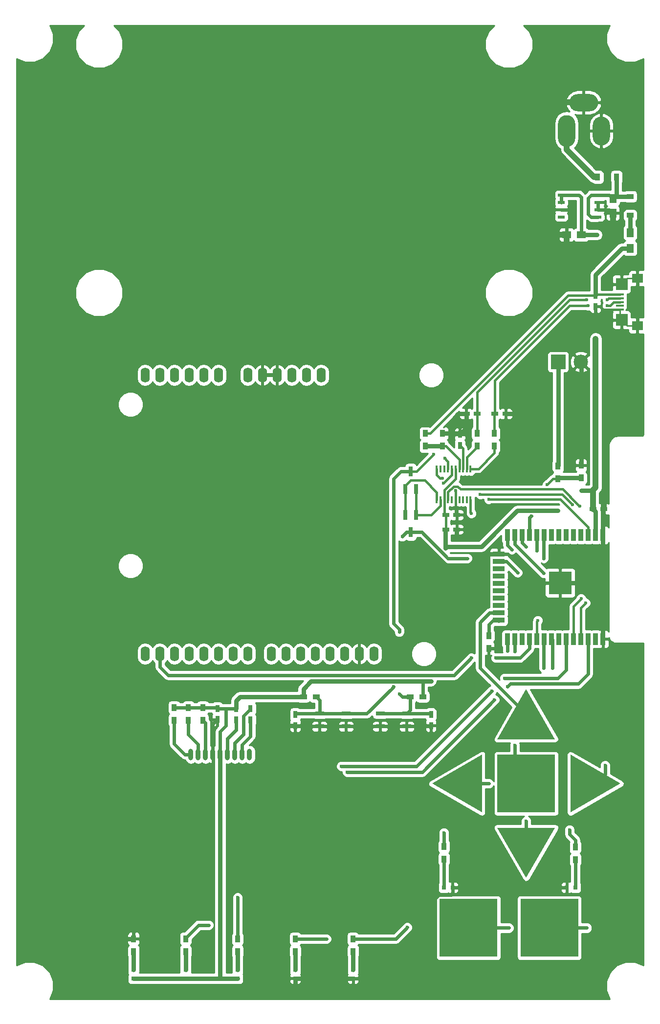
<source format=gtl>
G04 #@! TF.FileFunction,Copper,L1,Top,Signal*
%FSLAX46Y46*%
G04 Gerber Fmt 4.6, Leading zero omitted, Abs format (unit mm)*
G04 Created by KiCad (PCBNEW 4.0.1-stable) date Monday, 18 September 2017 'pmt' 22:45:53*
%MOMM*%
G01*
G04 APERTURE LIST*
%ADD10C,0.100000*%
%ADD11R,2.500000X2.500000*%
%ADD12C,2.500000*%
%ADD13O,0.850000X2.000000*%
%ADD14R,1.500000X1.250000*%
%ADD15R,0.750000X1.200000*%
%ADD16R,1.250000X1.500000*%
%ADD17R,1.200000X0.750000*%
%ADD18O,3.000000X5.000000*%
%ADD19O,3.000000X5.500000*%
%ADD20O,5.000000X3.000000*%
%ADD21R,0.797560X0.797560*%
%ADD22R,0.910000X1.220000*%
%ADD23R,1.220000X0.910000*%
%ADD24R,1.300000X1.500000*%
%ADD25R,0.800100X1.800860*%
%ADD26R,0.900000X1.200000*%
%ADD27R,1.200000X0.900000*%
%ADD28R,1.500000X0.700000*%
%ADD29R,1.143000X0.508000*%
%ADD30R,0.900000X2.000000*%
%ADD31R,2.000000X0.900000*%
%ADD32R,4.000000X4.000000*%
%ADD33R,0.406400X1.270000*%
%ADD34R,10.000000X10.000000*%
%ADD35R,1.350000X0.400000*%
%ADD36R,2.000000X2.100000*%
%ADD37R,1.900000X1.600000*%
%ADD38O,1.600000X2.600000*%
%ADD39C,0.600000*%
%ADD40C,1.000000*%
%ADD41C,0.800000*%
%ADD42C,0.600000*%
%ADD43C,0.400000*%
%ADD44C,0.250000*%
%ADD45C,0.254000*%
G04 APERTURE END LIST*
D10*
D11*
X94520000Y111000000D03*
D12*
X98480000Y111000000D03*
D13*
X30920000Y43000000D03*
X32190000Y43000000D03*
X33460000Y43000000D03*
X34730000Y43000000D03*
X36000000Y43000000D03*
X37270000Y43000000D03*
X38540000Y43000000D03*
X39810000Y43000000D03*
X41080000Y43000000D03*
D14*
X98500000Y133000000D03*
X96000000Y133000000D03*
D15*
X38750000Y49050000D03*
X38750000Y50950000D03*
X41250000Y50950000D03*
X41250000Y49050000D03*
X35500000Y51000000D03*
X35500000Y49100000D03*
D16*
X104000000Y139250000D03*
X104000000Y136750000D03*
D15*
X72500000Y49950000D03*
X72500000Y48050000D03*
D17*
X75050000Y84500000D03*
X76950000Y84500000D03*
X100550000Y85500000D03*
X102450000Y85500000D03*
D15*
X101000000Y122500000D03*
X101000000Y120600000D03*
D17*
X75050000Y82000000D03*
X76950000Y82000000D03*
X80500000Y102000000D03*
X78600000Y102000000D03*
D15*
X77500000Y96550000D03*
X77500000Y98450000D03*
D17*
X83550000Y102000000D03*
X85450000Y102000000D03*
D15*
X49000000Y49950000D03*
X49000000Y48050000D03*
D18*
X102000000Y151000000D03*
D19*
X96000000Y151000000D03*
D20*
X98950000Y155900000D03*
D21*
X74750700Y20000000D03*
X76249300Y20000000D03*
X97498600Y20000000D03*
X96000000Y20000000D03*
D22*
X104635000Y143000000D03*
X101365000Y143000000D03*
D21*
X21000000Y4250700D03*
X21000000Y5749300D03*
D23*
X107000000Y139635000D03*
X107000000Y136365000D03*
D21*
X39000000Y4250700D03*
X39000000Y5749300D03*
X30000000Y4250700D03*
X30000000Y5749300D03*
X59000000Y5749300D03*
X59000000Y4250700D03*
X49000000Y5749300D03*
X49000000Y4250700D03*
D24*
X107000000Y133350000D03*
X107000000Y130650000D03*
D25*
X69950000Y84501140D03*
X68050000Y84501140D03*
X69000000Y81498860D03*
X68050000Y89000000D03*
X69950000Y89000000D03*
X69000000Y92002280D03*
D26*
X28000000Y51150000D03*
X28000000Y48950000D03*
X74750000Y27100000D03*
X74750000Y24900000D03*
X97500000Y27000000D03*
X97500000Y24800000D03*
X94500000Y93000000D03*
X94500000Y90800000D03*
X98500000Y90900000D03*
X98500000Y93100000D03*
X21000000Y8900000D03*
X21000000Y11100000D03*
D27*
X71100000Y53000000D03*
X68900000Y53000000D03*
D26*
X71500000Y98600000D03*
X71500000Y96400000D03*
X74500000Y96400000D03*
X74500000Y98600000D03*
X80500000Y96400000D03*
X80500000Y98600000D03*
X83500000Y96400000D03*
X83500000Y98600000D03*
X82500000Y63600000D03*
X82500000Y61400000D03*
X33000000Y51150000D03*
X33000000Y48950000D03*
X30500000Y51150000D03*
X30500000Y48950000D03*
D27*
X50400000Y53000000D03*
X52600000Y53000000D03*
D26*
X39000000Y8900000D03*
X39000000Y11100000D03*
X30000000Y8900000D03*
X30000000Y11100000D03*
X59000000Y11100000D03*
X59000000Y8900000D03*
X49000000Y11100000D03*
X49000000Y8900000D03*
D28*
X68300000Y50100000D03*
X68300000Y47900000D03*
X63700000Y50100000D03*
X63700000Y47900000D03*
X57800000Y50100000D03*
X57800000Y47900000D03*
X53200000Y50100000D03*
X53200000Y47900000D03*
D29*
X101425000Y139905000D03*
X101425000Y138635000D03*
X101425000Y137365000D03*
X101425000Y136095000D03*
X95075000Y136095000D03*
X95075000Y137365000D03*
X95075000Y138635000D03*
X95075000Y139905000D03*
D30*
X102260000Y81000000D03*
X100990000Y81000000D03*
X99720000Y81000000D03*
X98450000Y81000000D03*
X97180000Y81000000D03*
X95910000Y81000000D03*
X94640000Y81000000D03*
X93370000Y81000000D03*
X92100000Y81000000D03*
X90830000Y81000000D03*
X89560000Y81000000D03*
X88290000Y81000000D03*
X87020000Y81000000D03*
X85750000Y81000000D03*
D31*
X84250000Y77720000D03*
X84250000Y76450000D03*
X84250000Y75180000D03*
X84250000Y73910000D03*
X84250000Y72640000D03*
X84250000Y71370000D03*
X84250000Y70100000D03*
X84250000Y68830000D03*
X84250000Y67560000D03*
X84250000Y66290000D03*
D30*
X85750000Y63000000D03*
X87020000Y63000000D03*
X88290000Y63000000D03*
X89560000Y63000000D03*
X90830000Y63000000D03*
X92100000Y63000000D03*
X93370000Y63000000D03*
X94640000Y63000000D03*
X95910000Y63000000D03*
X97180000Y63000000D03*
X98450000Y63000000D03*
X99720000Y63000000D03*
X100990000Y63000000D03*
X102260000Y63000000D03*
D32*
X94850000Y72700000D03*
D33*
X73500000Y87166000D03*
X74135000Y87166000D03*
X74795400Y87166000D03*
X75455800Y87166000D03*
X76090800Y87166000D03*
X76751200Y87166000D03*
X77411600Y87166000D03*
X78046600Y87166000D03*
X78707000Y87166000D03*
X79342000Y87166000D03*
X79342000Y92500000D03*
X78707000Y92500000D03*
X78046600Y92500000D03*
X77411600Y92500000D03*
X76751200Y92500000D03*
X76090800Y92500000D03*
X75455800Y92500000D03*
X74795400Y92500000D03*
X74135000Y92500000D03*
X73500000Y92500000D03*
D34*
X89000000Y38000000D03*
X79000000Y13000000D03*
X93000000Y13000000D03*
D10*
G36*
X84000001Y45670000D02*
X88999999Y54330000D01*
X89000001Y54330000D01*
X93999999Y45670000D01*
X84000001Y45670000D01*
X84000001Y45670000D01*
G37*
G36*
X93999999Y30330000D02*
X89000001Y21670000D01*
X88999999Y21670000D01*
X84000001Y30330000D01*
X93999999Y30330000D01*
X93999999Y30330000D01*
G37*
G36*
X81330000Y33000001D02*
X72670000Y37999999D01*
X72670000Y38000001D01*
X81330000Y42999999D01*
X81330000Y33000001D01*
X81330000Y33000001D01*
G37*
G36*
X96670000Y42999999D02*
X105330000Y38000001D01*
X105330000Y37999999D01*
X96670000Y33000001D01*
X96670000Y42999999D01*
X96670000Y42999999D01*
G37*
D35*
X105200000Y122650000D03*
X105200000Y122000000D03*
X105200000Y121350000D03*
X105200000Y120700000D03*
X105200000Y120050000D03*
D36*
X105525000Y118250000D03*
X105525000Y124450000D03*
D37*
X108225000Y117250000D03*
X108225000Y125450000D03*
D38*
X23000000Y60450000D03*
X25540000Y60450000D03*
X28080000Y60450000D03*
X30620000Y60450000D03*
X33160000Y60450000D03*
X35700000Y60450000D03*
X38240000Y60450000D03*
X40780000Y60450000D03*
X44844000Y60450000D03*
X47384000Y60450000D03*
X49924000Y60450000D03*
X52464000Y60450000D03*
X55004000Y60450000D03*
X57544000Y60450000D03*
X60084000Y60450000D03*
X62624000Y60450000D03*
X23000000Y108710000D03*
X25540000Y108710000D03*
X28080000Y108710000D03*
X30620000Y108710000D03*
X33160000Y108710000D03*
X35700000Y108710000D03*
X40780000Y108710000D03*
X43320000Y108710000D03*
X45860000Y108710000D03*
X48400000Y108710000D03*
X50940000Y108710000D03*
X53480000Y108710000D03*
D39*
X101000000Y115000000D03*
X72500000Y55750000D03*
X98500000Y88750000D03*
X94500000Y85250000D03*
X75000000Y78750000D03*
X101250000Y133000000D03*
X87500000Y103500000D03*
X80000000Y80250000D03*
X101000000Y118750000D03*
X80000000Y77750000D03*
X76750000Y88750000D03*
X74625800Y90000000D03*
X102450000Y87950000D03*
X44750000Y49500000D03*
X76500000Y101300000D03*
X67000000Y64250000D03*
X67000000Y53500000D03*
X73000000Y95000000D03*
X82500000Y87250000D03*
X99500000Y121750000D03*
X103000000Y121750000D03*
X99750000Y120750000D03*
X103000000Y120750000D03*
X67500001Y80750000D03*
X66050020Y54750000D03*
X78800020Y77000000D03*
X85750000Y61000000D03*
X79500000Y59750000D03*
X83750000Y59750000D03*
X89886410Y84349980D03*
X74750000Y29500000D03*
X90830000Y78330000D03*
X96500000Y30000000D03*
X91000000Y66250000D03*
X92600000Y89750000D03*
X57000000Y41000000D03*
X85250000Y56250000D03*
X83000000Y54000000D03*
X58000000Y40000000D03*
X85750000Y54750000D03*
X83500000Y52500000D03*
X39000000Y18250000D03*
X74881201Y94299980D03*
X34000000Y13500000D03*
X79500000Y84750000D03*
X68400000Y13100000D03*
X93500000Y58000000D03*
X92000000Y58000000D03*
X54400000Y11100000D03*
X87500000Y74500000D03*
X89000000Y31500000D03*
X86500000Y78500006D03*
X82500000Y38000000D03*
X92000000Y74400000D03*
X102655629Y41155629D03*
X87000000Y44600000D03*
X87000000Y60900000D03*
X89000000Y79000000D03*
X86000000Y13000000D03*
X92000000Y77000000D03*
X99500000Y13000000D03*
X98500000Y70000000D03*
X74500316Y90864492D03*
X97011410Y86238590D03*
X81000000Y88049980D03*
X99250000Y69250000D03*
X98250000Y86000000D03*
D40*
X101000000Y115000000D02*
X101000000Y89250000D01*
X101000000Y89250000D02*
X100550000Y88800000D01*
D41*
X72500000Y55750000D02*
X71250000Y55750000D01*
X71250000Y55750000D02*
X51750000Y55750000D01*
D42*
X71100000Y53000000D02*
X71100000Y55600000D01*
X71100000Y55600000D02*
X71250000Y55750000D01*
X36000000Y46000000D02*
X36000000Y43000000D01*
D41*
X36000000Y4250700D02*
X36000000Y43000000D01*
X51750000Y55750000D02*
X50400000Y54400000D01*
X50400000Y54400000D02*
X50400000Y53000000D01*
X50400000Y53000000D02*
X39400000Y53000000D01*
X39400000Y53000000D02*
X38750000Y52350000D01*
X38750000Y52350000D02*
X38750000Y50950000D01*
X75000000Y78750000D02*
X75250000Y79000000D01*
X75250000Y79000000D02*
X81219998Y79000000D01*
X81219998Y79000000D02*
X87469998Y85250000D01*
X87469998Y85250000D02*
X94500000Y85250000D01*
X98500000Y88750000D02*
X100500000Y88750000D01*
X100500000Y88750000D02*
X100550000Y88800000D01*
X75000000Y78750000D02*
X75000000Y81950000D01*
X75000000Y81950000D02*
X75050000Y82000000D01*
D40*
X100550000Y88800000D02*
X100550000Y85500000D01*
D41*
X98500000Y133000000D02*
X101250000Y133000000D01*
X30000000Y4250700D02*
X36000000Y4250700D01*
X36000000Y4250700D02*
X39000000Y4250700D01*
D42*
X36000000Y47000000D02*
X36000000Y46000000D01*
X35500000Y51000000D02*
X37000000Y51000000D01*
X37000000Y51000000D02*
X38700000Y51000000D01*
X36000000Y47000000D02*
X37000000Y48000000D01*
X37000000Y48000000D02*
X37000000Y51000000D01*
X38700000Y51000000D02*
X38750000Y50950000D01*
X33000000Y51150000D02*
X35350000Y51150000D01*
X35350000Y51150000D02*
X35500000Y51000000D01*
X30500000Y51150000D02*
X33000000Y51150000D01*
X28000000Y51150000D02*
X30500000Y51150000D01*
X95075000Y138635000D02*
X95075000Y139905000D01*
X98095000Y139905000D02*
X98500000Y139500000D01*
X98500000Y139500000D02*
X98500000Y133000000D01*
X95075000Y139905000D02*
X98095000Y139905000D01*
D43*
X75050000Y84500000D02*
X75050000Y82000000D01*
X74795400Y87166000D02*
X74795400Y84754600D01*
X74795400Y84754600D02*
X75050000Y84500000D01*
X76751200Y90751200D02*
X74795400Y88795400D01*
X74795400Y88795400D02*
X74795400Y87166000D01*
X76751200Y92500000D02*
X76751200Y90751200D01*
D41*
X100990000Y81000000D02*
X100990000Y85060000D01*
X100990000Y85060000D02*
X100550000Y85500000D01*
X21000000Y4250700D02*
X30000000Y4250700D01*
X87500000Y102650000D02*
X87500000Y103500000D01*
X85450000Y102000000D02*
X86850000Y102000000D01*
X86850000Y102000000D02*
X87500000Y102650000D01*
X98500000Y93100000D02*
X98500000Y111000000D01*
D40*
X99000000Y156000000D02*
X95000000Y156000000D01*
X95000000Y156000000D02*
X92250000Y153250000D01*
X92250000Y153250000D02*
X92250000Y134750000D01*
X92250000Y134750000D02*
X94000000Y133000000D01*
X94000000Y133000000D02*
X96000000Y133000000D01*
D42*
X59000000Y4250700D02*
X64850700Y4250700D01*
X76249300Y19001220D02*
X76249300Y20000000D01*
X64850700Y4250700D02*
X73000000Y12400000D01*
X73000000Y12400000D02*
X73000000Y17900002D01*
X73849998Y18750000D02*
X75998080Y18750000D01*
X73000000Y17900002D02*
X73849998Y18750000D01*
X75998080Y18750000D02*
X76249300Y19001220D01*
D41*
X76950000Y82000000D02*
X76950000Y80800000D01*
X76950000Y80800000D02*
X77500000Y80250000D01*
X77500000Y80250000D02*
X79575736Y80250000D01*
X79575736Y80250000D02*
X80000000Y80250000D01*
X79750000Y80250000D02*
X80000000Y80250000D01*
X84250000Y77720000D02*
X80030000Y77720000D01*
X80030000Y77720000D02*
X80000000Y77750000D01*
D42*
X108225000Y117250000D02*
X108225000Y125450000D01*
X101000000Y119400000D02*
X101000000Y118750000D01*
X101000000Y120600000D02*
X101000000Y119400000D01*
D44*
X105200000Y120050000D02*
X105200000Y118575000D01*
X105200000Y118575000D02*
X105525000Y118250000D01*
X108225000Y125450000D02*
X106525000Y125450000D01*
X106525000Y125450000D02*
X105525000Y124450000D01*
X108225000Y117250000D02*
X106525000Y117250000D01*
X106525000Y117250000D02*
X105525000Y118250000D01*
D42*
X82500000Y61400000D02*
X83550000Y61400000D01*
X86250000Y65000000D02*
X90870000Y69620000D01*
X83550000Y61400000D02*
X84250000Y62100000D01*
X85000000Y65000000D02*
X86250000Y65000000D01*
X84250000Y62100000D02*
X84250000Y64250000D01*
X84250000Y64250000D02*
X85000000Y65000000D01*
X90870000Y69620000D02*
X90870000Y72700000D01*
X84250000Y77720000D02*
X85850000Y77720000D01*
X90870000Y72700000D02*
X92250000Y72700000D01*
X85850000Y77720000D02*
X90870000Y72700000D01*
X92250000Y72700000D02*
X94850000Y72700000D01*
D43*
X76750000Y88750000D02*
X76750000Y87167200D01*
X76750000Y87167200D02*
X76751200Y87166000D01*
X76090800Y91465000D02*
X74625800Y90000000D01*
X76090800Y92500000D02*
X76090800Y91465000D01*
D40*
X102450000Y85500000D02*
X102450000Y87950000D01*
D41*
X102260000Y81000000D02*
X102260000Y72500000D01*
X102260000Y72500000D02*
X102260000Y63000000D01*
X94850000Y72700000D02*
X102060000Y72700000D01*
X102060000Y72700000D02*
X102260000Y72500000D01*
X46375000Y49500000D02*
X44750000Y49500000D01*
X49000000Y48050000D02*
X47825000Y48050000D01*
X47825000Y48050000D02*
X46375000Y49500000D01*
X78600000Y102000000D02*
X77200000Y102000000D01*
X77200000Y102000000D02*
X76500000Y101300000D01*
X78600000Y102000000D02*
X78600000Y99550000D01*
X78600000Y99550000D02*
X77500000Y98450000D01*
D40*
X96000000Y133000000D02*
X96000000Y131375000D01*
X96000000Y131375000D02*
X97625000Y129750000D01*
X97625000Y129750000D02*
X101750000Y129750000D01*
X101750000Y129750000D02*
X104000000Y132000000D01*
X104000000Y132000000D02*
X104000000Y136750000D01*
D42*
X43290000Y108760000D02*
X45830000Y108760000D01*
X96000000Y20000000D02*
X76249300Y20000000D01*
X34750000Y43020000D02*
X34750000Y19750000D01*
X53200000Y47900000D02*
X49150000Y47900000D01*
X49150000Y47900000D02*
X49000000Y48050000D01*
X68300000Y47900000D02*
X72350000Y47900000D01*
X72350000Y47900000D02*
X72500000Y48050000D01*
X63700000Y47900000D02*
X68300000Y47900000D01*
X57800000Y47900000D02*
X63700000Y47900000D01*
X53200000Y47900000D02*
X57800000Y47900000D01*
X35500000Y49100000D02*
X34730000Y48330000D01*
X34730000Y48330000D02*
X34730000Y47330000D01*
X34730000Y47330000D02*
X34730000Y43000000D01*
X101425000Y137365000D02*
X103385000Y137365000D01*
X103385000Y137365000D02*
X104000000Y136750000D01*
X101425000Y137365000D02*
X101425000Y138635000D01*
X97000000Y136611500D02*
X97000000Y135225000D01*
X97000000Y135225000D02*
X96000000Y134225000D01*
X96000000Y134225000D02*
X96000000Y133000000D01*
X95075000Y137365000D02*
X96246500Y137365000D01*
X96246500Y137365000D02*
X97000000Y136611500D01*
D43*
X105200000Y120050000D02*
X102325001Y120049999D01*
X102325001Y120049999D02*
X101775000Y120600000D01*
X101775000Y120600000D02*
X101000000Y120600000D01*
X76950000Y84500000D02*
X76950000Y82000000D01*
X76751200Y87166000D02*
X76751200Y84698800D01*
X76751200Y84698800D02*
X76950000Y84500000D01*
D41*
X74500000Y98600000D02*
X77350000Y98600000D01*
X77350000Y98600000D02*
X77500000Y98450000D01*
X102260000Y81000000D02*
X102260000Y85310000D01*
X102260000Y85310000D02*
X102450000Y85500000D01*
X49000000Y4250700D02*
X49000000Y3051920D01*
X49000000Y3051920D02*
X47948080Y2000000D01*
X47948080Y2000000D02*
X20000000Y2000000D01*
X20000000Y2000000D02*
X19000000Y3000000D01*
X19000000Y10350000D02*
X19750000Y11100000D01*
X19000000Y3000000D02*
X19000000Y10350000D01*
X59000000Y4250700D02*
X49000000Y4250700D01*
D42*
X34730000Y19730000D02*
X33000000Y18000000D01*
X23000000Y18000000D02*
X21000000Y16000000D01*
X21000000Y16000000D02*
X21000000Y11100000D01*
X33000000Y18000000D02*
X23000000Y18000000D01*
D41*
X19750000Y11100000D02*
X21000000Y11100000D01*
D42*
X37270000Y45770000D02*
X38750000Y47250000D01*
X38750000Y47250000D02*
X38750000Y49050000D01*
X37270000Y43000000D02*
X37270000Y45770000D01*
X38540000Y45040000D02*
X40000000Y46500000D01*
X40000000Y46500000D02*
X40000000Y49675002D01*
X38540000Y43000000D02*
X38540000Y45040000D01*
X40000000Y49675002D02*
X41250000Y50925002D01*
X41250000Y50925002D02*
X41250000Y50950000D01*
X39810000Y43000000D02*
X39810000Y44738616D01*
X39810000Y44738616D02*
X41250000Y46178616D01*
X41250000Y46178616D02*
X41250000Y47178616D01*
X41250000Y47178616D02*
X41250000Y49050000D01*
D41*
X104635000Y143000000D02*
X104635000Y139885000D01*
X104635000Y139885000D02*
X104000000Y139250000D01*
D42*
X101425000Y139905000D02*
X100253500Y139905000D01*
X100253500Y139905000D02*
X99750000Y139401500D01*
X99750000Y139401500D02*
X99750000Y136598500D01*
X99750000Y136598500D02*
X100253500Y136095000D01*
X100253500Y136095000D02*
X101425000Y136095000D01*
X104000000Y139250000D02*
X103345000Y139905000D01*
X103345000Y139905000D02*
X101425000Y139905000D01*
D41*
X107000000Y139635000D02*
X104385000Y139635000D01*
X104385000Y139635000D02*
X104000000Y139250000D01*
D42*
X69000000Y92000000D02*
X67250000Y92000000D01*
X67250000Y92000000D02*
X66000000Y90750000D01*
X66000000Y90750000D02*
X66000000Y65674264D01*
X66000000Y65674264D02*
X67000000Y64674264D01*
X67000000Y64674264D02*
X67000000Y64250000D01*
D43*
X73000000Y95000000D02*
X70000000Y92000000D01*
X70000000Y92000000D02*
X69000000Y92000000D01*
X69000000Y92000000D02*
X69002280Y92002280D01*
X69002280Y92002280D02*
X69950000Y92002280D01*
D42*
X67000000Y64500000D02*
X67000000Y64250000D01*
X68900000Y53000000D02*
X67500000Y53000000D01*
X67500000Y53000000D02*
X67000000Y53500000D01*
X68900000Y50700000D02*
X68900000Y53000000D01*
X68900000Y50700000D02*
X68300000Y50100000D01*
D43*
X94870000Y87250000D02*
X82500000Y87250000D01*
X99720000Y81000000D02*
X99720000Y82400000D01*
X99720000Y82400000D02*
X94870000Y87250000D01*
D42*
X68300000Y50100000D02*
X72350000Y50100000D01*
X72350000Y50100000D02*
X72500000Y49950000D01*
X63700000Y50100000D02*
X68300000Y50100000D01*
D43*
X71500000Y98600000D02*
X72350000Y98600000D01*
X72350000Y98600000D02*
X96250000Y122500000D01*
X96250000Y122500000D02*
X100225000Y122500000D01*
X100225000Y122500000D02*
X101000000Y122500000D01*
D41*
X107000000Y130650000D02*
X105550000Y130650000D01*
X105550000Y130650000D02*
X101000000Y126100000D01*
X101000000Y126100000D02*
X101000000Y126000000D01*
X101000000Y122500000D02*
X101000000Y126000000D01*
D43*
X105200000Y122650000D02*
X101150000Y122650000D01*
X101150000Y122650000D02*
X101000000Y122500000D01*
X96500000Y121750000D02*
X99500000Y121750000D01*
X80500000Y105750000D02*
X96500000Y121750000D01*
X80500000Y102000000D02*
X80500000Y105750000D01*
X105200000Y122000000D02*
X103250000Y122000000D01*
X103250000Y122000000D02*
X103000000Y121750000D01*
X80500000Y98600000D02*
X80500000Y102000000D01*
X78046600Y92500000D02*
X78046600Y96003400D01*
X78046600Y96003400D02*
X77500000Y96550000D01*
X96500000Y120750000D02*
X83550000Y107800000D01*
X83550000Y107800000D02*
X83550000Y102000000D01*
X99750000Y120750000D02*
X96500000Y120750000D01*
X103500000Y120750000D02*
X103000000Y120750000D01*
X104100000Y121350000D02*
X103500000Y120750000D01*
X105200000Y121350000D02*
X104100000Y121350000D01*
D44*
X83500000Y102050000D02*
X83550000Y102000000D01*
D43*
X83500000Y98600000D02*
X83500000Y101950000D01*
X83500000Y101950000D02*
X83550000Y102000000D01*
D42*
X69000000Y81498860D02*
X68248860Y81498860D01*
X68248860Y81498860D02*
X67500001Y80750001D01*
X67500001Y80750001D02*
X67500001Y80750000D01*
X78800020Y77000000D02*
X75447770Y77000000D01*
X75447770Y77000000D02*
X70948910Y81498860D01*
X70948910Y81498860D02*
X69000000Y81498860D01*
X65750021Y54450001D02*
X66050020Y54750000D01*
X61400020Y50100000D02*
X65750021Y54450001D01*
X57800000Y50100000D02*
X61400020Y50100000D01*
X53200000Y50100000D02*
X53200000Y52400000D01*
X53200000Y52400000D02*
X52600000Y53000000D01*
X85750000Y63000000D02*
X85750000Y61000000D01*
X53200000Y50100000D02*
X49150000Y50100000D01*
X49150000Y50100000D02*
X49000000Y49950000D01*
X57800000Y50100000D02*
X53200000Y50100000D01*
D41*
X94500000Y111000000D02*
X94520000Y110980000D01*
X94520000Y110980000D02*
X94520000Y93020000D01*
X94520000Y93020000D02*
X94500000Y93000000D01*
D40*
X101250000Y143000000D02*
X100750000Y143000000D01*
X100750000Y143000000D02*
X96000000Y147750000D01*
X96000000Y147750000D02*
X96000000Y151000000D01*
D42*
X74750700Y20000000D02*
X74750700Y24899300D01*
X74750700Y24899300D02*
X74750000Y24900000D01*
X97498600Y20000000D02*
X97498600Y24798600D01*
X97498600Y24798600D02*
X97500000Y24800000D01*
D41*
X21000000Y5749300D02*
X21000000Y8900000D01*
X107000000Y133350000D02*
X107000000Y136365000D01*
X39000000Y5749300D02*
X39000000Y8900000D01*
X30000000Y5749300D02*
X30000000Y9000000D01*
X59000000Y5749300D02*
X59000000Y8900000D01*
X49000000Y5749300D02*
X49000000Y8900000D01*
D42*
X79500000Y59750000D02*
X76500000Y56750000D01*
X76500000Y56750000D02*
X27000000Y56750000D01*
X27000000Y56750000D02*
X25540000Y58210000D01*
X25540000Y58210000D02*
X25540000Y60450000D01*
X83750000Y59750000D02*
X87910000Y59750000D01*
X87910000Y59750000D02*
X89560000Y61400000D01*
X89560000Y61400000D02*
X89560000Y63000000D01*
D43*
X74135000Y87166000D02*
X74135000Y86131000D01*
X74135000Y86131000D02*
X72504000Y84500000D01*
X72504000Y84500000D02*
X70000000Y84500000D01*
X69950000Y84501140D02*
X69950000Y89000000D01*
X73500000Y87166000D02*
X73500000Y88420482D01*
X73500000Y88420482D02*
X71420482Y90500000D01*
X68050000Y89550000D02*
X68050000Y89000000D01*
X71420482Y90500000D02*
X69000000Y90500000D01*
X69000000Y90500000D02*
X68050000Y89550000D01*
X68050000Y84501140D02*
X68050000Y89000000D01*
D42*
X28000000Y48900000D02*
X28000000Y44895000D01*
X28000000Y44895000D02*
X29895000Y43000000D01*
X29895000Y43000000D02*
X30920000Y43000000D01*
X89560000Y81000000D02*
X89560000Y84023570D01*
X89560000Y84023570D02*
X89586411Y84049981D01*
X89586411Y84049981D02*
X89886410Y84349980D01*
X74750000Y27100000D02*
X74750000Y29500000D01*
X90830000Y78330000D02*
X90830000Y81000000D01*
X96500000Y29200000D02*
X96500000Y30000000D01*
X97500000Y27000000D02*
X97500000Y28200000D01*
X97500000Y28200000D02*
X96500000Y29200000D01*
D43*
X90830000Y63000000D02*
X90830000Y66080000D01*
X90830000Y66080000D02*
X91000000Y66250000D01*
X94500000Y90800000D02*
X93650000Y90800000D01*
X93650000Y90800000D02*
X92600000Y89750000D01*
D41*
X98500000Y90900000D02*
X94600000Y90900000D01*
X94600000Y90900000D02*
X94500000Y90800000D01*
X71500000Y96400000D02*
X74500000Y96400000D01*
D43*
X77411600Y92500000D02*
X77411600Y94088400D01*
X77411600Y94088400D02*
X75100000Y96400000D01*
X75100000Y96400000D02*
X74500000Y96400000D01*
X78707000Y92500000D02*
X78707000Y94457000D01*
X78707000Y94457000D02*
X80500000Y96250000D01*
X80500000Y96250000D02*
X80500000Y96400000D01*
X80750000Y92500000D02*
X83500000Y95250000D01*
X83500000Y95250000D02*
X83500000Y96400000D01*
X79342000Y92500000D02*
X80750000Y92500000D01*
D42*
X83290000Y66290000D02*
X82500000Y65500000D01*
X82500000Y65500000D02*
X82500000Y63600000D01*
X84250000Y66290000D02*
X83290000Y66290000D01*
D41*
X84210000Y66250000D02*
X84250000Y66290000D01*
D42*
X70000000Y41000000D02*
X57000000Y41000000D01*
X72000000Y43000000D02*
X70000000Y41000000D01*
X94500000Y56250000D02*
X95910000Y57660000D01*
X95910000Y57660000D02*
X95910000Y63000000D01*
X85250000Y56250000D02*
X94500000Y56250000D01*
X72000000Y43000000D02*
X83000000Y54000000D01*
X33460000Y43000000D02*
X33460000Y48490000D01*
X33460000Y48490000D02*
X33000000Y48950000D01*
X83500000Y52500000D02*
X71000000Y40000000D01*
X58424264Y40000000D02*
X58000000Y40000000D01*
X71000000Y40000000D02*
X58424264Y40000000D01*
X98000000Y55250000D02*
X99720000Y56970000D01*
X99720000Y56970000D02*
X99720000Y63000000D01*
X86250000Y55250000D02*
X98000000Y55250000D01*
X85750000Y54750000D02*
X86250000Y55250000D01*
X30500000Y46500000D02*
X30500000Y47500000D01*
X30500000Y46500000D02*
X32190000Y44810000D01*
X32190000Y44810000D02*
X32190000Y43000000D01*
X30500000Y48950000D02*
X30500000Y47500000D01*
X39000000Y18250000D02*
X39000000Y11250000D01*
X39000000Y11250000D02*
X39000000Y11100000D01*
D43*
X75181200Y93999981D02*
X74881201Y94299980D01*
X75455800Y93725381D02*
X75181200Y93999981D01*
X75455800Y92500000D02*
X75455800Y93725381D01*
D42*
X32250000Y13500000D02*
X34000000Y13500000D01*
X30000000Y11250000D02*
X32250000Y13500000D01*
D43*
X79342000Y87166000D02*
X79342000Y84908000D01*
X79342000Y84908000D02*
X79500000Y84750000D01*
D42*
X30000000Y11100000D02*
X30000000Y11250000D01*
X66400000Y11100000D02*
X68400000Y13100000D01*
X59000000Y11100000D02*
X66400000Y11100000D01*
X93500000Y58000000D02*
X93500000Y62870000D01*
X93500000Y62870000D02*
X93370000Y63000000D01*
X92100000Y63000000D02*
X92000000Y62900000D01*
X92000000Y62900000D02*
X92000000Y58000000D01*
X49000000Y11100000D02*
X54400000Y11100000D01*
X81000000Y58000000D02*
X81000000Y65910000D01*
X81000000Y65910000D02*
X82650000Y67560000D01*
X82650000Y67560000D02*
X84250000Y67560000D01*
X89000000Y50000000D02*
X81000000Y58000000D01*
X87500000Y74500000D02*
X85550000Y76450000D01*
X85550000Y76450000D02*
X84250000Y76450000D01*
X89000000Y30430000D02*
X89000000Y31500000D01*
X89000000Y26000000D02*
X89000000Y30430000D01*
X86200001Y78800005D02*
X86500000Y78500006D01*
X85750000Y79250006D02*
X86200001Y78800005D01*
X85750000Y81000000D02*
X85750000Y79250006D01*
X81430000Y38000000D02*
X82500000Y38000000D01*
X77000000Y38000000D02*
X81430000Y38000000D01*
X87020000Y79380000D02*
X87020000Y81000000D01*
X92000000Y74400000D02*
X87020000Y79380000D01*
X101000000Y38000000D02*
X102655629Y39655629D01*
X102655629Y39655629D02*
X102655629Y41155629D01*
X87000000Y44100000D02*
X87000000Y44600000D01*
X89000000Y38000000D02*
X87000000Y40000000D01*
X87000000Y40000000D02*
X87000000Y44100000D01*
X87000000Y60900000D02*
X87000000Y62980000D01*
X87000000Y62980000D02*
X87020000Y63000000D01*
X89000000Y79000000D02*
X88290000Y79710000D01*
X88290000Y79710000D02*
X88290000Y81000000D01*
X84600000Y13000000D02*
X86000000Y13000000D01*
X79000000Y13000000D02*
X84600000Y13000000D01*
X92000000Y77000000D02*
X92000000Y80900000D01*
X92000000Y80900000D02*
X92100000Y81000000D01*
X98600000Y13000000D02*
X99500000Y13000000D01*
X93000000Y13000000D02*
X98600000Y13000000D01*
D43*
X98500000Y70000000D02*
X97180000Y68680000D01*
X97180000Y68680000D02*
X97180000Y63000000D01*
X73500000Y91465000D02*
X74100508Y90864492D01*
X74100508Y90864492D02*
X74500316Y90864492D01*
X73500000Y92500000D02*
X73500000Y91465000D01*
X96711411Y86538589D02*
X97011410Y86238590D01*
X95200020Y88049980D02*
X96711411Y86538589D01*
X81000000Y88049980D02*
X95200020Y88049980D01*
X99250000Y69250000D02*
X98450000Y68450000D01*
X98450000Y68450000D02*
X98450000Y64400000D01*
X98450000Y64400000D02*
X98450000Y63000000D01*
X97950001Y86299999D02*
X98250000Y86000000D01*
X95299999Y88950001D02*
X97950001Y86299999D01*
X77586001Y88950001D02*
X95299999Y88950001D01*
X77086001Y89450001D02*
X77586001Y88950001D01*
X75455800Y87166000D02*
X75455800Y88491802D01*
X75455800Y88491802D02*
X76413999Y89450001D01*
X76413999Y89450001D02*
X77086001Y89450001D01*
D45*
G36*
X11503340Y168340810D02*
X10873718Y166824513D01*
X10872285Y165182690D01*
X11499259Y163665296D01*
X12659190Y162503340D01*
X14175487Y161873718D01*
X15817310Y161872285D01*
X17334704Y162499259D01*
X18496660Y163659190D01*
X19126282Y165175487D01*
X19127715Y166817310D01*
X18500741Y168334704D01*
X17547110Y169290000D01*
X83454187Y169290000D01*
X82503340Y168340810D01*
X81873718Y166824513D01*
X81872285Y165182690D01*
X82499259Y163665296D01*
X83659190Y162503340D01*
X85175487Y161873718D01*
X86817310Y161872285D01*
X88334704Y162499259D01*
X89496660Y163659190D01*
X90126282Y165175487D01*
X90127715Y166817310D01*
X89500741Y168334704D01*
X88547110Y169290000D01*
X103482242Y169290000D01*
X102873718Y167824513D01*
X102872285Y166182690D01*
X103499259Y164665296D01*
X104659190Y163503340D01*
X106175487Y162873718D01*
X107817310Y162872285D01*
X109290000Y163480788D01*
X109290000Y126885000D01*
X108510750Y126885000D01*
X108352000Y126726250D01*
X108352000Y125577000D01*
X108372000Y125577000D01*
X108372000Y125323000D01*
X108352000Y125323000D01*
X108352000Y124173750D01*
X108510750Y124015000D01*
X109290000Y124015000D01*
X109290000Y118685000D01*
X108510750Y118685000D01*
X108352000Y118526250D01*
X108352000Y117377000D01*
X108372000Y117377000D01*
X108372000Y117123000D01*
X108352000Y117123000D01*
X108352000Y115973750D01*
X108510750Y115815000D01*
X109290000Y115815000D01*
X109290000Y98569930D01*
X109255074Y98394345D01*
X109195225Y98304774D01*
X109105655Y98244926D01*
X108930070Y98210000D01*
X105000000Y98210000D01*
X104931416Y98196358D01*
X104478804Y98120238D01*
X104406632Y98090343D01*
X104222862Y98014223D01*
X103898438Y97797451D01*
X103755367Y97654379D01*
X103702549Y97601561D01*
X103485776Y97277138D01*
X103429152Y97140434D01*
X103379762Y97021196D01*
X103303642Y96638513D01*
X103303642Y96568584D01*
X103290000Y96500000D01*
X103290000Y86462908D01*
X103176309Y86510000D01*
X102735750Y86510000D01*
X102577000Y86351250D01*
X102577000Y85627000D01*
X102597000Y85627000D01*
X102597000Y85373000D01*
X102577000Y85373000D01*
X102577000Y84648750D01*
X102735750Y84490000D01*
X103176309Y84490000D01*
X103290000Y84537092D01*
X103290000Y82259091D01*
X103248327Y82359698D01*
X103069699Y82538327D01*
X102836310Y82635000D01*
X102545750Y82635000D01*
X102387000Y82476250D01*
X102387000Y81127000D01*
X102407000Y81127000D01*
X102407000Y80873000D01*
X102387000Y80873000D01*
X102387000Y79523750D01*
X102545750Y79365000D01*
X102836310Y79365000D01*
X103069699Y79461673D01*
X103248327Y79640302D01*
X103290000Y79740909D01*
X103290000Y64259091D01*
X103248327Y64359698D01*
X103069699Y64538327D01*
X102836310Y64635000D01*
X102545750Y64635000D01*
X102387000Y64476250D01*
X102387000Y63127000D01*
X103186250Y63127000D01*
X103323069Y63263819D01*
X103341702Y63170144D01*
X103447716Y62914204D01*
X103447718Y62914200D01*
X103556105Y62751990D01*
X103622709Y62685387D01*
X103751989Y62556105D01*
X103914200Y62447718D01*
X103914203Y62447717D01*
X103914204Y62447716D01*
X104170145Y62341702D01*
X104361487Y62303642D01*
X104431416Y62303642D01*
X104500000Y62290000D01*
X109290000Y62290000D01*
X109290000Y6517758D01*
X107824513Y7126282D01*
X106182690Y7127715D01*
X104665296Y6500741D01*
X103503340Y5340810D01*
X102873718Y3824513D01*
X102872285Y2182690D01*
X103480788Y710000D01*
X6517758Y710000D01*
X7126282Y2175487D01*
X7127715Y3817310D01*
X6500741Y5334704D01*
X5340810Y6496660D01*
X3824513Y7126282D01*
X2182690Y7127715D01*
X710000Y6519212D01*
X710000Y9500000D01*
X19902560Y9500000D01*
X19902560Y8300000D01*
X19946838Y8064683D01*
X19965000Y8036458D01*
X19965000Y6203486D01*
X19953780Y6148080D01*
X19953780Y5350520D01*
X19998058Y5115203D01*
X20072185Y5000007D01*
X20004789Y4901370D01*
X19953780Y4649480D01*
X19953780Y3851920D01*
X19998058Y3616603D01*
X20137130Y3400479D01*
X20349330Y3255489D01*
X20601220Y3204480D01*
X21398780Y3204480D01*
X21458409Y3215700D01*
X29545814Y3215700D01*
X29601220Y3204480D01*
X30398780Y3204480D01*
X30458409Y3215700D01*
X38545814Y3215700D01*
X38601220Y3204480D01*
X39398780Y3204480D01*
X39634097Y3248758D01*
X39850221Y3387830D01*
X39995211Y3600030D01*
X40046220Y3851920D01*
X40046220Y3964950D01*
X47966220Y3964950D01*
X47966220Y3725611D01*
X48062893Y3492222D01*
X48241521Y3313593D01*
X48474910Y3216920D01*
X48714250Y3216920D01*
X48873000Y3375670D01*
X48873000Y4123700D01*
X49127000Y4123700D01*
X49127000Y3375670D01*
X49285750Y3216920D01*
X49525090Y3216920D01*
X49758479Y3313593D01*
X49937107Y3492222D01*
X50033780Y3725611D01*
X50033780Y3964950D01*
X57966220Y3964950D01*
X57966220Y3725611D01*
X58062893Y3492222D01*
X58241521Y3313593D01*
X58474910Y3216920D01*
X58714250Y3216920D01*
X58873000Y3375670D01*
X58873000Y4123700D01*
X59127000Y4123700D01*
X59127000Y3375670D01*
X59285750Y3216920D01*
X59525090Y3216920D01*
X59758479Y3313593D01*
X59937107Y3492222D01*
X60033780Y3725611D01*
X60033780Y3964950D01*
X59875030Y4123700D01*
X59127000Y4123700D01*
X58873000Y4123700D01*
X58124970Y4123700D01*
X57966220Y3964950D01*
X50033780Y3964950D01*
X49875030Y4123700D01*
X49127000Y4123700D01*
X48873000Y4123700D01*
X48124970Y4123700D01*
X47966220Y3964950D01*
X40046220Y3964950D01*
X40046220Y4649480D01*
X40001942Y4884797D01*
X39927815Y4999993D01*
X39995211Y5098630D01*
X40046220Y5350520D01*
X40046220Y6148080D01*
X40035000Y6207709D01*
X40035000Y8031380D01*
X40046431Y8048110D01*
X40097440Y8300000D01*
X40097440Y9500000D01*
X40053162Y9735317D01*
X39914090Y9951441D01*
X39844289Y9999134D01*
X39901441Y10035910D01*
X40046431Y10248110D01*
X40097440Y10500000D01*
X40097440Y11700000D01*
X47902560Y11700000D01*
X47902560Y10500000D01*
X47946838Y10264683D01*
X48085910Y10048559D01*
X48155711Y10000866D01*
X48098559Y9964090D01*
X47953569Y9751890D01*
X47902560Y9500000D01*
X47902560Y8300000D01*
X47946838Y8064683D01*
X47965000Y8036458D01*
X47965000Y6203486D01*
X47953780Y6148080D01*
X47953780Y5350520D01*
X47998058Y5115203D01*
X48064956Y5011241D01*
X48062893Y5009178D01*
X47966220Y4775789D01*
X47966220Y4536450D01*
X48124970Y4377700D01*
X48873000Y4377700D01*
X48873000Y4397700D01*
X49127000Y4397700D01*
X49127000Y4377700D01*
X49875030Y4377700D01*
X50033780Y4536450D01*
X50033780Y4775789D01*
X49937107Y5009178D01*
X49935315Y5010970D01*
X49995211Y5098630D01*
X50046220Y5350520D01*
X50046220Y6148080D01*
X50035000Y6207709D01*
X50035000Y8031380D01*
X50046431Y8048110D01*
X50097440Y8300000D01*
X50097440Y9500000D01*
X50053162Y9735317D01*
X49914090Y9951441D01*
X49844289Y9999134D01*
X49901441Y10035910D01*
X49989644Y10165000D01*
X54399184Y10165000D01*
X54585167Y10164838D01*
X54928943Y10306883D01*
X55192192Y10569673D01*
X55334838Y10913201D01*
X55335162Y11285167D01*
X55193117Y11628943D01*
X55122184Y11700000D01*
X57902560Y11700000D01*
X57902560Y10500000D01*
X57946838Y10264683D01*
X58085910Y10048559D01*
X58155711Y10000866D01*
X58098559Y9964090D01*
X57953569Y9751890D01*
X57902560Y9500000D01*
X57902560Y8300000D01*
X57946838Y8064683D01*
X57965000Y8036458D01*
X57965000Y6203486D01*
X57953780Y6148080D01*
X57953780Y5350520D01*
X57998058Y5115203D01*
X58064956Y5011241D01*
X58062893Y5009178D01*
X57966220Y4775789D01*
X57966220Y4536450D01*
X58124970Y4377700D01*
X58873000Y4377700D01*
X58873000Y4397700D01*
X59127000Y4397700D01*
X59127000Y4377700D01*
X59875030Y4377700D01*
X60033780Y4536450D01*
X60033780Y4775789D01*
X59937107Y5009178D01*
X59935315Y5010970D01*
X59995211Y5098630D01*
X60046220Y5350520D01*
X60046220Y6148080D01*
X60035000Y6207709D01*
X60035000Y8031380D01*
X60046431Y8048110D01*
X60097440Y8300000D01*
X60097440Y9500000D01*
X60053162Y9735317D01*
X59914090Y9951441D01*
X59844289Y9999134D01*
X59901441Y10035910D01*
X59989644Y10165000D01*
X66400000Y10165000D01*
X66757809Y10236173D01*
X67061145Y10438855D01*
X69060854Y12438564D01*
X69192192Y12569673D01*
X69334838Y12913201D01*
X69335162Y13285167D01*
X69193117Y13628943D01*
X68930327Y13892192D01*
X68586799Y14034838D01*
X68214833Y14035162D01*
X67871057Y13893117D01*
X67607808Y13630327D01*
X67607645Y13629935D01*
X66012710Y12035000D01*
X59989018Y12035000D01*
X59914090Y12151441D01*
X59701890Y12296431D01*
X59450000Y12347440D01*
X58550000Y12347440D01*
X58314683Y12303162D01*
X58098559Y12164090D01*
X57953569Y11951890D01*
X57902560Y11700000D01*
X55122184Y11700000D01*
X54930327Y11892192D01*
X54586799Y12034838D01*
X54214833Y12035162D01*
X54214441Y12035000D01*
X49989018Y12035000D01*
X49914090Y12151441D01*
X49701890Y12296431D01*
X49450000Y12347440D01*
X48550000Y12347440D01*
X48314683Y12303162D01*
X48098559Y12164090D01*
X47953569Y11951890D01*
X47902560Y11700000D01*
X40097440Y11700000D01*
X40053162Y11935317D01*
X39935000Y12118946D01*
X39935000Y18000000D01*
X73352560Y18000000D01*
X73352560Y8000000D01*
X73396838Y7764683D01*
X73535910Y7548559D01*
X73748110Y7403569D01*
X74000000Y7352560D01*
X84000000Y7352560D01*
X84235317Y7396838D01*
X84451441Y7535910D01*
X84596431Y7748110D01*
X84647440Y8000000D01*
X84647440Y12065000D01*
X85999184Y12065000D01*
X86185167Y12064838D01*
X86528943Y12206883D01*
X86792192Y12469673D01*
X86934838Y12813201D01*
X86935162Y13185167D01*
X86793117Y13528943D01*
X86530327Y13792192D01*
X86186799Y13934838D01*
X85814833Y13935162D01*
X85814441Y13935000D01*
X84647440Y13935000D01*
X84647440Y18000000D01*
X87352560Y18000000D01*
X87352560Y8000000D01*
X87396838Y7764683D01*
X87535910Y7548559D01*
X87748110Y7403569D01*
X88000000Y7352560D01*
X98000000Y7352560D01*
X98235317Y7396838D01*
X98451441Y7535910D01*
X98596431Y7748110D01*
X98647440Y8000000D01*
X98647440Y12065000D01*
X99499184Y12065000D01*
X99685167Y12064838D01*
X100028943Y12206883D01*
X100292192Y12469673D01*
X100434838Y12813201D01*
X100435162Y13185167D01*
X100293117Y13528943D01*
X100030327Y13792192D01*
X99686799Y13934838D01*
X99314833Y13935162D01*
X99314441Y13935000D01*
X98647440Y13935000D01*
X98647440Y18000000D01*
X98603162Y18235317D01*
X98464090Y18451441D01*
X98251890Y18596431D01*
X98000000Y18647440D01*
X88000000Y18647440D01*
X87764683Y18603162D01*
X87548559Y18464090D01*
X87403569Y18251890D01*
X87352560Y18000000D01*
X84647440Y18000000D01*
X84603162Y18235317D01*
X84464090Y18451441D01*
X84251890Y18596431D01*
X84000000Y18647440D01*
X74000000Y18647440D01*
X73764683Y18603162D01*
X73548559Y18464090D01*
X73403569Y18251890D01*
X73352560Y18000000D01*
X39935000Y18000000D01*
X39935000Y18249184D01*
X39935162Y18435167D01*
X39793117Y18778943D01*
X39530327Y19042192D01*
X39186799Y19184838D01*
X38814833Y19185162D01*
X38471057Y19043117D01*
X38207808Y18780327D01*
X38065162Y18436799D01*
X38064838Y18064833D01*
X38065000Y18064441D01*
X38065000Y12114975D01*
X37953569Y11951890D01*
X37902560Y11700000D01*
X37902560Y10500000D01*
X37946838Y10264683D01*
X38085910Y10048559D01*
X38155711Y10000866D01*
X38098559Y9964090D01*
X37953569Y9751890D01*
X37902560Y9500000D01*
X37902560Y8300000D01*
X37946838Y8064683D01*
X37965000Y8036458D01*
X37965000Y6203486D01*
X37953780Y6148080D01*
X37953780Y5350520D01*
X37965977Y5285700D01*
X37035000Y5285700D01*
X37035000Y27700000D01*
X73652560Y27700000D01*
X73652560Y26500000D01*
X73696838Y26264683D01*
X73835910Y26048559D01*
X73905711Y26000866D01*
X73848559Y25964090D01*
X73703569Y25751890D01*
X73652560Y25500000D01*
X73652560Y24300000D01*
X73696838Y24064683D01*
X73815700Y23879966D01*
X73815700Y20738792D01*
X73755489Y20650670D01*
X73704480Y20398780D01*
X73704480Y19601220D01*
X73748758Y19365903D01*
X73887830Y19149779D01*
X74100030Y19004789D01*
X74351920Y18953780D01*
X75149480Y18953780D01*
X75384797Y18998058D01*
X75488759Y19064956D01*
X75490822Y19062893D01*
X75724211Y18966220D01*
X75963550Y18966220D01*
X76122300Y19124970D01*
X76122300Y19873000D01*
X76376300Y19873000D01*
X76376300Y19124970D01*
X76535050Y18966220D01*
X76774389Y18966220D01*
X77007778Y19062893D01*
X77186407Y19241521D01*
X77283080Y19474910D01*
X77283080Y19714250D01*
X94966220Y19714250D01*
X94966220Y19474910D01*
X95062893Y19241521D01*
X95241522Y19062893D01*
X95474911Y18966220D01*
X95714250Y18966220D01*
X95873000Y19124970D01*
X95873000Y19873000D01*
X95124970Y19873000D01*
X94966220Y19714250D01*
X77283080Y19714250D01*
X77124330Y19873000D01*
X76376300Y19873000D01*
X76122300Y19873000D01*
X76102300Y19873000D01*
X76102300Y20127000D01*
X76122300Y20127000D01*
X76122300Y20875030D01*
X76376300Y20875030D01*
X76376300Y20127000D01*
X77124330Y20127000D01*
X77283080Y20285750D01*
X77283080Y20525090D01*
X94966220Y20525090D01*
X94966220Y20285750D01*
X95124970Y20127000D01*
X95873000Y20127000D01*
X95873000Y20875030D01*
X95714250Y21033780D01*
X95474911Y21033780D01*
X95241522Y20937107D01*
X95062893Y20758479D01*
X94966220Y20525090D01*
X77283080Y20525090D01*
X77186407Y20758479D01*
X77007778Y20937107D01*
X76774389Y21033780D01*
X76535050Y21033780D01*
X76376300Y20875030D01*
X76122300Y20875030D01*
X75963550Y21033780D01*
X75724211Y21033780D01*
X75685700Y21017828D01*
X75685700Y23886050D01*
X75796431Y24048110D01*
X75847440Y24300000D01*
X75847440Y25500000D01*
X75803162Y25735317D01*
X75664090Y25951441D01*
X75594289Y25999134D01*
X75651441Y26035910D01*
X75796431Y26248110D01*
X75847440Y26500000D01*
X75847440Y27700000D01*
X75803162Y27935317D01*
X75685000Y28118946D01*
X75685000Y29499184D01*
X75685162Y29685167D01*
X75543117Y30028943D01*
X75280327Y30292192D01*
X74936799Y30434838D01*
X74564833Y30435162D01*
X74221057Y30293117D01*
X73957808Y30030327D01*
X73815162Y29686799D01*
X73814838Y29314833D01*
X73815000Y29314441D01*
X73815000Y28114975D01*
X73703569Y27951890D01*
X73652560Y27700000D01*
X37035000Y27700000D01*
X37035000Y41379713D01*
X37270000Y41332968D01*
X37675644Y41413656D01*
X37905000Y41566907D01*
X38134356Y41413656D01*
X38540000Y41332968D01*
X38945644Y41413656D01*
X39175000Y41566907D01*
X39404356Y41413656D01*
X39810000Y41332968D01*
X40215644Y41413656D01*
X40445000Y41566907D01*
X40674356Y41413656D01*
X41080000Y41332968D01*
X41485644Y41413656D01*
X41829533Y41643435D01*
X42059312Y41987324D01*
X42140000Y42392968D01*
X42140000Y43607032D01*
X42059312Y44012676D01*
X41829533Y44356565D01*
X41485644Y44586344D01*
X41080000Y44667032D01*
X41055915Y44662241D01*
X41911145Y45517471D01*
X42025013Y45687887D01*
X42113827Y45820807D01*
X42149471Y46000000D01*
X42185001Y46178616D01*
X42185000Y46178621D01*
X42185000Y47764250D01*
X47990000Y47764250D01*
X47990000Y47323691D01*
X48086673Y47090302D01*
X48265301Y46911673D01*
X48498690Y46815000D01*
X48714250Y46815000D01*
X48873000Y46973750D01*
X48873000Y47923000D01*
X49127000Y47923000D01*
X49127000Y46973750D01*
X49285750Y46815000D01*
X49501310Y46815000D01*
X49734699Y46911673D01*
X49913327Y47090302D01*
X50010000Y47323691D01*
X50010000Y47614250D01*
X51815000Y47614250D01*
X51815000Y47423690D01*
X51911673Y47190301D01*
X52090302Y47011673D01*
X52323691Y46915000D01*
X52914250Y46915000D01*
X53073000Y47073750D01*
X53073000Y47773000D01*
X53327000Y47773000D01*
X53327000Y47073750D01*
X53485750Y46915000D01*
X54076309Y46915000D01*
X54309698Y47011673D01*
X54488327Y47190301D01*
X54585000Y47423690D01*
X54585000Y47614250D01*
X56415000Y47614250D01*
X56415000Y47423690D01*
X56511673Y47190301D01*
X56690302Y47011673D01*
X56923691Y46915000D01*
X57514250Y46915000D01*
X57673000Y47073750D01*
X57673000Y47773000D01*
X57927000Y47773000D01*
X57927000Y47073750D01*
X58085750Y46915000D01*
X58676309Y46915000D01*
X58909698Y47011673D01*
X59088327Y47190301D01*
X59185000Y47423690D01*
X59185000Y47614250D01*
X62315000Y47614250D01*
X62315000Y47423690D01*
X62411673Y47190301D01*
X62590302Y47011673D01*
X62823691Y46915000D01*
X63414250Y46915000D01*
X63573000Y47073750D01*
X63573000Y47773000D01*
X63827000Y47773000D01*
X63827000Y47073750D01*
X63985750Y46915000D01*
X64576309Y46915000D01*
X64809698Y47011673D01*
X64988327Y47190301D01*
X65085000Y47423690D01*
X65085000Y47614250D01*
X66915000Y47614250D01*
X66915000Y47423690D01*
X67011673Y47190301D01*
X67190302Y47011673D01*
X67423691Y46915000D01*
X68014250Y46915000D01*
X68173000Y47073750D01*
X68173000Y47773000D01*
X68427000Y47773000D01*
X68427000Y47073750D01*
X68585750Y46915000D01*
X69176309Y46915000D01*
X69409698Y47011673D01*
X69588327Y47190301D01*
X69685000Y47423690D01*
X69685000Y47614250D01*
X69535000Y47764250D01*
X71490000Y47764250D01*
X71490000Y47323691D01*
X71586673Y47090302D01*
X71765301Y46911673D01*
X71998690Y46815000D01*
X72214250Y46815000D01*
X72373000Y46973750D01*
X72373000Y47923000D01*
X72627000Y47923000D01*
X72627000Y46973750D01*
X72785750Y46815000D01*
X73001310Y46815000D01*
X73234699Y46911673D01*
X73413327Y47090302D01*
X73510000Y47323691D01*
X73510000Y47764250D01*
X73351250Y47923000D01*
X72627000Y47923000D01*
X72373000Y47923000D01*
X71648750Y47923000D01*
X71490000Y47764250D01*
X69535000Y47764250D01*
X69526250Y47773000D01*
X68427000Y47773000D01*
X68173000Y47773000D01*
X67073750Y47773000D01*
X66915000Y47614250D01*
X65085000Y47614250D01*
X64926250Y47773000D01*
X63827000Y47773000D01*
X63573000Y47773000D01*
X62473750Y47773000D01*
X62315000Y47614250D01*
X59185000Y47614250D01*
X59026250Y47773000D01*
X57927000Y47773000D01*
X57673000Y47773000D01*
X56573750Y47773000D01*
X56415000Y47614250D01*
X54585000Y47614250D01*
X54426250Y47773000D01*
X53327000Y47773000D01*
X53073000Y47773000D01*
X51973750Y47773000D01*
X51815000Y47614250D01*
X50010000Y47614250D01*
X50010000Y47764250D01*
X49851250Y47923000D01*
X49127000Y47923000D01*
X48873000Y47923000D01*
X48148750Y47923000D01*
X47990000Y47764250D01*
X42185000Y47764250D01*
X42185000Y48144791D01*
X42221431Y48198110D01*
X42272440Y48450000D01*
X42272440Y49650000D01*
X42228162Y49885317D01*
X42154380Y49999978D01*
X42221431Y50098110D01*
X42272440Y50350000D01*
X42272440Y51550000D01*
X42228162Y51785317D01*
X42112539Y51965000D01*
X49531380Y51965000D01*
X49548110Y51953569D01*
X49800000Y51902560D01*
X51000000Y51902560D01*
X51235317Y51946838D01*
X51451441Y52085910D01*
X51499134Y52155711D01*
X51535910Y52098559D01*
X51748110Y51953569D01*
X52000000Y51902560D01*
X52265000Y51902560D01*
X52265000Y51062630D01*
X52214683Y51053162D01*
X52186458Y51035000D01*
X49789975Y51035000D01*
X49626890Y51146431D01*
X49375000Y51197440D01*
X48625000Y51197440D01*
X48389683Y51153162D01*
X48173559Y51014090D01*
X48028569Y50801890D01*
X47977560Y50550000D01*
X47977560Y49350000D01*
X48021838Y49114683D01*
X48088329Y49011354D01*
X48086673Y49009698D01*
X47990000Y48776309D01*
X47990000Y48335750D01*
X48148750Y48177000D01*
X48873000Y48177000D01*
X48873000Y48197000D01*
X49127000Y48197000D01*
X49127000Y48177000D01*
X49851250Y48177000D01*
X50010000Y48335750D01*
X50010000Y48376310D01*
X51815000Y48376310D01*
X51815000Y48185750D01*
X51973750Y48027000D01*
X53073000Y48027000D01*
X53073000Y48726250D01*
X53327000Y48726250D01*
X53327000Y48027000D01*
X54426250Y48027000D01*
X54585000Y48185750D01*
X54585000Y48376310D01*
X56415000Y48376310D01*
X56415000Y48185750D01*
X56573750Y48027000D01*
X57673000Y48027000D01*
X57673000Y48726250D01*
X57927000Y48726250D01*
X57927000Y48027000D01*
X59026250Y48027000D01*
X59185000Y48185750D01*
X59185000Y48376310D01*
X62315000Y48376310D01*
X62315000Y48185750D01*
X62473750Y48027000D01*
X63573000Y48027000D01*
X63573000Y48726250D01*
X63827000Y48726250D01*
X63827000Y48027000D01*
X64926250Y48027000D01*
X65085000Y48185750D01*
X65085000Y48376310D01*
X66915000Y48376310D01*
X66915000Y48185750D01*
X67073750Y48027000D01*
X68173000Y48027000D01*
X68173000Y48726250D01*
X68427000Y48726250D01*
X68427000Y48027000D01*
X69526250Y48027000D01*
X69685000Y48185750D01*
X69685000Y48376310D01*
X69588327Y48609699D01*
X69409698Y48788327D01*
X69176309Y48885000D01*
X68585750Y48885000D01*
X68427000Y48726250D01*
X68173000Y48726250D01*
X68014250Y48885000D01*
X67423691Y48885000D01*
X67190302Y48788327D01*
X67011673Y48609699D01*
X66915000Y48376310D01*
X65085000Y48376310D01*
X64988327Y48609699D01*
X64809698Y48788327D01*
X64576309Y48885000D01*
X63985750Y48885000D01*
X63827000Y48726250D01*
X63573000Y48726250D01*
X63414250Y48885000D01*
X62823691Y48885000D01*
X62590302Y48788327D01*
X62411673Y48609699D01*
X62315000Y48376310D01*
X59185000Y48376310D01*
X59088327Y48609699D01*
X58909698Y48788327D01*
X58676309Y48885000D01*
X58085750Y48885000D01*
X57927000Y48726250D01*
X57673000Y48726250D01*
X57514250Y48885000D01*
X56923691Y48885000D01*
X56690302Y48788327D01*
X56511673Y48609699D01*
X56415000Y48376310D01*
X54585000Y48376310D01*
X54488327Y48609699D01*
X54309698Y48788327D01*
X54076309Y48885000D01*
X53485750Y48885000D01*
X53327000Y48726250D01*
X53073000Y48726250D01*
X52914250Y48885000D01*
X52323691Y48885000D01*
X52090302Y48788327D01*
X51911673Y48609699D01*
X51815000Y48376310D01*
X50010000Y48376310D01*
X50010000Y48776309D01*
X49913327Y49009698D01*
X49911957Y49011068D01*
X49971431Y49098110D01*
X49984977Y49165000D01*
X52181380Y49165000D01*
X52198110Y49153569D01*
X52450000Y49102560D01*
X53950000Y49102560D01*
X54185317Y49146838D01*
X54213542Y49165000D01*
X56781380Y49165000D01*
X56798110Y49153569D01*
X57050000Y49102560D01*
X58550000Y49102560D01*
X58785317Y49146838D01*
X58813542Y49165000D01*
X61400020Y49165000D01*
X61757829Y49236173D01*
X62061165Y49438855D01*
X62313606Y49691296D01*
X62346838Y49514683D01*
X62485910Y49298559D01*
X62698110Y49153569D01*
X62950000Y49102560D01*
X64450000Y49102560D01*
X64685317Y49146838D01*
X64713542Y49165000D01*
X67281380Y49165000D01*
X67298110Y49153569D01*
X67550000Y49102560D01*
X69050000Y49102560D01*
X69285317Y49146838D01*
X69313542Y49165000D01*
X71512370Y49165000D01*
X71521838Y49114683D01*
X71588329Y49011354D01*
X71586673Y49009698D01*
X71490000Y48776309D01*
X71490000Y48335750D01*
X71648750Y48177000D01*
X72373000Y48177000D01*
X72373000Y48197000D01*
X72627000Y48197000D01*
X72627000Y48177000D01*
X73351250Y48177000D01*
X73510000Y48335750D01*
X73510000Y48776309D01*
X73413327Y49009698D01*
X73411957Y49011068D01*
X73471431Y49098110D01*
X73522440Y49350000D01*
X73522440Y50550000D01*
X73478162Y50785317D01*
X73339090Y51001441D01*
X73126890Y51146431D01*
X72875000Y51197440D01*
X72125000Y51197440D01*
X71889683Y51153162D01*
X71706054Y51035000D01*
X69835000Y51035000D01*
X69835000Y52010982D01*
X69951441Y52085910D01*
X69999134Y52155711D01*
X70035910Y52098559D01*
X70248110Y51953569D01*
X70500000Y51902560D01*
X71700000Y51902560D01*
X71935317Y51946838D01*
X72151441Y52085910D01*
X72296431Y52298110D01*
X72347440Y52550000D01*
X72347440Y53450000D01*
X72303162Y53685317D01*
X72164090Y53901441D01*
X72035000Y53989644D01*
X72035000Y54715000D01*
X72500000Y54715000D01*
X72896077Y54793785D01*
X73231856Y55018144D01*
X73456215Y55353923D01*
X73535000Y55750000D01*
X73522071Y55815000D01*
X76500000Y55815000D01*
X76857809Y55886173D01*
X77161145Y56088855D01*
X80065000Y58992710D01*
X80065000Y58000000D01*
X80136173Y57642191D01*
X80338855Y57338855D01*
X82763683Y54914027D01*
X82471057Y54793117D01*
X82207808Y54530327D01*
X82207645Y54529935D01*
X69612710Y41935000D01*
X57000816Y41935000D01*
X56814833Y41935162D01*
X56471057Y41793117D01*
X56207808Y41530327D01*
X56065162Y41186799D01*
X56064838Y40814833D01*
X56206883Y40471057D01*
X56469673Y40207808D01*
X56813201Y40065162D01*
X57065056Y40064943D01*
X57064838Y39814833D01*
X57206883Y39471057D01*
X57469673Y39207808D01*
X57813201Y39065162D01*
X58185167Y39064838D01*
X58185559Y39065000D01*
X71000000Y39065000D01*
X71357809Y39136173D01*
X71661145Y39338855D01*
X84160854Y51838564D01*
X84292192Y51969673D01*
X84434838Y52313201D01*
X84435162Y52685167D01*
X84293117Y53028943D01*
X84030327Y53292192D01*
X83736586Y53414164D01*
X83792192Y53469673D01*
X83914203Y53763507D01*
X86457123Y51220588D01*
X83439306Y45993727D01*
X83352808Y45687887D01*
X83396839Y45434683D01*
X83535911Y45218559D01*
X83748111Y45073569D01*
X84000001Y45022560D01*
X86163059Y45022560D01*
X86065162Y44786799D01*
X86064838Y44414833D01*
X86065000Y44414441D01*
X86065000Y43647440D01*
X84000000Y43647440D01*
X83764683Y43603162D01*
X83548559Y43464090D01*
X83403569Y43251890D01*
X83352560Y43000000D01*
X83352560Y38385080D01*
X83293117Y38528943D01*
X83030327Y38792192D01*
X82686799Y38934838D01*
X82314833Y38935162D01*
X82314441Y38935000D01*
X81977440Y38935000D01*
X81977440Y42999999D01*
X81899425Y43308112D01*
X81734689Y43505375D01*
X81506185Y43623006D01*
X81249920Y43642467D01*
X81006273Y43560694D01*
X72346273Y38560696D01*
X72218559Y38464091D01*
X72073569Y38251891D01*
X72022560Y38000001D01*
X72022560Y37999999D01*
X72042364Y37841092D01*
X72153636Y37609426D01*
X72346273Y37439304D01*
X81006273Y32439306D01*
X81312113Y32352808D01*
X81565317Y32396839D01*
X81781441Y32535911D01*
X81926431Y32748111D01*
X81977440Y33000001D01*
X81977440Y37065000D01*
X82499184Y37065000D01*
X82685167Y37064838D01*
X83028943Y37206883D01*
X83292192Y37469673D01*
X83352560Y37615055D01*
X83352560Y33000000D01*
X83396838Y32764683D01*
X83535910Y32548559D01*
X83748110Y32403569D01*
X84000000Y32352560D01*
X88614920Y32352560D01*
X88471057Y32293117D01*
X88207808Y32030327D01*
X88065162Y31686799D01*
X88064838Y31314833D01*
X88065000Y31314441D01*
X88065000Y30977440D01*
X84000001Y30977440D01*
X83691888Y30899425D01*
X83494625Y30734689D01*
X83376994Y30506185D01*
X83357533Y30249920D01*
X83439306Y30006273D01*
X88439304Y21346273D01*
X88535909Y21218559D01*
X88748109Y21073569D01*
X88999999Y21022560D01*
X89000001Y21022560D01*
X89158908Y21042364D01*
X89390574Y21153636D01*
X89560696Y21346273D01*
X94450162Y29814833D01*
X95564838Y29814833D01*
X95565000Y29814441D01*
X95565000Y29200000D01*
X95636173Y28842191D01*
X95838855Y28538855D01*
X96482897Y27894813D01*
X96453569Y27851890D01*
X96402560Y27600000D01*
X96402560Y26400000D01*
X96446838Y26164683D01*
X96585910Y25948559D01*
X96655711Y25900866D01*
X96598559Y25864090D01*
X96453569Y25651890D01*
X96402560Y25400000D01*
X96402560Y24200000D01*
X96446838Y23964683D01*
X96563600Y23783230D01*
X96563600Y21017828D01*
X96525089Y21033780D01*
X96285750Y21033780D01*
X96127000Y20875030D01*
X96127000Y20127000D01*
X96147000Y20127000D01*
X96147000Y19873000D01*
X96127000Y19873000D01*
X96127000Y19124970D01*
X96285750Y18966220D01*
X96525089Y18966220D01*
X96758478Y19062893D01*
X96760270Y19064685D01*
X96847930Y19004789D01*
X97099820Y18953780D01*
X97897380Y18953780D01*
X98132697Y18998058D01*
X98348821Y19137130D01*
X98493811Y19349330D01*
X98544820Y19601220D01*
X98544820Y20398780D01*
X98500542Y20634097D01*
X98433600Y20738128D01*
X98433600Y23782976D01*
X98546431Y23948110D01*
X98597440Y24200000D01*
X98597440Y25400000D01*
X98553162Y25635317D01*
X98414090Y25851441D01*
X98344289Y25899134D01*
X98401441Y25935910D01*
X98546431Y26148110D01*
X98597440Y26400000D01*
X98597440Y27600000D01*
X98553162Y27835317D01*
X98435000Y28018946D01*
X98435000Y28199995D01*
X98435001Y28200000D01*
X98363827Y28557808D01*
X98363827Y28557809D01*
X98161145Y28861145D01*
X97435000Y29587290D01*
X97435000Y29999184D01*
X97435162Y30185167D01*
X97293117Y30528943D01*
X97030327Y30792192D01*
X96686799Y30934838D01*
X96314833Y30935162D01*
X95971057Y30793117D01*
X95707808Y30530327D01*
X95565162Y30186799D01*
X95564838Y29814833D01*
X94450162Y29814833D01*
X94560694Y30006273D01*
X94647192Y30312113D01*
X94603161Y30565317D01*
X94464089Y30781441D01*
X94251889Y30926431D01*
X93999999Y30977440D01*
X89935000Y30977440D01*
X89935000Y31499184D01*
X89935162Y31685167D01*
X89793117Y32028943D01*
X89530327Y32292192D01*
X89384945Y32352560D01*
X94000000Y32352560D01*
X94235317Y32396838D01*
X94451441Y32535910D01*
X94596431Y32748110D01*
X94647440Y33000000D01*
X94647440Y42999999D01*
X96022560Y42999999D01*
X96022560Y33000001D01*
X96100575Y32691888D01*
X96265311Y32494625D01*
X96493815Y32376994D01*
X96750080Y32357533D01*
X96993727Y32439306D01*
X105653727Y37439304D01*
X105781441Y37535909D01*
X105926431Y37748109D01*
X105977440Y37999999D01*
X105977440Y38000001D01*
X105957636Y38158908D01*
X105846364Y38390574D01*
X105653727Y38560696D01*
X103590629Y39751861D01*
X103590629Y41154813D01*
X103590791Y41340796D01*
X103448746Y41684572D01*
X103185956Y41947821D01*
X102842428Y42090467D01*
X102470462Y42090791D01*
X102126686Y41948746D01*
X101863437Y41685956D01*
X101720791Y41342428D01*
X101720467Y40970462D01*
X101720629Y40970070D01*
X101720629Y40831537D01*
X96993727Y43560694D01*
X96687887Y43647192D01*
X96434683Y43603161D01*
X96218559Y43464089D01*
X96073569Y43251889D01*
X96022560Y42999999D01*
X94647440Y42999999D01*
X94647440Y43000000D01*
X94603162Y43235317D01*
X94464090Y43451441D01*
X94251890Y43596431D01*
X94000000Y43647440D01*
X87935000Y43647440D01*
X87935000Y44599184D01*
X87935162Y44785167D01*
X87837073Y45022560D01*
X93999999Y45022560D01*
X94308112Y45100575D01*
X94505375Y45265311D01*
X94623006Y45493815D01*
X94642467Y45750080D01*
X94560694Y45993727D01*
X89756266Y54315000D01*
X98000000Y54315000D01*
X98357809Y54386173D01*
X98661145Y54588855D01*
X100381145Y56308855D01*
X100583827Y56612191D01*
X100655000Y56970000D01*
X100655000Y61352560D01*
X101440000Y61352560D01*
X101628221Y61387976D01*
X101683690Y61365000D01*
X101974250Y61365000D01*
X102133000Y61523750D01*
X102133000Y62873000D01*
X102387000Y62873000D01*
X102387000Y61523750D01*
X102545750Y61365000D01*
X102836310Y61365000D01*
X103069699Y61461673D01*
X103248327Y61640302D01*
X103345000Y61873691D01*
X103345000Y62714250D01*
X103186250Y62873000D01*
X102387000Y62873000D01*
X102133000Y62873000D01*
X102113000Y62873000D01*
X102113000Y63127000D01*
X102133000Y63127000D01*
X102133000Y64476250D01*
X101974250Y64635000D01*
X101683690Y64635000D01*
X101623844Y64610211D01*
X101440000Y64647440D01*
X100540000Y64647440D01*
X100348208Y64611352D01*
X100170000Y64647440D01*
X99285000Y64647440D01*
X99285000Y68104132D01*
X99538333Y68357465D01*
X99778943Y68456883D01*
X100042192Y68719673D01*
X100184838Y69063201D01*
X100185162Y69435167D01*
X100043117Y69778943D01*
X99780327Y70042192D01*
X99436799Y70184838D01*
X99435162Y70184839D01*
X99435162Y70185167D01*
X99293117Y70528943D01*
X99030327Y70792192D01*
X98686799Y70934838D01*
X98314833Y70935162D01*
X97971057Y70793117D01*
X97707808Y70530327D01*
X97607222Y70288090D01*
X96589566Y69270434D01*
X96408561Y68999541D01*
X96345000Y68680000D01*
X96345000Y64647440D01*
X95460000Y64647440D01*
X95268208Y64611352D01*
X95090000Y64647440D01*
X94190000Y64647440D01*
X93998208Y64611352D01*
X93820000Y64647440D01*
X92920000Y64647440D01*
X92728208Y64611352D01*
X92550000Y64647440D01*
X91665000Y64647440D01*
X91665000Y65592703D01*
X91792192Y65719673D01*
X91934838Y66063201D01*
X91935162Y66435167D01*
X91793117Y66778943D01*
X91530327Y67042192D01*
X91186799Y67184838D01*
X90814833Y67185162D01*
X90471057Y67043117D01*
X90207808Y66780327D01*
X90065162Y66436799D01*
X90065138Y66409384D01*
X90058561Y66399541D01*
X89995000Y66080000D01*
X89995000Y64647440D01*
X89110000Y64647440D01*
X88918208Y64611352D01*
X88740000Y64647440D01*
X87840000Y64647440D01*
X87648208Y64611352D01*
X87470000Y64647440D01*
X86570000Y64647440D01*
X86378208Y64611352D01*
X86200000Y64647440D01*
X85300000Y64647440D01*
X85064683Y64603162D01*
X84848559Y64464090D01*
X84703569Y64251890D01*
X84652560Y64000000D01*
X84652560Y62000000D01*
X84696838Y61764683D01*
X84815000Y61581054D01*
X84815000Y61000816D01*
X84814838Y60814833D01*
X84868484Y60685000D01*
X83750816Y60685000D01*
X83585000Y60685144D01*
X83585000Y61114250D01*
X83426250Y61273000D01*
X82627000Y61273000D01*
X82627000Y60323750D01*
X82785750Y60165000D01*
X82909920Y60165000D01*
X82815162Y59936799D01*
X82814838Y59564833D01*
X82956883Y59221057D01*
X83219673Y58957808D01*
X83563201Y58815162D01*
X83935167Y58814838D01*
X83935559Y58815000D01*
X87910000Y58815000D01*
X88267809Y58886173D01*
X88571145Y59088855D01*
X90221145Y60738855D01*
X90423827Y61042191D01*
X90485564Y61352560D01*
X91065000Y61352560D01*
X91065000Y58000816D01*
X91064838Y57814833D01*
X91206883Y57471057D01*
X91469673Y57207808D01*
X91524600Y57185000D01*
X85250816Y57185000D01*
X85064833Y57185162D01*
X84721057Y57043117D01*
X84457808Y56780327D01*
X84315162Y56436799D01*
X84314838Y56064833D01*
X84355242Y55967048D01*
X81935000Y58387290D01*
X81935000Y60165000D01*
X82214250Y60165000D01*
X82373000Y60323750D01*
X82373000Y61273000D01*
X82353000Y61273000D01*
X82353000Y61527000D01*
X82373000Y61527000D01*
X82373000Y61547000D01*
X82627000Y61547000D01*
X82627000Y61527000D01*
X83426250Y61527000D01*
X83585000Y61685750D01*
X83585000Y62126309D01*
X83488327Y62359698D01*
X83347090Y62500936D01*
X83401441Y62535910D01*
X83546431Y62748110D01*
X83597440Y63000000D01*
X83597440Y64200000D01*
X83553162Y64435317D01*
X83435000Y64618946D01*
X83435000Y65112710D01*
X83514850Y65192560D01*
X85250000Y65192560D01*
X85485317Y65236838D01*
X85701441Y65375910D01*
X85846431Y65588110D01*
X85897440Y65840000D01*
X85897440Y66740000D01*
X85861352Y66931792D01*
X85897440Y67110000D01*
X85897440Y68010000D01*
X85861352Y68201792D01*
X85897440Y68380000D01*
X85897440Y69280000D01*
X85861352Y69471792D01*
X85897440Y69650000D01*
X85897440Y70550000D01*
X85861352Y70741792D01*
X85897440Y70920000D01*
X85897440Y71820000D01*
X85861352Y72011792D01*
X85897440Y72190000D01*
X85897440Y72414250D01*
X92215000Y72414250D01*
X92215000Y70573691D01*
X92311673Y70340302D01*
X92490301Y70161673D01*
X92723690Y70065000D01*
X94564250Y70065000D01*
X94723000Y70223750D01*
X94723000Y72573000D01*
X94977000Y72573000D01*
X94977000Y70223750D01*
X95135750Y70065000D01*
X96976310Y70065000D01*
X97209699Y70161673D01*
X97388327Y70340302D01*
X97485000Y70573691D01*
X97485000Y72414250D01*
X97326250Y72573000D01*
X94977000Y72573000D01*
X94723000Y72573000D01*
X92373750Y72573000D01*
X92215000Y72414250D01*
X85897440Y72414250D01*
X85897440Y73090000D01*
X85861352Y73281792D01*
X85897440Y73460000D01*
X85897440Y74360000D01*
X85861352Y74551792D01*
X85897440Y74730000D01*
X85897440Y74780270D01*
X86838564Y73839146D01*
X86969673Y73707808D01*
X87313201Y73565162D01*
X87685167Y73564838D01*
X88028943Y73706883D01*
X88292192Y73969673D01*
X88434838Y74313201D01*
X88435162Y74685167D01*
X88293117Y75028943D01*
X88030327Y75292192D01*
X88029935Y75292355D01*
X86211145Y77111145D01*
X85907809Y77313827D01*
X85885000Y77318364D01*
X85885000Y77434250D01*
X85726250Y77593000D01*
X84377000Y77593000D01*
X84377000Y77573000D01*
X84123000Y77573000D01*
X84123000Y77593000D01*
X82773750Y77593000D01*
X82615000Y77434250D01*
X82615000Y77143690D01*
X82639789Y77083844D01*
X82602560Y76900000D01*
X82602560Y76000000D01*
X82638648Y75808208D01*
X82602560Y75630000D01*
X82602560Y74730000D01*
X82638648Y74538208D01*
X82602560Y74360000D01*
X82602560Y73460000D01*
X82638648Y73268208D01*
X82602560Y73090000D01*
X82602560Y72190000D01*
X82638648Y71998208D01*
X82602560Y71820000D01*
X82602560Y70920000D01*
X82638648Y70728208D01*
X82602560Y70550000D01*
X82602560Y69650000D01*
X82638648Y69458208D01*
X82602560Y69280000D01*
X82602560Y68485564D01*
X82292191Y68423827D01*
X81988855Y68221145D01*
X80338855Y66571145D01*
X80136173Y66267809D01*
X80065000Y65910000D01*
X80065000Y60507458D01*
X80030327Y60542192D01*
X79686799Y60684838D01*
X79314833Y60685162D01*
X78971057Y60543117D01*
X78707808Y60280327D01*
X78707645Y60279935D01*
X76112710Y57685000D01*
X27387290Y57685000D01*
X26475000Y58597290D01*
X26475000Y58844140D01*
X26554698Y58897393D01*
X26810000Y59279479D01*
X27065302Y58897393D01*
X27530849Y58586324D01*
X28080000Y58477091D01*
X28629151Y58586324D01*
X29094698Y58897393D01*
X29350000Y59279479D01*
X29605302Y58897393D01*
X30070849Y58586324D01*
X30620000Y58477091D01*
X31169151Y58586324D01*
X31634698Y58897393D01*
X31890000Y59279479D01*
X32145302Y58897393D01*
X32610849Y58586324D01*
X33160000Y58477091D01*
X33709151Y58586324D01*
X34174698Y58897393D01*
X34430000Y59279479D01*
X34685302Y58897393D01*
X35150849Y58586324D01*
X35700000Y58477091D01*
X36249151Y58586324D01*
X36714698Y58897393D01*
X36970000Y59279479D01*
X37225302Y58897393D01*
X37690849Y58586324D01*
X38240000Y58477091D01*
X38789151Y58586324D01*
X39254698Y58897393D01*
X39510000Y59279479D01*
X39765302Y58897393D01*
X40230849Y58586324D01*
X40780000Y58477091D01*
X41329151Y58586324D01*
X41794698Y58897393D01*
X42105767Y59362940D01*
X42215000Y59912091D01*
X42215000Y60987909D01*
X43409000Y60987909D01*
X43409000Y59912091D01*
X43518233Y59362940D01*
X43829302Y58897393D01*
X44294849Y58586324D01*
X44844000Y58477091D01*
X45393151Y58586324D01*
X45858698Y58897393D01*
X46114000Y59279479D01*
X46369302Y58897393D01*
X46834849Y58586324D01*
X47384000Y58477091D01*
X47933151Y58586324D01*
X48398698Y58897393D01*
X48654000Y59279479D01*
X48909302Y58897393D01*
X49374849Y58586324D01*
X49924000Y58477091D01*
X50473151Y58586324D01*
X50938698Y58897393D01*
X51194000Y59279479D01*
X51449302Y58897393D01*
X51914849Y58586324D01*
X52464000Y58477091D01*
X53013151Y58586324D01*
X53478698Y58897393D01*
X53734000Y59279479D01*
X53989302Y58897393D01*
X54454849Y58586324D01*
X55004000Y58477091D01*
X55553151Y58586324D01*
X56018698Y58897393D01*
X56274000Y59279479D01*
X56529302Y58897393D01*
X56994849Y58586324D01*
X57544000Y58477091D01*
X58093151Y58586324D01*
X58558698Y58897393D01*
X58812222Y59276818D01*
X59159104Y58845500D01*
X59652181Y58575633D01*
X59734961Y58558096D01*
X59957000Y58680085D01*
X59957000Y60323000D01*
X59937000Y60323000D01*
X59937000Y60577000D01*
X59957000Y60577000D01*
X59957000Y62219915D01*
X60211000Y62219915D01*
X60211000Y60577000D01*
X60231000Y60577000D01*
X60231000Y60323000D01*
X60211000Y60323000D01*
X60211000Y58680085D01*
X60433039Y58558096D01*
X60515819Y58575633D01*
X61008896Y58845500D01*
X61355778Y59276818D01*
X61609302Y58897393D01*
X62074849Y58586324D01*
X62624000Y58477091D01*
X63173151Y58586324D01*
X63638698Y58897393D01*
X63949767Y59362940D01*
X64059000Y59912091D01*
X64059000Y60007381D01*
X69024613Y60007381D01*
X69364155Y59185628D01*
X69992321Y58556364D01*
X70813481Y58215389D01*
X71702619Y58214613D01*
X72524372Y58554155D01*
X73153636Y59182321D01*
X73494611Y60003481D01*
X73495387Y60892619D01*
X73155845Y61714372D01*
X72527679Y62343636D01*
X71706519Y62684611D01*
X70817381Y62685387D01*
X69995628Y62345845D01*
X69366364Y61717679D01*
X69025389Y60896519D01*
X69024613Y60007381D01*
X64059000Y60007381D01*
X64059000Y60987909D01*
X63949767Y61537060D01*
X63638698Y62002607D01*
X63173151Y62313676D01*
X62624000Y62422909D01*
X62074849Y62313676D01*
X61609302Y62002607D01*
X61355778Y61623182D01*
X61008896Y62054500D01*
X60515819Y62324367D01*
X60433039Y62341904D01*
X60211000Y62219915D01*
X59957000Y62219915D01*
X59734961Y62341904D01*
X59652181Y62324367D01*
X59159104Y62054500D01*
X58812222Y61623182D01*
X58558698Y62002607D01*
X58093151Y62313676D01*
X57544000Y62422909D01*
X56994849Y62313676D01*
X56529302Y62002607D01*
X56274000Y61620521D01*
X56018698Y62002607D01*
X55553151Y62313676D01*
X55004000Y62422909D01*
X54454849Y62313676D01*
X53989302Y62002607D01*
X53734000Y61620521D01*
X53478698Y62002607D01*
X53013151Y62313676D01*
X52464000Y62422909D01*
X51914849Y62313676D01*
X51449302Y62002607D01*
X51194000Y61620521D01*
X50938698Y62002607D01*
X50473151Y62313676D01*
X49924000Y62422909D01*
X49374849Y62313676D01*
X48909302Y62002607D01*
X48654000Y61620521D01*
X48398698Y62002607D01*
X47933151Y62313676D01*
X47384000Y62422909D01*
X46834849Y62313676D01*
X46369302Y62002607D01*
X46114000Y61620521D01*
X45858698Y62002607D01*
X45393151Y62313676D01*
X44844000Y62422909D01*
X44294849Y62313676D01*
X43829302Y62002607D01*
X43518233Y61537060D01*
X43409000Y60987909D01*
X42215000Y60987909D01*
X42105767Y61537060D01*
X41794698Y62002607D01*
X41329151Y62313676D01*
X40780000Y62422909D01*
X40230849Y62313676D01*
X39765302Y62002607D01*
X39510000Y61620521D01*
X39254698Y62002607D01*
X38789151Y62313676D01*
X38240000Y62422909D01*
X37690849Y62313676D01*
X37225302Y62002607D01*
X36970000Y61620521D01*
X36714698Y62002607D01*
X36249151Y62313676D01*
X35700000Y62422909D01*
X35150849Y62313676D01*
X34685302Y62002607D01*
X34430000Y61620521D01*
X34174698Y62002607D01*
X33709151Y62313676D01*
X33160000Y62422909D01*
X32610849Y62313676D01*
X32145302Y62002607D01*
X31890000Y61620521D01*
X31634698Y62002607D01*
X31169151Y62313676D01*
X30620000Y62422909D01*
X30070849Y62313676D01*
X29605302Y62002607D01*
X29350000Y61620521D01*
X29094698Y62002607D01*
X28629151Y62313676D01*
X28080000Y62422909D01*
X27530849Y62313676D01*
X27065302Y62002607D01*
X26810000Y61620521D01*
X26554698Y62002607D01*
X26089151Y62313676D01*
X25540000Y62422909D01*
X24990849Y62313676D01*
X24525302Y62002607D01*
X24270000Y61620521D01*
X24014698Y62002607D01*
X23549151Y62313676D01*
X23000000Y62422909D01*
X22450849Y62313676D01*
X21985302Y62002607D01*
X21674233Y61537060D01*
X21565000Y60987909D01*
X21565000Y59912091D01*
X21674233Y59362940D01*
X21985302Y58897393D01*
X22450849Y58586324D01*
X23000000Y58477091D01*
X23549151Y58586324D01*
X24014698Y58897393D01*
X24270000Y59279479D01*
X24525302Y58897393D01*
X24605000Y58844140D01*
X24605000Y58210000D01*
X24676173Y57852191D01*
X24878855Y57548855D01*
X26338855Y56088855D01*
X26642191Y55886173D01*
X27000000Y55815000D01*
X50351289Y55815000D01*
X49668144Y55131856D01*
X49443785Y54796077D01*
X49364999Y54400000D01*
X49365000Y54399995D01*
X49365000Y54035000D01*
X39400005Y54035000D01*
X39400000Y54035001D01*
X39007281Y53956883D01*
X39003923Y53956215D01*
X38668144Y53731856D01*
X38668142Y53731853D01*
X38018144Y53081856D01*
X37793785Y52746077D01*
X37714999Y52350000D01*
X37715000Y52349995D01*
X37715000Y51935000D01*
X36414018Y51935000D01*
X36339090Y52051441D01*
X36126890Y52196431D01*
X35875000Y52247440D01*
X35125000Y52247440D01*
X34889683Y52203162D01*
X34706054Y52085000D01*
X33989018Y52085000D01*
X33914090Y52201441D01*
X33701890Y52346431D01*
X33450000Y52397440D01*
X32550000Y52397440D01*
X32314683Y52353162D01*
X32098559Y52214090D01*
X32010356Y52085000D01*
X31489018Y52085000D01*
X31414090Y52201441D01*
X31201890Y52346431D01*
X30950000Y52397440D01*
X30050000Y52397440D01*
X29814683Y52353162D01*
X29598559Y52214090D01*
X29510356Y52085000D01*
X28989018Y52085000D01*
X28914090Y52201441D01*
X28701890Y52346431D01*
X28450000Y52397440D01*
X27550000Y52397440D01*
X27314683Y52353162D01*
X27098559Y52214090D01*
X26953569Y52001890D01*
X26902560Y51750000D01*
X26902560Y50550000D01*
X26946838Y50314683D01*
X27085910Y50098559D01*
X27155711Y50050866D01*
X27098559Y50014090D01*
X26953569Y49801890D01*
X26902560Y49550000D01*
X26902560Y48350000D01*
X26946838Y48114683D01*
X27065000Y47931054D01*
X27065000Y44895000D01*
X27136173Y44537191D01*
X27338855Y44233855D01*
X29233855Y42338855D01*
X29537191Y42136173D01*
X29895000Y42065000D01*
X29925237Y42065000D01*
X29940688Y41987324D01*
X30170467Y41643435D01*
X30514356Y41413656D01*
X30920000Y41332968D01*
X31325644Y41413656D01*
X31555000Y41566907D01*
X31784356Y41413656D01*
X32190000Y41332968D01*
X32595644Y41413656D01*
X32825000Y41566907D01*
X33054356Y41413656D01*
X33460000Y41332968D01*
X33865644Y41413656D01*
X34100799Y41570781D01*
X34439938Y41405460D01*
X34603000Y41532743D01*
X34603000Y42873000D01*
X34583000Y42873000D01*
X34583000Y43127000D01*
X34603000Y43127000D01*
X34603000Y44467257D01*
X34439938Y44594540D01*
X34395000Y44572634D01*
X34395000Y48490000D01*
X34330503Y48814250D01*
X34490000Y48814250D01*
X34490000Y48373691D01*
X34586673Y48140302D01*
X34765301Y47961673D01*
X34998690Y47865000D01*
X35214250Y47865000D01*
X35373000Y48023750D01*
X35373000Y48973000D01*
X34648750Y48973000D01*
X34490000Y48814250D01*
X34330503Y48814250D01*
X34323827Y48847809D01*
X34121145Y49151145D01*
X34097440Y49174850D01*
X34097440Y49550000D01*
X34053162Y49785317D01*
X33914090Y50001441D01*
X33844289Y50049134D01*
X33901441Y50085910D01*
X33989644Y50215000D01*
X34512370Y50215000D01*
X34521838Y50164683D01*
X34588329Y50061354D01*
X34586673Y50059698D01*
X34490000Y49826309D01*
X34490000Y49385750D01*
X34648750Y49227000D01*
X35373000Y49227000D01*
X35373000Y49247000D01*
X35627000Y49247000D01*
X35627000Y49227000D01*
X35647000Y49227000D01*
X35647000Y48973000D01*
X35627000Y48973000D01*
X35627000Y48023750D01*
X35664230Y47986520D01*
X35338855Y47661145D01*
X35136173Y47357809D01*
X35065000Y47000000D01*
X35065000Y44572634D01*
X35020062Y44594540D01*
X34857000Y44467257D01*
X34857000Y43127000D01*
X34877000Y43127000D01*
X34877000Y42873000D01*
X34857000Y42873000D01*
X34857000Y41532743D01*
X34965000Y41448440D01*
X34965000Y5285700D01*
X31033094Y5285700D01*
X31046220Y5350520D01*
X31046220Y6148080D01*
X31035000Y6207709D01*
X31035000Y8031380D01*
X31046431Y8048110D01*
X31097440Y8300000D01*
X31097440Y9500000D01*
X31053162Y9735317D01*
X30914090Y9951441D01*
X30844289Y9999134D01*
X30901441Y10035910D01*
X31046431Y10248110D01*
X31097440Y10500000D01*
X31097440Y11025150D01*
X32637289Y12565000D01*
X33999184Y12565000D01*
X34185167Y12564838D01*
X34528943Y12706883D01*
X34792192Y12969673D01*
X34934838Y13313201D01*
X34935162Y13685167D01*
X34793117Y14028943D01*
X34530327Y14292192D01*
X34186799Y14434838D01*
X33814833Y14435162D01*
X33814441Y14435000D01*
X32250005Y14435000D01*
X32250000Y14435001D01*
X31951556Y14375636D01*
X31892191Y14363827D01*
X31588855Y14161145D01*
X31588853Y14161142D01*
X29775150Y12347440D01*
X29550000Y12347440D01*
X29314683Y12303162D01*
X29098559Y12164090D01*
X28953569Y11951890D01*
X28902560Y11700000D01*
X28902560Y10500000D01*
X28946838Y10264683D01*
X29085910Y10048559D01*
X29155711Y10000866D01*
X29098559Y9964090D01*
X28953569Y9751890D01*
X28902560Y9500000D01*
X28902560Y8300000D01*
X28946838Y8064683D01*
X28965000Y8036458D01*
X28965000Y6203486D01*
X28953780Y6148080D01*
X28953780Y5350520D01*
X28965977Y5285700D01*
X22033094Y5285700D01*
X22046220Y5350520D01*
X22046220Y6148080D01*
X22035000Y6207709D01*
X22035000Y8031380D01*
X22046431Y8048110D01*
X22097440Y8300000D01*
X22097440Y9500000D01*
X22053162Y9735317D01*
X21914090Y9951441D01*
X21845994Y9997969D01*
X21988327Y10140302D01*
X22085000Y10373691D01*
X22085000Y10814250D01*
X21926250Y10973000D01*
X21127000Y10973000D01*
X21127000Y10953000D01*
X20873000Y10953000D01*
X20873000Y10973000D01*
X20073750Y10973000D01*
X19915000Y10814250D01*
X19915000Y10373691D01*
X20011673Y10140302D01*
X20152910Y9999064D01*
X20098559Y9964090D01*
X19953569Y9751890D01*
X19902560Y9500000D01*
X710000Y9500000D01*
X710000Y11826309D01*
X19915000Y11826309D01*
X19915000Y11385750D01*
X20073750Y11227000D01*
X20873000Y11227000D01*
X20873000Y12176250D01*
X21127000Y12176250D01*
X21127000Y11227000D01*
X21926250Y11227000D01*
X22085000Y11385750D01*
X22085000Y11826309D01*
X21988327Y12059698D01*
X21809699Y12238327D01*
X21576310Y12335000D01*
X21285750Y12335000D01*
X21127000Y12176250D01*
X20873000Y12176250D01*
X20714250Y12335000D01*
X20423690Y12335000D01*
X20190301Y12238327D01*
X20011673Y12059698D01*
X19915000Y11826309D01*
X710000Y11826309D01*
X710000Y75247381D01*
X18224613Y75247381D01*
X18564155Y74425628D01*
X19192321Y73796364D01*
X20013481Y73455389D01*
X20902619Y73454613D01*
X21724372Y73794155D01*
X22353636Y74422321D01*
X22694611Y75243481D01*
X22695387Y76132619D01*
X22355845Y76954372D01*
X21727679Y77583636D01*
X20906519Y77924611D01*
X20017381Y77925387D01*
X19195628Y77585845D01*
X18566364Y76957679D01*
X18225389Y76136519D01*
X18224613Y75247381D01*
X710000Y75247381D01*
X710000Y90750000D01*
X65065000Y90750000D01*
X65065000Y65674264D01*
X65136173Y65316455D01*
X65338855Y65013119D01*
X66065000Y64286974D01*
X66065000Y64250816D01*
X66064838Y64064833D01*
X66206883Y63721057D01*
X66469673Y63457808D01*
X66813201Y63315162D01*
X67185167Y63314838D01*
X67528943Y63456883D01*
X67792192Y63719673D01*
X67934838Y64063201D01*
X67935162Y64435167D01*
X67935000Y64435559D01*
X67935000Y64674259D01*
X67935001Y64674264D01*
X67875180Y64975000D01*
X67863827Y65032073D01*
X67661145Y65335409D01*
X66935000Y66061554D01*
X66935000Y79992543D01*
X66969674Y79957808D01*
X67313202Y79815162D01*
X67685168Y79814838D01*
X68028944Y79956883D01*
X68185444Y80113110D01*
X68348060Y80001999D01*
X68599950Y79950990D01*
X69400050Y79950990D01*
X69635367Y79995268D01*
X69851491Y80134340D01*
X69996481Y80346540D01*
X70040489Y80563860D01*
X70561620Y80563860D01*
X74786625Y76338855D01*
X75089961Y76136173D01*
X75447770Y76065000D01*
X78799204Y76065000D01*
X78985187Y76064838D01*
X79328963Y76206883D01*
X79592212Y76469673D01*
X79734858Y76813201D01*
X79735182Y77185167D01*
X79593137Y77528943D01*
X79330347Y77792192D01*
X78986819Y77934838D01*
X78614853Y77935162D01*
X78614461Y77935000D01*
X75835060Y77935000D01*
X75805060Y77965000D01*
X81219993Y77965000D01*
X81219998Y77964999D01*
X81616075Y78043785D01*
X81951854Y78268144D01*
X81980020Y78296310D01*
X82615000Y78296310D01*
X82615000Y78005750D01*
X82773750Y77847000D01*
X84123000Y77847000D01*
X84123000Y78646250D01*
X83964250Y78805000D01*
X83123691Y78805000D01*
X82890302Y78708327D01*
X82711673Y78529699D01*
X82615000Y78296310D01*
X81980020Y78296310D01*
X84652560Y80968850D01*
X84652560Y80000000D01*
X84696838Y79764683D01*
X84815000Y79581054D01*
X84815000Y79250006D01*
X84886173Y78892197D01*
X84944436Y78805000D01*
X84535750Y78805000D01*
X84377000Y78646250D01*
X84377000Y77847000D01*
X85726250Y77847000D01*
X85778483Y77899233D01*
X85838564Y77839152D01*
X85969673Y77707814D01*
X86313201Y77565168D01*
X86685167Y77564844D01*
X87028943Y77706889D01*
X87200031Y77877679D01*
X91338564Y73739146D01*
X91469673Y73607808D01*
X91813201Y73465162D01*
X91999999Y73464999D01*
X92000001Y73464999D01*
X92185167Y73464838D01*
X92215000Y73477165D01*
X92215000Y72985750D01*
X92373750Y72827000D01*
X94723000Y72827000D01*
X94723000Y75176250D01*
X94977000Y75176250D01*
X94977000Y72827000D01*
X97326250Y72827000D01*
X97485000Y72985750D01*
X97485000Y74826309D01*
X97388327Y75059698D01*
X97209699Y75238327D01*
X96976310Y75335000D01*
X95135750Y75335000D01*
X94977000Y75176250D01*
X94723000Y75176250D01*
X94564250Y75335000D01*
X92723690Y75335000D01*
X92490301Y75238327D01*
X92487132Y75235158D01*
X91546301Y76175989D01*
X91813201Y76065162D01*
X92185167Y76064838D01*
X92528943Y76206883D01*
X92792192Y76469673D01*
X92934838Y76813201D01*
X92935162Y77185167D01*
X92935000Y77185559D01*
X92935000Y79352560D01*
X93820000Y79352560D01*
X94011792Y79388648D01*
X94190000Y79352560D01*
X95090000Y79352560D01*
X95281792Y79388648D01*
X95460000Y79352560D01*
X96360000Y79352560D01*
X96551792Y79388648D01*
X96730000Y79352560D01*
X97630000Y79352560D01*
X97821792Y79388648D01*
X98000000Y79352560D01*
X98900000Y79352560D01*
X99091792Y79388648D01*
X99270000Y79352560D01*
X100170000Y79352560D01*
X100361792Y79388648D01*
X100540000Y79352560D01*
X101440000Y79352560D01*
X101628221Y79387976D01*
X101683690Y79365000D01*
X101974250Y79365000D01*
X102133000Y79523750D01*
X102133000Y80873000D01*
X102113000Y80873000D01*
X102113000Y81127000D01*
X102133000Y81127000D01*
X102133000Y82476250D01*
X102025000Y82584250D01*
X102025000Y84490000D01*
X102164250Y84490000D01*
X102323000Y84648750D01*
X102323000Y85373000D01*
X102303000Y85373000D01*
X102303000Y85627000D01*
X102323000Y85627000D01*
X102323000Y86351250D01*
X102164250Y86510000D01*
X101723691Y86510000D01*
X101685000Y86493974D01*
X101685000Y88329868D01*
X101802566Y88447434D01*
X101879919Y88563201D01*
X102048603Y88815654D01*
X102135000Y89250000D01*
X102135000Y115000000D01*
X102048603Y115434346D01*
X101802566Y115802566D01*
X101434346Y116048603D01*
X101000000Y116135000D01*
X100565654Y116048603D01*
X100197434Y115802566D01*
X99951397Y115434346D01*
X99865000Y115000000D01*
X99865000Y112130903D01*
X99813320Y112153715D01*
X98659605Y111000000D01*
X99813320Y109846285D01*
X99865000Y109869097D01*
X99865000Y89785000D01*
X99322325Y89785000D01*
X99401441Y89835910D01*
X99546431Y90048110D01*
X99597440Y90300000D01*
X99597440Y91500000D01*
X99553162Y91735317D01*
X99414090Y91951441D01*
X99345994Y91997969D01*
X99488327Y92140302D01*
X99585000Y92373691D01*
X99585000Y92814250D01*
X99426250Y92973000D01*
X98627000Y92973000D01*
X98627000Y92953000D01*
X98373000Y92953000D01*
X98373000Y92973000D01*
X97573750Y92973000D01*
X97415000Y92814250D01*
X97415000Y92373691D01*
X97511673Y92140302D01*
X97652910Y91999064D01*
X97598559Y91964090D01*
X97578683Y91935000D01*
X95400027Y91935000D01*
X95401441Y91935910D01*
X95546431Y92148110D01*
X95597440Y92400000D01*
X95597440Y93600000D01*
X95555000Y93825549D01*
X95555000Y93826309D01*
X97415000Y93826309D01*
X97415000Y93385750D01*
X97573750Y93227000D01*
X98373000Y93227000D01*
X98373000Y94176250D01*
X98627000Y94176250D01*
X98627000Y93227000D01*
X99426250Y93227000D01*
X99585000Y93385750D01*
X99585000Y93826309D01*
X99488327Y94059698D01*
X99309699Y94238327D01*
X99076310Y94335000D01*
X98785750Y94335000D01*
X98627000Y94176250D01*
X98373000Y94176250D01*
X98214250Y94335000D01*
X97923690Y94335000D01*
X97690301Y94238327D01*
X97511673Y94059698D01*
X97415000Y93826309D01*
X95555000Y93826309D01*
X95555000Y109102560D01*
X95770000Y109102560D01*
X96005317Y109146838D01*
X96221441Y109285910D01*
X96366431Y109498110D01*
X96400567Y109666680D01*
X97326285Y109666680D01*
X97455533Y109373877D01*
X98155806Y109105612D01*
X98905435Y109125750D01*
X99504467Y109373877D01*
X99633715Y109666680D01*
X98480000Y110820395D01*
X97326285Y109666680D01*
X96400567Y109666680D01*
X96417440Y109750000D01*
X96417440Y111324194D01*
X96585612Y111324194D01*
X96605750Y110574565D01*
X96853877Y109975533D01*
X97146680Y109846285D01*
X98300395Y111000000D01*
X97146680Y112153715D01*
X96853877Y112024467D01*
X96585612Y111324194D01*
X96417440Y111324194D01*
X96417440Y112250000D01*
X96401763Y112333320D01*
X97326285Y112333320D01*
X98480000Y111179605D01*
X99633715Y112333320D01*
X99504467Y112626123D01*
X98804194Y112894388D01*
X98054565Y112874250D01*
X97455533Y112626123D01*
X97326285Y112333320D01*
X96401763Y112333320D01*
X96373162Y112485317D01*
X96234090Y112701441D01*
X96021890Y112846431D01*
X95770000Y112897440D01*
X93270000Y112897440D01*
X93034683Y112853162D01*
X92818559Y112714090D01*
X92673569Y112501890D01*
X92622560Y112250000D01*
X92622560Y109750000D01*
X92666838Y109514683D01*
X92805910Y109298559D01*
X93018110Y109153569D01*
X93270000Y109102560D01*
X93485000Y109102560D01*
X93485000Y93897891D01*
X93453569Y93851890D01*
X93402560Y93600000D01*
X93402560Y92400000D01*
X93446838Y92164683D01*
X93585910Y91948559D01*
X93655711Y91900866D01*
X93598559Y91864090D01*
X93453569Y91651890D01*
X93441761Y91593578D01*
X93330459Y91571439D01*
X93171162Y91465000D01*
X93059566Y91390434D01*
X92311667Y90642535D01*
X92071057Y90543117D01*
X91807808Y90280327D01*
X91665162Y89936799D01*
X91665030Y89785001D01*
X77931869Y89785001D01*
X77676435Y90040435D01*
X77640145Y90064683D01*
X77405542Y90221440D01*
X77384916Y90225543D01*
X77424645Y90285001D01*
X77522639Y90431659D01*
X77586200Y90751200D01*
X77586200Y91217560D01*
X77614800Y91217560D01*
X77733296Y91239857D01*
X77843400Y91217560D01*
X78249800Y91217560D01*
X78381462Y91242334D01*
X78503800Y91217560D01*
X78910200Y91217560D01*
X79028696Y91239857D01*
X79138800Y91217560D01*
X79545200Y91217560D01*
X79780517Y91261838D01*
X79996641Y91400910D01*
X80141631Y91613110D01*
X80152139Y91665000D01*
X80750000Y91665000D01*
X81069541Y91728561D01*
X81340434Y91909566D01*
X84090434Y94659566D01*
X84165172Y94771420D01*
X84271439Y94930459D01*
X84335000Y95250000D01*
X84335000Y95293156D01*
X84401441Y95335910D01*
X84546431Y95548110D01*
X84597440Y95800000D01*
X84597440Y97000000D01*
X84553162Y97235317D01*
X84414090Y97451441D01*
X84344289Y97499134D01*
X84401441Y97535910D01*
X84546431Y97748110D01*
X84597440Y98000000D01*
X84597440Y99200000D01*
X84553162Y99435317D01*
X84414090Y99651441D01*
X84335000Y99705481D01*
X84335000Y101012370D01*
X84385317Y101021838D01*
X84488646Y101088329D01*
X84490302Y101086673D01*
X84723691Y100990000D01*
X85164250Y100990000D01*
X85323000Y101148750D01*
X85323000Y101873000D01*
X85577000Y101873000D01*
X85577000Y101148750D01*
X85735750Y100990000D01*
X86176309Y100990000D01*
X86409698Y101086673D01*
X86588327Y101265301D01*
X86685000Y101498690D01*
X86685000Y101714250D01*
X86526250Y101873000D01*
X85577000Y101873000D01*
X85323000Y101873000D01*
X85303000Y101873000D01*
X85303000Y102127000D01*
X85323000Y102127000D01*
X85323000Y102851250D01*
X85577000Y102851250D01*
X85577000Y102127000D01*
X86526250Y102127000D01*
X86685000Y102285750D01*
X86685000Y102501310D01*
X86588327Y102734699D01*
X86409698Y102913327D01*
X86176309Y103010000D01*
X85735750Y103010000D01*
X85577000Y102851250D01*
X85323000Y102851250D01*
X85164250Y103010000D01*
X84723691Y103010000D01*
X84490302Y102913327D01*
X84488932Y102911957D01*
X84401890Y102971431D01*
X84385000Y102974851D01*
X84385000Y107454132D01*
X94895118Y117964250D01*
X103890000Y117964250D01*
X103890000Y117073691D01*
X103986673Y116840302D01*
X104165301Y116661673D01*
X104398690Y116565000D01*
X105239250Y116565000D01*
X105398000Y116723750D01*
X105398000Y118123000D01*
X104048750Y118123000D01*
X103890000Y117964250D01*
X94895118Y117964250D01*
X96845868Y119915000D01*
X99322766Y119915000D01*
X99563201Y119815162D01*
X99935167Y119814838D01*
X100002802Y119842784D01*
X100086673Y119640302D01*
X100265301Y119461673D01*
X100498690Y119365000D01*
X100714250Y119365000D01*
X100873000Y119523750D01*
X100873000Y120473000D01*
X101127000Y120473000D01*
X101127000Y119523750D01*
X101285750Y119365000D01*
X101501310Y119365000D01*
X101734699Y119461673D01*
X101913327Y119640302D01*
X102010000Y119873691D01*
X102010000Y120314250D01*
X101851250Y120473000D01*
X101127000Y120473000D01*
X100873000Y120473000D01*
X100853000Y120473000D01*
X100853000Y120727000D01*
X100873000Y120727000D01*
X100873000Y120747000D01*
X101127000Y120747000D01*
X101127000Y120727000D01*
X101851250Y120727000D01*
X102010000Y120885750D01*
X102010000Y121326309D01*
X101913327Y121559698D01*
X101911957Y121561068D01*
X101971431Y121648110D01*
X102005227Y121815000D01*
X102065056Y121815000D01*
X102064838Y121564833D01*
X102195069Y121249649D01*
X102065162Y120936799D01*
X102064838Y120564833D01*
X102206883Y120221057D01*
X102469673Y119957808D01*
X102813201Y119815162D01*
X103185167Y119814838D01*
X103427578Y119915000D01*
X103500000Y119915000D01*
X103819541Y119978561D01*
X103890000Y120025640D01*
X103890000Y119922998D01*
X104021748Y119922998D01*
X103890000Y119791250D01*
X103890000Y119723691D01*
X103951590Y119575000D01*
X103890000Y119426309D01*
X103890000Y118535750D01*
X104048750Y118377000D01*
X105398000Y118377000D01*
X105398000Y118397000D01*
X105652000Y118397000D01*
X105652000Y118377000D01*
X105672000Y118377000D01*
X105672000Y118123000D01*
X105652000Y118123000D01*
X105652000Y116723750D01*
X105810750Y116565000D01*
X106640000Y116565000D01*
X106640000Y116323691D01*
X106736673Y116090302D01*
X106915301Y115911673D01*
X107148690Y115815000D01*
X107939250Y115815000D01*
X108098000Y115973750D01*
X108098000Y117123000D01*
X108078000Y117123000D01*
X108078000Y117377000D01*
X108098000Y117377000D01*
X108098000Y118526250D01*
X107939250Y118685000D01*
X107160000Y118685000D01*
X107160000Y119426309D01*
X107063327Y119659698D01*
X106884699Y119838327D01*
X106651310Y119935000D01*
X106366250Y119935000D01*
X106351250Y119950000D01*
X106192933Y119950000D01*
X106326441Y120035910D01*
X106471431Y120248110D01*
X106477035Y120275785D01*
X106510000Y120308750D01*
X106510000Y120376309D01*
X106501532Y120396753D01*
X106522440Y120500000D01*
X106522440Y120900000D01*
X106498056Y121029589D01*
X106522440Y121150000D01*
X106522440Y121550000D01*
X106498056Y121679589D01*
X106522440Y121800000D01*
X106522440Y122200000D01*
X106498056Y122329589D01*
X106522440Y122450000D01*
X106522440Y122765000D01*
X106651310Y122765000D01*
X106884699Y122861673D01*
X107063327Y123040302D01*
X107160000Y123273691D01*
X107160000Y124015000D01*
X107939250Y124015000D01*
X108098000Y124173750D01*
X108098000Y125323000D01*
X108078000Y125323000D01*
X108078000Y125577000D01*
X108098000Y125577000D01*
X108098000Y126726250D01*
X107939250Y126885000D01*
X107148690Y126885000D01*
X106915301Y126788327D01*
X106736673Y126609698D01*
X106640000Y126376309D01*
X106640000Y126135000D01*
X105810750Y126135000D01*
X105652000Y125976250D01*
X105652000Y124577000D01*
X105672000Y124577000D01*
X105672000Y124323000D01*
X105652000Y124323000D01*
X105652000Y124303000D01*
X105398000Y124303000D01*
X105398000Y124323000D01*
X104048750Y124323000D01*
X103890000Y124164250D01*
X103890000Y123485000D01*
X102035000Y123485000D01*
X102035000Y125626309D01*
X103890000Y125626309D01*
X103890000Y124735750D01*
X104048750Y124577000D01*
X105398000Y124577000D01*
X105398000Y125976250D01*
X105239250Y126135000D01*
X104398690Y126135000D01*
X104165301Y126038327D01*
X103986673Y125859698D01*
X103890000Y125626309D01*
X102035000Y125626309D01*
X102035000Y125671288D01*
X105857077Y129493366D01*
X105885910Y129448559D01*
X106098110Y129303569D01*
X106350000Y129252560D01*
X107650000Y129252560D01*
X107885317Y129296838D01*
X108101441Y129435910D01*
X108246431Y129648110D01*
X108297440Y129900000D01*
X108297440Y131400000D01*
X108253162Y131635317D01*
X108114090Y131851441D01*
X107901890Y131996431D01*
X107888803Y131999081D01*
X108101441Y132135910D01*
X108246431Y132348110D01*
X108297440Y132600000D01*
X108297440Y134100000D01*
X108253162Y134335317D01*
X108114090Y134551441D01*
X108035000Y134605481D01*
X108035000Y135428896D01*
X108061441Y135445910D01*
X108206431Y135658110D01*
X108257440Y135910000D01*
X108257440Y136820000D01*
X108213162Y137055317D01*
X108074090Y137271441D01*
X107861890Y137416431D01*
X107610000Y137467440D01*
X106390000Y137467440D01*
X106154683Y137423162D01*
X105938559Y137284090D01*
X105793569Y137071890D01*
X105742560Y136820000D01*
X105742560Y135910000D01*
X105786838Y135674683D01*
X105925910Y135458559D01*
X105965000Y135431850D01*
X105965000Y134606844D01*
X105898559Y134564090D01*
X105753569Y134351890D01*
X105702560Y134100000D01*
X105702560Y132600000D01*
X105746838Y132364683D01*
X105885910Y132148559D01*
X106098110Y132003569D01*
X106111197Y132000919D01*
X105898559Y131864090D01*
X105776192Y131685000D01*
X105550005Y131685000D01*
X105550000Y131685001D01*
X105153923Y131606215D01*
X104818144Y131381856D01*
X104818142Y131381853D01*
X100268144Y126831856D01*
X100043785Y126496077D01*
X99964999Y126100000D01*
X99965000Y126099995D01*
X99965000Y123335000D01*
X96250000Y123335000D01*
X95930459Y123271439D01*
X95676711Y123101890D01*
X95659566Y123090434D01*
X72299125Y99729993D01*
X72201890Y99796431D01*
X71950000Y99847440D01*
X71050000Y99847440D01*
X70814683Y99803162D01*
X70598559Y99664090D01*
X70453569Y99451890D01*
X70402560Y99200000D01*
X70402560Y98000000D01*
X70446838Y97764683D01*
X70585910Y97548559D01*
X70655711Y97500866D01*
X70598559Y97464090D01*
X70453569Y97251890D01*
X70402560Y97000000D01*
X70402560Y95800000D01*
X70446838Y95564683D01*
X70585910Y95348559D01*
X70798110Y95203569D01*
X71050000Y95152560D01*
X71950000Y95152560D01*
X71976720Y95157588D01*
X69985181Y93166049D01*
X69864140Y93354151D01*
X69651940Y93499141D01*
X69400050Y93550150D01*
X68599950Y93550150D01*
X68364633Y93505872D01*
X68148509Y93366800D01*
X68003519Y93154600D01*
X67959049Y92935000D01*
X67250000Y92935000D01*
X66892191Y92863827D01*
X66588855Y92661145D01*
X65338855Y91411145D01*
X65136173Y91107809D01*
X65065000Y90750000D01*
X710000Y90750000D01*
X710000Y103187381D01*
X18224613Y103187381D01*
X18564155Y102365628D01*
X19192321Y101736364D01*
X20013481Y101395389D01*
X20902619Y101394613D01*
X21724372Y101734155D01*
X22353636Y102362321D01*
X22694611Y103183481D01*
X22695387Y104072619D01*
X22355845Y104894372D01*
X21727679Y105523636D01*
X20906519Y105864611D01*
X20017381Y105865387D01*
X19195628Y105525845D01*
X18566364Y104897679D01*
X18225389Y104076519D01*
X18224613Y103187381D01*
X710000Y103187381D01*
X710000Y109247909D01*
X21565000Y109247909D01*
X21565000Y108172091D01*
X21674233Y107622940D01*
X21985302Y107157393D01*
X22450849Y106846324D01*
X23000000Y106737091D01*
X23549151Y106846324D01*
X24014698Y107157393D01*
X24270000Y107539479D01*
X24525302Y107157393D01*
X24990849Y106846324D01*
X25540000Y106737091D01*
X26089151Y106846324D01*
X26554698Y107157393D01*
X26810000Y107539479D01*
X27065302Y107157393D01*
X27530849Y106846324D01*
X28080000Y106737091D01*
X28629151Y106846324D01*
X29094698Y107157393D01*
X29350000Y107539479D01*
X29605302Y107157393D01*
X30070849Y106846324D01*
X30620000Y106737091D01*
X31169151Y106846324D01*
X31634698Y107157393D01*
X31890000Y107539479D01*
X32145302Y107157393D01*
X32610849Y106846324D01*
X33160000Y106737091D01*
X33709151Y106846324D01*
X34174698Y107157393D01*
X34430000Y107539479D01*
X34685302Y107157393D01*
X35150849Y106846324D01*
X35700000Y106737091D01*
X36249151Y106846324D01*
X36714698Y107157393D01*
X37025767Y107622940D01*
X37135000Y108172091D01*
X37135000Y109247909D01*
X39345000Y109247909D01*
X39345000Y108172091D01*
X39454233Y107622940D01*
X39765302Y107157393D01*
X40230849Y106846324D01*
X40780000Y106737091D01*
X41329151Y106846324D01*
X41794698Y107157393D01*
X42048222Y107536818D01*
X42395104Y107105500D01*
X42888181Y106835633D01*
X42970961Y106818096D01*
X43193000Y106940085D01*
X43193000Y108583000D01*
X43447000Y108583000D01*
X43447000Y106940085D01*
X43669039Y106818096D01*
X43751819Y106835633D01*
X44244896Y107105500D01*
X44590000Y107534607D01*
X44935104Y107105500D01*
X45428181Y106835633D01*
X45510961Y106818096D01*
X45733000Y106940085D01*
X45733000Y108583000D01*
X43447000Y108583000D01*
X43193000Y108583000D01*
X43173000Y108583000D01*
X43173000Y108837000D01*
X43193000Y108837000D01*
X43193000Y110479915D01*
X43447000Y110479915D01*
X43447000Y108837000D01*
X45733000Y108837000D01*
X45733000Y110479915D01*
X45987000Y110479915D01*
X45987000Y108837000D01*
X46007000Y108837000D01*
X46007000Y108583000D01*
X45987000Y108583000D01*
X45987000Y106940085D01*
X46209039Y106818096D01*
X46291819Y106835633D01*
X46784896Y107105500D01*
X47131778Y107536818D01*
X47385302Y107157393D01*
X47850849Y106846324D01*
X48400000Y106737091D01*
X48949151Y106846324D01*
X49414698Y107157393D01*
X49670000Y107539479D01*
X49925302Y107157393D01*
X50390849Y106846324D01*
X50940000Y106737091D01*
X51489151Y106846324D01*
X51954698Y107157393D01*
X52210000Y107539479D01*
X52465302Y107157393D01*
X52930849Y106846324D01*
X53480000Y106737091D01*
X54029151Y106846324D01*
X54494698Y107157393D01*
X54805767Y107622940D01*
X54915000Y108172091D01*
X54915000Y108267381D01*
X70294613Y108267381D01*
X70634155Y107445628D01*
X71262321Y106816364D01*
X72083481Y106475389D01*
X72972619Y106474613D01*
X73794372Y106814155D01*
X74423636Y107442321D01*
X74764611Y108263481D01*
X74765387Y109152619D01*
X74425845Y109974372D01*
X73797679Y110603636D01*
X72976519Y110944611D01*
X72087381Y110945387D01*
X71265628Y110605845D01*
X70636364Y109977679D01*
X70295389Y109156519D01*
X70294613Y108267381D01*
X54915000Y108267381D01*
X54915000Y109247909D01*
X54805767Y109797060D01*
X54494698Y110262607D01*
X54029151Y110573676D01*
X53480000Y110682909D01*
X52930849Y110573676D01*
X52465302Y110262607D01*
X52210000Y109880521D01*
X51954698Y110262607D01*
X51489151Y110573676D01*
X50940000Y110682909D01*
X50390849Y110573676D01*
X49925302Y110262607D01*
X49670000Y109880521D01*
X49414698Y110262607D01*
X48949151Y110573676D01*
X48400000Y110682909D01*
X47850849Y110573676D01*
X47385302Y110262607D01*
X47131778Y109883182D01*
X46784896Y110314500D01*
X46291819Y110584367D01*
X46209039Y110601904D01*
X45987000Y110479915D01*
X45733000Y110479915D01*
X45510961Y110601904D01*
X45428181Y110584367D01*
X44935104Y110314500D01*
X44590000Y109885393D01*
X44244896Y110314500D01*
X43751819Y110584367D01*
X43669039Y110601904D01*
X43447000Y110479915D01*
X43193000Y110479915D01*
X42970961Y110601904D01*
X42888181Y110584367D01*
X42395104Y110314500D01*
X42048222Y109883182D01*
X41794698Y110262607D01*
X41329151Y110573676D01*
X40780000Y110682909D01*
X40230849Y110573676D01*
X39765302Y110262607D01*
X39454233Y109797060D01*
X39345000Y109247909D01*
X37135000Y109247909D01*
X37025767Y109797060D01*
X36714698Y110262607D01*
X36249151Y110573676D01*
X35700000Y110682909D01*
X35150849Y110573676D01*
X34685302Y110262607D01*
X34430000Y109880521D01*
X34174698Y110262607D01*
X33709151Y110573676D01*
X33160000Y110682909D01*
X32610849Y110573676D01*
X32145302Y110262607D01*
X31890000Y109880521D01*
X31634698Y110262607D01*
X31169151Y110573676D01*
X30620000Y110682909D01*
X30070849Y110573676D01*
X29605302Y110262607D01*
X29350000Y109880521D01*
X29094698Y110262607D01*
X28629151Y110573676D01*
X28080000Y110682909D01*
X27530849Y110573676D01*
X27065302Y110262607D01*
X26810000Y109880521D01*
X26554698Y110262607D01*
X26089151Y110573676D01*
X25540000Y110682909D01*
X24990849Y110573676D01*
X24525302Y110262607D01*
X24270000Y109880521D01*
X24014698Y110262607D01*
X23549151Y110573676D01*
X23000000Y110682909D01*
X22450849Y110573676D01*
X21985302Y110262607D01*
X21674233Y109797060D01*
X21565000Y109247909D01*
X710000Y109247909D01*
X710000Y122182690D01*
X10872285Y122182690D01*
X11499259Y120665296D01*
X12659190Y119503340D01*
X14175487Y118873718D01*
X15817310Y118872285D01*
X17334704Y119499259D01*
X18496660Y120659190D01*
X19126282Y122175487D01*
X19126288Y122182690D01*
X81872285Y122182690D01*
X82499259Y120665296D01*
X83659190Y119503340D01*
X85175487Y118873718D01*
X86817310Y118872285D01*
X88334704Y119499259D01*
X89496660Y120659190D01*
X90126282Y122175487D01*
X90127715Y123817310D01*
X89500741Y125334704D01*
X88340810Y126496660D01*
X86824513Y127126282D01*
X85182690Y127127715D01*
X83665296Y126500741D01*
X82503340Y125340810D01*
X81873718Y123824513D01*
X81872285Y122182690D01*
X19126288Y122182690D01*
X19127715Y123817310D01*
X18500741Y125334704D01*
X17340810Y126496660D01*
X15824513Y127126282D01*
X14182690Y127127715D01*
X12665296Y126500741D01*
X11503340Y125340810D01*
X10873718Y123824513D01*
X10872285Y122182690D01*
X710000Y122182690D01*
X710000Y132714250D01*
X94615000Y132714250D01*
X94615000Y132248690D01*
X94711673Y132015301D01*
X94890302Y131836673D01*
X95123691Y131740000D01*
X95714250Y131740000D01*
X95873000Y131898750D01*
X95873000Y132873000D01*
X94773750Y132873000D01*
X94615000Y132714250D01*
X710000Y132714250D01*
X710000Y133751310D01*
X94615000Y133751310D01*
X94615000Y133285750D01*
X94773750Y133127000D01*
X95873000Y133127000D01*
X95873000Y134101250D01*
X95714250Y134260000D01*
X95123691Y134260000D01*
X94890302Y134163327D01*
X94711673Y133984699D01*
X94615000Y133751310D01*
X710000Y133751310D01*
X710000Y136349000D01*
X93856060Y136349000D01*
X93856060Y135841000D01*
X93900338Y135605683D01*
X94039410Y135389559D01*
X94251610Y135244569D01*
X94503500Y135193560D01*
X95646500Y135193560D01*
X95881817Y135237838D01*
X96097941Y135376910D01*
X96242931Y135589110D01*
X96293940Y135841000D01*
X96293940Y136349000D01*
X96249662Y136584317D01*
X96158896Y136725371D01*
X96184827Y136751302D01*
X96281500Y136984691D01*
X96281500Y137079250D01*
X96122750Y137238000D01*
X95202000Y137238000D01*
X95202000Y137218000D01*
X94948000Y137218000D01*
X94948000Y137238000D01*
X94027250Y137238000D01*
X93868500Y137079250D01*
X93868500Y136984691D01*
X93965173Y136751302D01*
X93991709Y136724765D01*
X93907069Y136600890D01*
X93856060Y136349000D01*
X710000Y136349000D01*
X710000Y140159000D01*
X93856060Y140159000D01*
X93856060Y139651000D01*
X93900338Y139415683D01*
X93994666Y139269093D01*
X93907069Y139140890D01*
X93856060Y138889000D01*
X93856060Y138381000D01*
X93900338Y138145683D01*
X93991104Y138004629D01*
X93965173Y137978698D01*
X93868500Y137745309D01*
X93868500Y137650750D01*
X94027250Y137492000D01*
X94948000Y137492000D01*
X94948000Y137512000D01*
X95202000Y137512000D01*
X95202000Y137492000D01*
X96122750Y137492000D01*
X96281500Y137650750D01*
X96281500Y137745309D01*
X96184827Y137978698D01*
X96158291Y138005235D01*
X96242931Y138129110D01*
X96293940Y138381000D01*
X96293940Y138889000D01*
X96278699Y138970000D01*
X97565000Y138970000D01*
X97565000Y134237630D01*
X97514683Y134228162D01*
X97298559Y134089090D01*
X97252031Y134020994D01*
X97109698Y134163327D01*
X96876309Y134260000D01*
X96285750Y134260000D01*
X96127000Y134101250D01*
X96127000Y133127000D01*
X96147000Y133127000D01*
X96147000Y132873000D01*
X96127000Y132873000D01*
X96127000Y131898750D01*
X96285750Y131740000D01*
X96876309Y131740000D01*
X97109698Y131836673D01*
X97250936Y131977910D01*
X97285910Y131923559D01*
X97498110Y131778569D01*
X97750000Y131727560D01*
X99250000Y131727560D01*
X99485317Y131771838D01*
X99701441Y131910910D01*
X99738399Y131965000D01*
X101250000Y131965000D01*
X101646077Y132043785D01*
X101981856Y132268144D01*
X102206215Y132603923D01*
X102285000Y133000000D01*
X102206215Y133396077D01*
X101981856Y133731856D01*
X101646077Y133956215D01*
X101250000Y134035000D01*
X99740757Y134035000D01*
X99714090Y134076441D01*
X99501890Y134221431D01*
X99435000Y134234977D01*
X99435000Y135591210D01*
X99592355Y135433855D01*
X99895691Y135231173D01*
X99955056Y135219364D01*
X100253500Y135159999D01*
X100253505Y135160000D01*
X101425000Y135160000D01*
X101593717Y135193560D01*
X101996500Y135193560D01*
X102231817Y135237838D01*
X102447941Y135376910D01*
X102592931Y135589110D01*
X102643940Y135841000D01*
X102643940Y136349000D01*
X102622255Y136464250D01*
X102740000Y136464250D01*
X102740000Y135873691D01*
X102836673Y135640302D01*
X103015301Y135461673D01*
X103248690Y135365000D01*
X103714250Y135365000D01*
X103873000Y135523750D01*
X103873000Y136623000D01*
X104127000Y136623000D01*
X104127000Y135523750D01*
X104285750Y135365000D01*
X104751310Y135365000D01*
X104984699Y135461673D01*
X105163327Y135640302D01*
X105260000Y135873691D01*
X105260000Y136464250D01*
X105101250Y136623000D01*
X104127000Y136623000D01*
X103873000Y136623000D01*
X102898750Y136623000D01*
X102740000Y136464250D01*
X102622255Y136464250D01*
X102599662Y136584317D01*
X102508896Y136725371D01*
X102534827Y136751302D01*
X102631500Y136984691D01*
X102631500Y137079250D01*
X102472750Y137238000D01*
X101552000Y137238000D01*
X101552000Y137218000D01*
X101298000Y137218000D01*
X101298000Y137238000D01*
X101278000Y137238000D01*
X101278000Y137492000D01*
X101298000Y137492000D01*
X101298000Y138508000D01*
X101552000Y138508000D01*
X101552000Y137492000D01*
X102472750Y137492000D01*
X102631500Y137650750D01*
X102631500Y137745309D01*
X102534827Y137978698D01*
X102513525Y138000000D01*
X102534827Y138021302D01*
X102631500Y138254691D01*
X102631500Y138349250D01*
X102472750Y138508000D01*
X101552000Y138508000D01*
X101298000Y138508000D01*
X101278000Y138508000D01*
X101278000Y138762000D01*
X101298000Y138762000D01*
X101298000Y138782000D01*
X101552000Y138782000D01*
X101552000Y138762000D01*
X102472750Y138762000D01*
X102631500Y138920750D01*
X102631500Y138970000D01*
X102727560Y138970000D01*
X102727560Y138500000D01*
X102771838Y138264683D01*
X102910910Y138048559D01*
X102979006Y138002031D01*
X102836673Y137859698D01*
X102740000Y137626309D01*
X102740000Y137035750D01*
X102898750Y136877000D01*
X103873000Y136877000D01*
X103873000Y136897000D01*
X104127000Y136897000D01*
X104127000Y136877000D01*
X105101250Y136877000D01*
X105260000Y137035750D01*
X105260000Y137626309D01*
X105163327Y137859698D01*
X105022090Y138000936D01*
X105076441Y138035910D01*
X105221431Y138248110D01*
X105272440Y138500000D01*
X105272440Y138600000D01*
X106114062Y138600000D01*
X106138110Y138583569D01*
X106390000Y138532560D01*
X107610000Y138532560D01*
X107845317Y138576838D01*
X108061441Y138715910D01*
X108206431Y138928110D01*
X108257440Y139180000D01*
X108257440Y140090000D01*
X108213162Y140325317D01*
X108074090Y140541441D01*
X107861890Y140686431D01*
X107610000Y140737440D01*
X106390000Y140737440D01*
X106154683Y140693162D01*
X106118688Y140670000D01*
X105670000Y140670000D01*
X105670000Y142114062D01*
X105686431Y142138110D01*
X105737440Y142390000D01*
X105737440Y143610000D01*
X105693162Y143845317D01*
X105554090Y144061441D01*
X105341890Y144206431D01*
X105090000Y144257440D01*
X104180000Y144257440D01*
X103944683Y144213162D01*
X103728559Y144074090D01*
X103583569Y143861890D01*
X103532560Y143610000D01*
X103532560Y142390000D01*
X103576838Y142154683D01*
X103600000Y142118688D01*
X103600000Y140789277D01*
X103345000Y140840000D01*
X100253505Y140840000D01*
X100253500Y140840001D01*
X99955056Y140780636D01*
X99895691Y140768827D01*
X99668250Y140616856D01*
X99592355Y140566145D01*
X99171643Y140145433D01*
X99161145Y140161145D01*
X99161142Y140161147D01*
X98756145Y140566145D01*
X98452809Y140768827D01*
X98095000Y140840000D01*
X95075000Y140840000D01*
X94906283Y140806440D01*
X94503500Y140806440D01*
X94268183Y140762162D01*
X94052059Y140623090D01*
X93907069Y140410890D01*
X93856060Y140159000D01*
X710000Y140159000D01*
X710000Y152316316D01*
X93865000Y152316316D01*
X93865000Y149683684D01*
X94027517Y148866655D01*
X94490327Y148174011D01*
X94865000Y147923662D01*
X94865000Y147750000D01*
X94951397Y147315654D01*
X95197434Y146947434D01*
X99947434Y142197434D01*
X100315654Y141951397D01*
X100472897Y141920119D01*
X100658110Y141793569D01*
X100910000Y141742560D01*
X101820000Y141742560D01*
X102055317Y141786838D01*
X102271441Y141925910D01*
X102416431Y142138110D01*
X102467440Y142390000D01*
X102467440Y143610000D01*
X102423162Y143845317D01*
X102284090Y144061441D01*
X102071890Y144206431D01*
X101820000Y144257440D01*
X101097692Y144257440D01*
X97312720Y148042412D01*
X97509673Y148174011D01*
X97972483Y148866655D01*
X98135000Y149683684D01*
X98135000Y150873000D01*
X99865000Y150873000D01*
X99865000Y149873000D01*
X100076118Y149065638D01*
X100580130Y148400524D01*
X101300304Y147978916D01*
X101541167Y147914887D01*
X101873000Y148027835D01*
X101873000Y150873000D01*
X102127000Y150873000D01*
X102127000Y148027835D01*
X102458833Y147914887D01*
X102699696Y147978916D01*
X103419870Y148400524D01*
X103923882Y149065638D01*
X104135000Y149873000D01*
X104135000Y150873000D01*
X102127000Y150873000D01*
X101873000Y150873000D01*
X99865000Y150873000D01*
X98135000Y150873000D01*
X98135000Y152127000D01*
X99865000Y152127000D01*
X99865000Y151127000D01*
X101873000Y151127000D01*
X101873000Y153972165D01*
X102127000Y153972165D01*
X102127000Y151127000D01*
X104135000Y151127000D01*
X104135000Y152127000D01*
X103923882Y152934362D01*
X103419870Y153599476D01*
X102699696Y154021084D01*
X102458833Y154085113D01*
X102127000Y153972165D01*
X101873000Y153972165D01*
X101541167Y154085113D01*
X101300304Y154021084D01*
X100580130Y153599476D01*
X100076118Y152934362D01*
X99865000Y152127000D01*
X98135000Y152127000D01*
X98135000Y152316316D01*
X97972483Y153133345D01*
X97509673Y153825989D01*
X97458176Y153860398D01*
X97823000Y153765000D01*
X98823000Y153765000D01*
X98823000Y155773000D01*
X99077000Y155773000D01*
X99077000Y153765000D01*
X100077000Y153765000D01*
X100884362Y153976118D01*
X101549476Y154480130D01*
X101971084Y155200304D01*
X102035113Y155441167D01*
X101922165Y155773000D01*
X99077000Y155773000D01*
X98823000Y155773000D01*
X95977835Y155773000D01*
X95864887Y155441167D01*
X95928916Y155200304D01*
X96350524Y154480130D01*
X96526839Y154346521D01*
X96000000Y154451316D01*
X95182971Y154288799D01*
X94490327Y153825989D01*
X94027517Y153133345D01*
X93865000Y152316316D01*
X710000Y152316316D01*
X710000Y156358833D01*
X95864887Y156358833D01*
X95977835Y156027000D01*
X98823000Y156027000D01*
X98823000Y158035000D01*
X99077000Y158035000D01*
X99077000Y156027000D01*
X101922165Y156027000D01*
X102035113Y156358833D01*
X101971084Y156599696D01*
X101549476Y157319870D01*
X100884362Y157823882D01*
X100077000Y158035000D01*
X99077000Y158035000D01*
X98823000Y158035000D01*
X97823000Y158035000D01*
X97015638Y157823882D01*
X96350524Y157319870D01*
X95928916Y156599696D01*
X95864887Y156358833D01*
X710000Y156358833D01*
X710000Y163482242D01*
X2175487Y162873718D01*
X3817310Y162872285D01*
X5334704Y163499259D01*
X6496660Y164659190D01*
X7126282Y166175487D01*
X7127715Y167817310D01*
X6519212Y169290000D01*
X12454187Y169290000D01*
X11503340Y168340810D01*
X11503340Y168340810D01*
G37*
X11503340Y168340810D02*
X10873718Y166824513D01*
X10872285Y165182690D01*
X11499259Y163665296D01*
X12659190Y162503340D01*
X14175487Y161873718D01*
X15817310Y161872285D01*
X17334704Y162499259D01*
X18496660Y163659190D01*
X19126282Y165175487D01*
X19127715Y166817310D01*
X18500741Y168334704D01*
X17547110Y169290000D01*
X83454187Y169290000D01*
X82503340Y168340810D01*
X81873718Y166824513D01*
X81872285Y165182690D01*
X82499259Y163665296D01*
X83659190Y162503340D01*
X85175487Y161873718D01*
X86817310Y161872285D01*
X88334704Y162499259D01*
X89496660Y163659190D01*
X90126282Y165175487D01*
X90127715Y166817310D01*
X89500741Y168334704D01*
X88547110Y169290000D01*
X103482242Y169290000D01*
X102873718Y167824513D01*
X102872285Y166182690D01*
X103499259Y164665296D01*
X104659190Y163503340D01*
X106175487Y162873718D01*
X107817310Y162872285D01*
X109290000Y163480788D01*
X109290000Y126885000D01*
X108510750Y126885000D01*
X108352000Y126726250D01*
X108352000Y125577000D01*
X108372000Y125577000D01*
X108372000Y125323000D01*
X108352000Y125323000D01*
X108352000Y124173750D01*
X108510750Y124015000D01*
X109290000Y124015000D01*
X109290000Y118685000D01*
X108510750Y118685000D01*
X108352000Y118526250D01*
X108352000Y117377000D01*
X108372000Y117377000D01*
X108372000Y117123000D01*
X108352000Y117123000D01*
X108352000Y115973750D01*
X108510750Y115815000D01*
X109290000Y115815000D01*
X109290000Y98569930D01*
X109255074Y98394345D01*
X109195225Y98304774D01*
X109105655Y98244926D01*
X108930070Y98210000D01*
X105000000Y98210000D01*
X104931416Y98196358D01*
X104478804Y98120238D01*
X104406632Y98090343D01*
X104222862Y98014223D01*
X103898438Y97797451D01*
X103755367Y97654379D01*
X103702549Y97601561D01*
X103485776Y97277138D01*
X103429152Y97140434D01*
X103379762Y97021196D01*
X103303642Y96638513D01*
X103303642Y96568584D01*
X103290000Y96500000D01*
X103290000Y86462908D01*
X103176309Y86510000D01*
X102735750Y86510000D01*
X102577000Y86351250D01*
X102577000Y85627000D01*
X102597000Y85627000D01*
X102597000Y85373000D01*
X102577000Y85373000D01*
X102577000Y84648750D01*
X102735750Y84490000D01*
X103176309Y84490000D01*
X103290000Y84537092D01*
X103290000Y82259091D01*
X103248327Y82359698D01*
X103069699Y82538327D01*
X102836310Y82635000D01*
X102545750Y82635000D01*
X102387000Y82476250D01*
X102387000Y81127000D01*
X102407000Y81127000D01*
X102407000Y80873000D01*
X102387000Y80873000D01*
X102387000Y79523750D01*
X102545750Y79365000D01*
X102836310Y79365000D01*
X103069699Y79461673D01*
X103248327Y79640302D01*
X103290000Y79740909D01*
X103290000Y64259091D01*
X103248327Y64359698D01*
X103069699Y64538327D01*
X102836310Y64635000D01*
X102545750Y64635000D01*
X102387000Y64476250D01*
X102387000Y63127000D01*
X103186250Y63127000D01*
X103323069Y63263819D01*
X103341702Y63170144D01*
X103447716Y62914204D01*
X103447718Y62914200D01*
X103556105Y62751990D01*
X103622709Y62685387D01*
X103751989Y62556105D01*
X103914200Y62447718D01*
X103914203Y62447717D01*
X103914204Y62447716D01*
X104170145Y62341702D01*
X104361487Y62303642D01*
X104431416Y62303642D01*
X104500000Y62290000D01*
X109290000Y62290000D01*
X109290000Y6517758D01*
X107824513Y7126282D01*
X106182690Y7127715D01*
X104665296Y6500741D01*
X103503340Y5340810D01*
X102873718Y3824513D01*
X102872285Y2182690D01*
X103480788Y710000D01*
X6517758Y710000D01*
X7126282Y2175487D01*
X7127715Y3817310D01*
X6500741Y5334704D01*
X5340810Y6496660D01*
X3824513Y7126282D01*
X2182690Y7127715D01*
X710000Y6519212D01*
X710000Y9500000D01*
X19902560Y9500000D01*
X19902560Y8300000D01*
X19946838Y8064683D01*
X19965000Y8036458D01*
X19965000Y6203486D01*
X19953780Y6148080D01*
X19953780Y5350520D01*
X19998058Y5115203D01*
X20072185Y5000007D01*
X20004789Y4901370D01*
X19953780Y4649480D01*
X19953780Y3851920D01*
X19998058Y3616603D01*
X20137130Y3400479D01*
X20349330Y3255489D01*
X20601220Y3204480D01*
X21398780Y3204480D01*
X21458409Y3215700D01*
X29545814Y3215700D01*
X29601220Y3204480D01*
X30398780Y3204480D01*
X30458409Y3215700D01*
X38545814Y3215700D01*
X38601220Y3204480D01*
X39398780Y3204480D01*
X39634097Y3248758D01*
X39850221Y3387830D01*
X39995211Y3600030D01*
X40046220Y3851920D01*
X40046220Y3964950D01*
X47966220Y3964950D01*
X47966220Y3725611D01*
X48062893Y3492222D01*
X48241521Y3313593D01*
X48474910Y3216920D01*
X48714250Y3216920D01*
X48873000Y3375670D01*
X48873000Y4123700D01*
X49127000Y4123700D01*
X49127000Y3375670D01*
X49285750Y3216920D01*
X49525090Y3216920D01*
X49758479Y3313593D01*
X49937107Y3492222D01*
X50033780Y3725611D01*
X50033780Y3964950D01*
X57966220Y3964950D01*
X57966220Y3725611D01*
X58062893Y3492222D01*
X58241521Y3313593D01*
X58474910Y3216920D01*
X58714250Y3216920D01*
X58873000Y3375670D01*
X58873000Y4123700D01*
X59127000Y4123700D01*
X59127000Y3375670D01*
X59285750Y3216920D01*
X59525090Y3216920D01*
X59758479Y3313593D01*
X59937107Y3492222D01*
X60033780Y3725611D01*
X60033780Y3964950D01*
X59875030Y4123700D01*
X59127000Y4123700D01*
X58873000Y4123700D01*
X58124970Y4123700D01*
X57966220Y3964950D01*
X50033780Y3964950D01*
X49875030Y4123700D01*
X49127000Y4123700D01*
X48873000Y4123700D01*
X48124970Y4123700D01*
X47966220Y3964950D01*
X40046220Y3964950D01*
X40046220Y4649480D01*
X40001942Y4884797D01*
X39927815Y4999993D01*
X39995211Y5098630D01*
X40046220Y5350520D01*
X40046220Y6148080D01*
X40035000Y6207709D01*
X40035000Y8031380D01*
X40046431Y8048110D01*
X40097440Y8300000D01*
X40097440Y9500000D01*
X40053162Y9735317D01*
X39914090Y9951441D01*
X39844289Y9999134D01*
X39901441Y10035910D01*
X40046431Y10248110D01*
X40097440Y10500000D01*
X40097440Y11700000D01*
X47902560Y11700000D01*
X47902560Y10500000D01*
X47946838Y10264683D01*
X48085910Y10048559D01*
X48155711Y10000866D01*
X48098559Y9964090D01*
X47953569Y9751890D01*
X47902560Y9500000D01*
X47902560Y8300000D01*
X47946838Y8064683D01*
X47965000Y8036458D01*
X47965000Y6203486D01*
X47953780Y6148080D01*
X47953780Y5350520D01*
X47998058Y5115203D01*
X48064956Y5011241D01*
X48062893Y5009178D01*
X47966220Y4775789D01*
X47966220Y4536450D01*
X48124970Y4377700D01*
X48873000Y4377700D01*
X48873000Y4397700D01*
X49127000Y4397700D01*
X49127000Y4377700D01*
X49875030Y4377700D01*
X50033780Y4536450D01*
X50033780Y4775789D01*
X49937107Y5009178D01*
X49935315Y5010970D01*
X49995211Y5098630D01*
X50046220Y5350520D01*
X50046220Y6148080D01*
X50035000Y6207709D01*
X50035000Y8031380D01*
X50046431Y8048110D01*
X50097440Y8300000D01*
X50097440Y9500000D01*
X50053162Y9735317D01*
X49914090Y9951441D01*
X49844289Y9999134D01*
X49901441Y10035910D01*
X49989644Y10165000D01*
X54399184Y10165000D01*
X54585167Y10164838D01*
X54928943Y10306883D01*
X55192192Y10569673D01*
X55334838Y10913201D01*
X55335162Y11285167D01*
X55193117Y11628943D01*
X55122184Y11700000D01*
X57902560Y11700000D01*
X57902560Y10500000D01*
X57946838Y10264683D01*
X58085910Y10048559D01*
X58155711Y10000866D01*
X58098559Y9964090D01*
X57953569Y9751890D01*
X57902560Y9500000D01*
X57902560Y8300000D01*
X57946838Y8064683D01*
X57965000Y8036458D01*
X57965000Y6203486D01*
X57953780Y6148080D01*
X57953780Y5350520D01*
X57998058Y5115203D01*
X58064956Y5011241D01*
X58062893Y5009178D01*
X57966220Y4775789D01*
X57966220Y4536450D01*
X58124970Y4377700D01*
X58873000Y4377700D01*
X58873000Y4397700D01*
X59127000Y4397700D01*
X59127000Y4377700D01*
X59875030Y4377700D01*
X60033780Y4536450D01*
X60033780Y4775789D01*
X59937107Y5009178D01*
X59935315Y5010970D01*
X59995211Y5098630D01*
X60046220Y5350520D01*
X60046220Y6148080D01*
X60035000Y6207709D01*
X60035000Y8031380D01*
X60046431Y8048110D01*
X60097440Y8300000D01*
X60097440Y9500000D01*
X60053162Y9735317D01*
X59914090Y9951441D01*
X59844289Y9999134D01*
X59901441Y10035910D01*
X59989644Y10165000D01*
X66400000Y10165000D01*
X66757809Y10236173D01*
X67061145Y10438855D01*
X69060854Y12438564D01*
X69192192Y12569673D01*
X69334838Y12913201D01*
X69335162Y13285167D01*
X69193117Y13628943D01*
X68930327Y13892192D01*
X68586799Y14034838D01*
X68214833Y14035162D01*
X67871057Y13893117D01*
X67607808Y13630327D01*
X67607645Y13629935D01*
X66012710Y12035000D01*
X59989018Y12035000D01*
X59914090Y12151441D01*
X59701890Y12296431D01*
X59450000Y12347440D01*
X58550000Y12347440D01*
X58314683Y12303162D01*
X58098559Y12164090D01*
X57953569Y11951890D01*
X57902560Y11700000D01*
X55122184Y11700000D01*
X54930327Y11892192D01*
X54586799Y12034838D01*
X54214833Y12035162D01*
X54214441Y12035000D01*
X49989018Y12035000D01*
X49914090Y12151441D01*
X49701890Y12296431D01*
X49450000Y12347440D01*
X48550000Y12347440D01*
X48314683Y12303162D01*
X48098559Y12164090D01*
X47953569Y11951890D01*
X47902560Y11700000D01*
X40097440Y11700000D01*
X40053162Y11935317D01*
X39935000Y12118946D01*
X39935000Y18000000D01*
X73352560Y18000000D01*
X73352560Y8000000D01*
X73396838Y7764683D01*
X73535910Y7548559D01*
X73748110Y7403569D01*
X74000000Y7352560D01*
X84000000Y7352560D01*
X84235317Y7396838D01*
X84451441Y7535910D01*
X84596431Y7748110D01*
X84647440Y8000000D01*
X84647440Y12065000D01*
X85999184Y12065000D01*
X86185167Y12064838D01*
X86528943Y12206883D01*
X86792192Y12469673D01*
X86934838Y12813201D01*
X86935162Y13185167D01*
X86793117Y13528943D01*
X86530327Y13792192D01*
X86186799Y13934838D01*
X85814833Y13935162D01*
X85814441Y13935000D01*
X84647440Y13935000D01*
X84647440Y18000000D01*
X87352560Y18000000D01*
X87352560Y8000000D01*
X87396838Y7764683D01*
X87535910Y7548559D01*
X87748110Y7403569D01*
X88000000Y7352560D01*
X98000000Y7352560D01*
X98235317Y7396838D01*
X98451441Y7535910D01*
X98596431Y7748110D01*
X98647440Y8000000D01*
X98647440Y12065000D01*
X99499184Y12065000D01*
X99685167Y12064838D01*
X100028943Y12206883D01*
X100292192Y12469673D01*
X100434838Y12813201D01*
X100435162Y13185167D01*
X100293117Y13528943D01*
X100030327Y13792192D01*
X99686799Y13934838D01*
X99314833Y13935162D01*
X99314441Y13935000D01*
X98647440Y13935000D01*
X98647440Y18000000D01*
X98603162Y18235317D01*
X98464090Y18451441D01*
X98251890Y18596431D01*
X98000000Y18647440D01*
X88000000Y18647440D01*
X87764683Y18603162D01*
X87548559Y18464090D01*
X87403569Y18251890D01*
X87352560Y18000000D01*
X84647440Y18000000D01*
X84603162Y18235317D01*
X84464090Y18451441D01*
X84251890Y18596431D01*
X84000000Y18647440D01*
X74000000Y18647440D01*
X73764683Y18603162D01*
X73548559Y18464090D01*
X73403569Y18251890D01*
X73352560Y18000000D01*
X39935000Y18000000D01*
X39935000Y18249184D01*
X39935162Y18435167D01*
X39793117Y18778943D01*
X39530327Y19042192D01*
X39186799Y19184838D01*
X38814833Y19185162D01*
X38471057Y19043117D01*
X38207808Y18780327D01*
X38065162Y18436799D01*
X38064838Y18064833D01*
X38065000Y18064441D01*
X38065000Y12114975D01*
X37953569Y11951890D01*
X37902560Y11700000D01*
X37902560Y10500000D01*
X37946838Y10264683D01*
X38085910Y10048559D01*
X38155711Y10000866D01*
X38098559Y9964090D01*
X37953569Y9751890D01*
X37902560Y9500000D01*
X37902560Y8300000D01*
X37946838Y8064683D01*
X37965000Y8036458D01*
X37965000Y6203486D01*
X37953780Y6148080D01*
X37953780Y5350520D01*
X37965977Y5285700D01*
X37035000Y5285700D01*
X37035000Y27700000D01*
X73652560Y27700000D01*
X73652560Y26500000D01*
X73696838Y26264683D01*
X73835910Y26048559D01*
X73905711Y26000866D01*
X73848559Y25964090D01*
X73703569Y25751890D01*
X73652560Y25500000D01*
X73652560Y24300000D01*
X73696838Y24064683D01*
X73815700Y23879966D01*
X73815700Y20738792D01*
X73755489Y20650670D01*
X73704480Y20398780D01*
X73704480Y19601220D01*
X73748758Y19365903D01*
X73887830Y19149779D01*
X74100030Y19004789D01*
X74351920Y18953780D01*
X75149480Y18953780D01*
X75384797Y18998058D01*
X75488759Y19064956D01*
X75490822Y19062893D01*
X75724211Y18966220D01*
X75963550Y18966220D01*
X76122300Y19124970D01*
X76122300Y19873000D01*
X76376300Y19873000D01*
X76376300Y19124970D01*
X76535050Y18966220D01*
X76774389Y18966220D01*
X77007778Y19062893D01*
X77186407Y19241521D01*
X77283080Y19474910D01*
X77283080Y19714250D01*
X94966220Y19714250D01*
X94966220Y19474910D01*
X95062893Y19241521D01*
X95241522Y19062893D01*
X95474911Y18966220D01*
X95714250Y18966220D01*
X95873000Y19124970D01*
X95873000Y19873000D01*
X95124970Y19873000D01*
X94966220Y19714250D01*
X77283080Y19714250D01*
X77124330Y19873000D01*
X76376300Y19873000D01*
X76122300Y19873000D01*
X76102300Y19873000D01*
X76102300Y20127000D01*
X76122300Y20127000D01*
X76122300Y20875030D01*
X76376300Y20875030D01*
X76376300Y20127000D01*
X77124330Y20127000D01*
X77283080Y20285750D01*
X77283080Y20525090D01*
X94966220Y20525090D01*
X94966220Y20285750D01*
X95124970Y20127000D01*
X95873000Y20127000D01*
X95873000Y20875030D01*
X95714250Y21033780D01*
X95474911Y21033780D01*
X95241522Y20937107D01*
X95062893Y20758479D01*
X94966220Y20525090D01*
X77283080Y20525090D01*
X77186407Y20758479D01*
X77007778Y20937107D01*
X76774389Y21033780D01*
X76535050Y21033780D01*
X76376300Y20875030D01*
X76122300Y20875030D01*
X75963550Y21033780D01*
X75724211Y21033780D01*
X75685700Y21017828D01*
X75685700Y23886050D01*
X75796431Y24048110D01*
X75847440Y24300000D01*
X75847440Y25500000D01*
X75803162Y25735317D01*
X75664090Y25951441D01*
X75594289Y25999134D01*
X75651441Y26035910D01*
X75796431Y26248110D01*
X75847440Y26500000D01*
X75847440Y27700000D01*
X75803162Y27935317D01*
X75685000Y28118946D01*
X75685000Y29499184D01*
X75685162Y29685167D01*
X75543117Y30028943D01*
X75280327Y30292192D01*
X74936799Y30434838D01*
X74564833Y30435162D01*
X74221057Y30293117D01*
X73957808Y30030327D01*
X73815162Y29686799D01*
X73814838Y29314833D01*
X73815000Y29314441D01*
X73815000Y28114975D01*
X73703569Y27951890D01*
X73652560Y27700000D01*
X37035000Y27700000D01*
X37035000Y41379713D01*
X37270000Y41332968D01*
X37675644Y41413656D01*
X37905000Y41566907D01*
X38134356Y41413656D01*
X38540000Y41332968D01*
X38945644Y41413656D01*
X39175000Y41566907D01*
X39404356Y41413656D01*
X39810000Y41332968D01*
X40215644Y41413656D01*
X40445000Y41566907D01*
X40674356Y41413656D01*
X41080000Y41332968D01*
X41485644Y41413656D01*
X41829533Y41643435D01*
X42059312Y41987324D01*
X42140000Y42392968D01*
X42140000Y43607032D01*
X42059312Y44012676D01*
X41829533Y44356565D01*
X41485644Y44586344D01*
X41080000Y44667032D01*
X41055915Y44662241D01*
X41911145Y45517471D01*
X42025013Y45687887D01*
X42113827Y45820807D01*
X42149471Y46000000D01*
X42185001Y46178616D01*
X42185000Y46178621D01*
X42185000Y47764250D01*
X47990000Y47764250D01*
X47990000Y47323691D01*
X48086673Y47090302D01*
X48265301Y46911673D01*
X48498690Y46815000D01*
X48714250Y46815000D01*
X48873000Y46973750D01*
X48873000Y47923000D01*
X49127000Y47923000D01*
X49127000Y46973750D01*
X49285750Y46815000D01*
X49501310Y46815000D01*
X49734699Y46911673D01*
X49913327Y47090302D01*
X50010000Y47323691D01*
X50010000Y47614250D01*
X51815000Y47614250D01*
X51815000Y47423690D01*
X51911673Y47190301D01*
X52090302Y47011673D01*
X52323691Y46915000D01*
X52914250Y46915000D01*
X53073000Y47073750D01*
X53073000Y47773000D01*
X53327000Y47773000D01*
X53327000Y47073750D01*
X53485750Y46915000D01*
X54076309Y46915000D01*
X54309698Y47011673D01*
X54488327Y47190301D01*
X54585000Y47423690D01*
X54585000Y47614250D01*
X56415000Y47614250D01*
X56415000Y47423690D01*
X56511673Y47190301D01*
X56690302Y47011673D01*
X56923691Y46915000D01*
X57514250Y46915000D01*
X57673000Y47073750D01*
X57673000Y47773000D01*
X57927000Y47773000D01*
X57927000Y47073750D01*
X58085750Y46915000D01*
X58676309Y46915000D01*
X58909698Y47011673D01*
X59088327Y47190301D01*
X59185000Y47423690D01*
X59185000Y47614250D01*
X62315000Y47614250D01*
X62315000Y47423690D01*
X62411673Y47190301D01*
X62590302Y47011673D01*
X62823691Y46915000D01*
X63414250Y46915000D01*
X63573000Y47073750D01*
X63573000Y47773000D01*
X63827000Y47773000D01*
X63827000Y47073750D01*
X63985750Y46915000D01*
X64576309Y46915000D01*
X64809698Y47011673D01*
X64988327Y47190301D01*
X65085000Y47423690D01*
X65085000Y47614250D01*
X66915000Y47614250D01*
X66915000Y47423690D01*
X67011673Y47190301D01*
X67190302Y47011673D01*
X67423691Y46915000D01*
X68014250Y46915000D01*
X68173000Y47073750D01*
X68173000Y47773000D01*
X68427000Y47773000D01*
X68427000Y47073750D01*
X68585750Y46915000D01*
X69176309Y46915000D01*
X69409698Y47011673D01*
X69588327Y47190301D01*
X69685000Y47423690D01*
X69685000Y47614250D01*
X69535000Y47764250D01*
X71490000Y47764250D01*
X71490000Y47323691D01*
X71586673Y47090302D01*
X71765301Y46911673D01*
X71998690Y46815000D01*
X72214250Y46815000D01*
X72373000Y46973750D01*
X72373000Y47923000D01*
X72627000Y47923000D01*
X72627000Y46973750D01*
X72785750Y46815000D01*
X73001310Y46815000D01*
X73234699Y46911673D01*
X73413327Y47090302D01*
X73510000Y47323691D01*
X73510000Y47764250D01*
X73351250Y47923000D01*
X72627000Y47923000D01*
X72373000Y47923000D01*
X71648750Y47923000D01*
X71490000Y47764250D01*
X69535000Y47764250D01*
X69526250Y47773000D01*
X68427000Y47773000D01*
X68173000Y47773000D01*
X67073750Y47773000D01*
X66915000Y47614250D01*
X65085000Y47614250D01*
X64926250Y47773000D01*
X63827000Y47773000D01*
X63573000Y47773000D01*
X62473750Y47773000D01*
X62315000Y47614250D01*
X59185000Y47614250D01*
X59026250Y47773000D01*
X57927000Y47773000D01*
X57673000Y47773000D01*
X56573750Y47773000D01*
X56415000Y47614250D01*
X54585000Y47614250D01*
X54426250Y47773000D01*
X53327000Y47773000D01*
X53073000Y47773000D01*
X51973750Y47773000D01*
X51815000Y47614250D01*
X50010000Y47614250D01*
X50010000Y47764250D01*
X49851250Y47923000D01*
X49127000Y47923000D01*
X48873000Y47923000D01*
X48148750Y47923000D01*
X47990000Y47764250D01*
X42185000Y47764250D01*
X42185000Y48144791D01*
X42221431Y48198110D01*
X42272440Y48450000D01*
X42272440Y49650000D01*
X42228162Y49885317D01*
X42154380Y49999978D01*
X42221431Y50098110D01*
X42272440Y50350000D01*
X42272440Y51550000D01*
X42228162Y51785317D01*
X42112539Y51965000D01*
X49531380Y51965000D01*
X49548110Y51953569D01*
X49800000Y51902560D01*
X51000000Y51902560D01*
X51235317Y51946838D01*
X51451441Y52085910D01*
X51499134Y52155711D01*
X51535910Y52098559D01*
X51748110Y51953569D01*
X52000000Y51902560D01*
X52265000Y51902560D01*
X52265000Y51062630D01*
X52214683Y51053162D01*
X52186458Y51035000D01*
X49789975Y51035000D01*
X49626890Y51146431D01*
X49375000Y51197440D01*
X48625000Y51197440D01*
X48389683Y51153162D01*
X48173559Y51014090D01*
X48028569Y50801890D01*
X47977560Y50550000D01*
X47977560Y49350000D01*
X48021838Y49114683D01*
X48088329Y49011354D01*
X48086673Y49009698D01*
X47990000Y48776309D01*
X47990000Y48335750D01*
X48148750Y48177000D01*
X48873000Y48177000D01*
X48873000Y48197000D01*
X49127000Y48197000D01*
X49127000Y48177000D01*
X49851250Y48177000D01*
X50010000Y48335750D01*
X50010000Y48376310D01*
X51815000Y48376310D01*
X51815000Y48185750D01*
X51973750Y48027000D01*
X53073000Y48027000D01*
X53073000Y48726250D01*
X53327000Y48726250D01*
X53327000Y48027000D01*
X54426250Y48027000D01*
X54585000Y48185750D01*
X54585000Y48376310D01*
X56415000Y48376310D01*
X56415000Y48185750D01*
X56573750Y48027000D01*
X57673000Y48027000D01*
X57673000Y48726250D01*
X57927000Y48726250D01*
X57927000Y48027000D01*
X59026250Y48027000D01*
X59185000Y48185750D01*
X59185000Y48376310D01*
X62315000Y48376310D01*
X62315000Y48185750D01*
X62473750Y48027000D01*
X63573000Y48027000D01*
X63573000Y48726250D01*
X63827000Y48726250D01*
X63827000Y48027000D01*
X64926250Y48027000D01*
X65085000Y48185750D01*
X65085000Y48376310D01*
X66915000Y48376310D01*
X66915000Y48185750D01*
X67073750Y48027000D01*
X68173000Y48027000D01*
X68173000Y48726250D01*
X68427000Y48726250D01*
X68427000Y48027000D01*
X69526250Y48027000D01*
X69685000Y48185750D01*
X69685000Y48376310D01*
X69588327Y48609699D01*
X69409698Y48788327D01*
X69176309Y48885000D01*
X68585750Y48885000D01*
X68427000Y48726250D01*
X68173000Y48726250D01*
X68014250Y48885000D01*
X67423691Y48885000D01*
X67190302Y48788327D01*
X67011673Y48609699D01*
X66915000Y48376310D01*
X65085000Y48376310D01*
X64988327Y48609699D01*
X64809698Y48788327D01*
X64576309Y48885000D01*
X63985750Y48885000D01*
X63827000Y48726250D01*
X63573000Y48726250D01*
X63414250Y48885000D01*
X62823691Y48885000D01*
X62590302Y48788327D01*
X62411673Y48609699D01*
X62315000Y48376310D01*
X59185000Y48376310D01*
X59088327Y48609699D01*
X58909698Y48788327D01*
X58676309Y48885000D01*
X58085750Y48885000D01*
X57927000Y48726250D01*
X57673000Y48726250D01*
X57514250Y48885000D01*
X56923691Y48885000D01*
X56690302Y48788327D01*
X56511673Y48609699D01*
X56415000Y48376310D01*
X54585000Y48376310D01*
X54488327Y48609699D01*
X54309698Y48788327D01*
X54076309Y48885000D01*
X53485750Y48885000D01*
X53327000Y48726250D01*
X53073000Y48726250D01*
X52914250Y48885000D01*
X52323691Y48885000D01*
X52090302Y48788327D01*
X51911673Y48609699D01*
X51815000Y48376310D01*
X50010000Y48376310D01*
X50010000Y48776309D01*
X49913327Y49009698D01*
X49911957Y49011068D01*
X49971431Y49098110D01*
X49984977Y49165000D01*
X52181380Y49165000D01*
X52198110Y49153569D01*
X52450000Y49102560D01*
X53950000Y49102560D01*
X54185317Y49146838D01*
X54213542Y49165000D01*
X56781380Y49165000D01*
X56798110Y49153569D01*
X57050000Y49102560D01*
X58550000Y49102560D01*
X58785317Y49146838D01*
X58813542Y49165000D01*
X61400020Y49165000D01*
X61757829Y49236173D01*
X62061165Y49438855D01*
X62313606Y49691296D01*
X62346838Y49514683D01*
X62485910Y49298559D01*
X62698110Y49153569D01*
X62950000Y49102560D01*
X64450000Y49102560D01*
X64685317Y49146838D01*
X64713542Y49165000D01*
X67281380Y49165000D01*
X67298110Y49153569D01*
X67550000Y49102560D01*
X69050000Y49102560D01*
X69285317Y49146838D01*
X69313542Y49165000D01*
X71512370Y49165000D01*
X71521838Y49114683D01*
X71588329Y49011354D01*
X71586673Y49009698D01*
X71490000Y48776309D01*
X71490000Y48335750D01*
X71648750Y48177000D01*
X72373000Y48177000D01*
X72373000Y48197000D01*
X72627000Y48197000D01*
X72627000Y48177000D01*
X73351250Y48177000D01*
X73510000Y48335750D01*
X73510000Y48776309D01*
X73413327Y49009698D01*
X73411957Y49011068D01*
X73471431Y49098110D01*
X73522440Y49350000D01*
X73522440Y50550000D01*
X73478162Y50785317D01*
X73339090Y51001441D01*
X73126890Y51146431D01*
X72875000Y51197440D01*
X72125000Y51197440D01*
X71889683Y51153162D01*
X71706054Y51035000D01*
X69835000Y51035000D01*
X69835000Y52010982D01*
X69951441Y52085910D01*
X69999134Y52155711D01*
X70035910Y52098559D01*
X70248110Y51953569D01*
X70500000Y51902560D01*
X71700000Y51902560D01*
X71935317Y51946838D01*
X72151441Y52085910D01*
X72296431Y52298110D01*
X72347440Y52550000D01*
X72347440Y53450000D01*
X72303162Y53685317D01*
X72164090Y53901441D01*
X72035000Y53989644D01*
X72035000Y54715000D01*
X72500000Y54715000D01*
X72896077Y54793785D01*
X73231856Y55018144D01*
X73456215Y55353923D01*
X73535000Y55750000D01*
X73522071Y55815000D01*
X76500000Y55815000D01*
X76857809Y55886173D01*
X77161145Y56088855D01*
X80065000Y58992710D01*
X80065000Y58000000D01*
X80136173Y57642191D01*
X80338855Y57338855D01*
X82763683Y54914027D01*
X82471057Y54793117D01*
X82207808Y54530327D01*
X82207645Y54529935D01*
X69612710Y41935000D01*
X57000816Y41935000D01*
X56814833Y41935162D01*
X56471057Y41793117D01*
X56207808Y41530327D01*
X56065162Y41186799D01*
X56064838Y40814833D01*
X56206883Y40471057D01*
X56469673Y40207808D01*
X56813201Y40065162D01*
X57065056Y40064943D01*
X57064838Y39814833D01*
X57206883Y39471057D01*
X57469673Y39207808D01*
X57813201Y39065162D01*
X58185167Y39064838D01*
X58185559Y39065000D01*
X71000000Y39065000D01*
X71357809Y39136173D01*
X71661145Y39338855D01*
X84160854Y51838564D01*
X84292192Y51969673D01*
X84434838Y52313201D01*
X84435162Y52685167D01*
X84293117Y53028943D01*
X84030327Y53292192D01*
X83736586Y53414164D01*
X83792192Y53469673D01*
X83914203Y53763507D01*
X86457123Y51220588D01*
X83439306Y45993727D01*
X83352808Y45687887D01*
X83396839Y45434683D01*
X83535911Y45218559D01*
X83748111Y45073569D01*
X84000001Y45022560D01*
X86163059Y45022560D01*
X86065162Y44786799D01*
X86064838Y44414833D01*
X86065000Y44414441D01*
X86065000Y43647440D01*
X84000000Y43647440D01*
X83764683Y43603162D01*
X83548559Y43464090D01*
X83403569Y43251890D01*
X83352560Y43000000D01*
X83352560Y38385080D01*
X83293117Y38528943D01*
X83030327Y38792192D01*
X82686799Y38934838D01*
X82314833Y38935162D01*
X82314441Y38935000D01*
X81977440Y38935000D01*
X81977440Y42999999D01*
X81899425Y43308112D01*
X81734689Y43505375D01*
X81506185Y43623006D01*
X81249920Y43642467D01*
X81006273Y43560694D01*
X72346273Y38560696D01*
X72218559Y38464091D01*
X72073569Y38251891D01*
X72022560Y38000001D01*
X72022560Y37999999D01*
X72042364Y37841092D01*
X72153636Y37609426D01*
X72346273Y37439304D01*
X81006273Y32439306D01*
X81312113Y32352808D01*
X81565317Y32396839D01*
X81781441Y32535911D01*
X81926431Y32748111D01*
X81977440Y33000001D01*
X81977440Y37065000D01*
X82499184Y37065000D01*
X82685167Y37064838D01*
X83028943Y37206883D01*
X83292192Y37469673D01*
X83352560Y37615055D01*
X83352560Y33000000D01*
X83396838Y32764683D01*
X83535910Y32548559D01*
X83748110Y32403569D01*
X84000000Y32352560D01*
X88614920Y32352560D01*
X88471057Y32293117D01*
X88207808Y32030327D01*
X88065162Y31686799D01*
X88064838Y31314833D01*
X88065000Y31314441D01*
X88065000Y30977440D01*
X84000001Y30977440D01*
X83691888Y30899425D01*
X83494625Y30734689D01*
X83376994Y30506185D01*
X83357533Y30249920D01*
X83439306Y30006273D01*
X88439304Y21346273D01*
X88535909Y21218559D01*
X88748109Y21073569D01*
X88999999Y21022560D01*
X89000001Y21022560D01*
X89158908Y21042364D01*
X89390574Y21153636D01*
X89560696Y21346273D01*
X94450162Y29814833D01*
X95564838Y29814833D01*
X95565000Y29814441D01*
X95565000Y29200000D01*
X95636173Y28842191D01*
X95838855Y28538855D01*
X96482897Y27894813D01*
X96453569Y27851890D01*
X96402560Y27600000D01*
X96402560Y26400000D01*
X96446838Y26164683D01*
X96585910Y25948559D01*
X96655711Y25900866D01*
X96598559Y25864090D01*
X96453569Y25651890D01*
X96402560Y25400000D01*
X96402560Y24200000D01*
X96446838Y23964683D01*
X96563600Y23783230D01*
X96563600Y21017828D01*
X96525089Y21033780D01*
X96285750Y21033780D01*
X96127000Y20875030D01*
X96127000Y20127000D01*
X96147000Y20127000D01*
X96147000Y19873000D01*
X96127000Y19873000D01*
X96127000Y19124970D01*
X96285750Y18966220D01*
X96525089Y18966220D01*
X96758478Y19062893D01*
X96760270Y19064685D01*
X96847930Y19004789D01*
X97099820Y18953780D01*
X97897380Y18953780D01*
X98132697Y18998058D01*
X98348821Y19137130D01*
X98493811Y19349330D01*
X98544820Y19601220D01*
X98544820Y20398780D01*
X98500542Y20634097D01*
X98433600Y20738128D01*
X98433600Y23782976D01*
X98546431Y23948110D01*
X98597440Y24200000D01*
X98597440Y25400000D01*
X98553162Y25635317D01*
X98414090Y25851441D01*
X98344289Y25899134D01*
X98401441Y25935910D01*
X98546431Y26148110D01*
X98597440Y26400000D01*
X98597440Y27600000D01*
X98553162Y27835317D01*
X98435000Y28018946D01*
X98435000Y28199995D01*
X98435001Y28200000D01*
X98363827Y28557808D01*
X98363827Y28557809D01*
X98161145Y28861145D01*
X97435000Y29587290D01*
X97435000Y29999184D01*
X97435162Y30185167D01*
X97293117Y30528943D01*
X97030327Y30792192D01*
X96686799Y30934838D01*
X96314833Y30935162D01*
X95971057Y30793117D01*
X95707808Y30530327D01*
X95565162Y30186799D01*
X95564838Y29814833D01*
X94450162Y29814833D01*
X94560694Y30006273D01*
X94647192Y30312113D01*
X94603161Y30565317D01*
X94464089Y30781441D01*
X94251889Y30926431D01*
X93999999Y30977440D01*
X89935000Y30977440D01*
X89935000Y31499184D01*
X89935162Y31685167D01*
X89793117Y32028943D01*
X89530327Y32292192D01*
X89384945Y32352560D01*
X94000000Y32352560D01*
X94235317Y32396838D01*
X94451441Y32535910D01*
X94596431Y32748110D01*
X94647440Y33000000D01*
X94647440Y42999999D01*
X96022560Y42999999D01*
X96022560Y33000001D01*
X96100575Y32691888D01*
X96265311Y32494625D01*
X96493815Y32376994D01*
X96750080Y32357533D01*
X96993727Y32439306D01*
X105653727Y37439304D01*
X105781441Y37535909D01*
X105926431Y37748109D01*
X105977440Y37999999D01*
X105977440Y38000001D01*
X105957636Y38158908D01*
X105846364Y38390574D01*
X105653727Y38560696D01*
X103590629Y39751861D01*
X103590629Y41154813D01*
X103590791Y41340796D01*
X103448746Y41684572D01*
X103185956Y41947821D01*
X102842428Y42090467D01*
X102470462Y42090791D01*
X102126686Y41948746D01*
X101863437Y41685956D01*
X101720791Y41342428D01*
X101720467Y40970462D01*
X101720629Y40970070D01*
X101720629Y40831537D01*
X96993727Y43560694D01*
X96687887Y43647192D01*
X96434683Y43603161D01*
X96218559Y43464089D01*
X96073569Y43251889D01*
X96022560Y42999999D01*
X94647440Y42999999D01*
X94647440Y43000000D01*
X94603162Y43235317D01*
X94464090Y43451441D01*
X94251890Y43596431D01*
X94000000Y43647440D01*
X87935000Y43647440D01*
X87935000Y44599184D01*
X87935162Y44785167D01*
X87837073Y45022560D01*
X93999999Y45022560D01*
X94308112Y45100575D01*
X94505375Y45265311D01*
X94623006Y45493815D01*
X94642467Y45750080D01*
X94560694Y45993727D01*
X89756266Y54315000D01*
X98000000Y54315000D01*
X98357809Y54386173D01*
X98661145Y54588855D01*
X100381145Y56308855D01*
X100583827Y56612191D01*
X100655000Y56970000D01*
X100655000Y61352560D01*
X101440000Y61352560D01*
X101628221Y61387976D01*
X101683690Y61365000D01*
X101974250Y61365000D01*
X102133000Y61523750D01*
X102133000Y62873000D01*
X102387000Y62873000D01*
X102387000Y61523750D01*
X102545750Y61365000D01*
X102836310Y61365000D01*
X103069699Y61461673D01*
X103248327Y61640302D01*
X103345000Y61873691D01*
X103345000Y62714250D01*
X103186250Y62873000D01*
X102387000Y62873000D01*
X102133000Y62873000D01*
X102113000Y62873000D01*
X102113000Y63127000D01*
X102133000Y63127000D01*
X102133000Y64476250D01*
X101974250Y64635000D01*
X101683690Y64635000D01*
X101623844Y64610211D01*
X101440000Y64647440D01*
X100540000Y64647440D01*
X100348208Y64611352D01*
X100170000Y64647440D01*
X99285000Y64647440D01*
X99285000Y68104132D01*
X99538333Y68357465D01*
X99778943Y68456883D01*
X100042192Y68719673D01*
X100184838Y69063201D01*
X100185162Y69435167D01*
X100043117Y69778943D01*
X99780327Y70042192D01*
X99436799Y70184838D01*
X99435162Y70184839D01*
X99435162Y70185167D01*
X99293117Y70528943D01*
X99030327Y70792192D01*
X98686799Y70934838D01*
X98314833Y70935162D01*
X97971057Y70793117D01*
X97707808Y70530327D01*
X97607222Y70288090D01*
X96589566Y69270434D01*
X96408561Y68999541D01*
X96345000Y68680000D01*
X96345000Y64647440D01*
X95460000Y64647440D01*
X95268208Y64611352D01*
X95090000Y64647440D01*
X94190000Y64647440D01*
X93998208Y64611352D01*
X93820000Y64647440D01*
X92920000Y64647440D01*
X92728208Y64611352D01*
X92550000Y64647440D01*
X91665000Y64647440D01*
X91665000Y65592703D01*
X91792192Y65719673D01*
X91934838Y66063201D01*
X91935162Y66435167D01*
X91793117Y66778943D01*
X91530327Y67042192D01*
X91186799Y67184838D01*
X90814833Y67185162D01*
X90471057Y67043117D01*
X90207808Y66780327D01*
X90065162Y66436799D01*
X90065138Y66409384D01*
X90058561Y66399541D01*
X89995000Y66080000D01*
X89995000Y64647440D01*
X89110000Y64647440D01*
X88918208Y64611352D01*
X88740000Y64647440D01*
X87840000Y64647440D01*
X87648208Y64611352D01*
X87470000Y64647440D01*
X86570000Y64647440D01*
X86378208Y64611352D01*
X86200000Y64647440D01*
X85300000Y64647440D01*
X85064683Y64603162D01*
X84848559Y64464090D01*
X84703569Y64251890D01*
X84652560Y64000000D01*
X84652560Y62000000D01*
X84696838Y61764683D01*
X84815000Y61581054D01*
X84815000Y61000816D01*
X84814838Y60814833D01*
X84868484Y60685000D01*
X83750816Y60685000D01*
X83585000Y60685144D01*
X83585000Y61114250D01*
X83426250Y61273000D01*
X82627000Y61273000D01*
X82627000Y60323750D01*
X82785750Y60165000D01*
X82909920Y60165000D01*
X82815162Y59936799D01*
X82814838Y59564833D01*
X82956883Y59221057D01*
X83219673Y58957808D01*
X83563201Y58815162D01*
X83935167Y58814838D01*
X83935559Y58815000D01*
X87910000Y58815000D01*
X88267809Y58886173D01*
X88571145Y59088855D01*
X90221145Y60738855D01*
X90423827Y61042191D01*
X90485564Y61352560D01*
X91065000Y61352560D01*
X91065000Y58000816D01*
X91064838Y57814833D01*
X91206883Y57471057D01*
X91469673Y57207808D01*
X91524600Y57185000D01*
X85250816Y57185000D01*
X85064833Y57185162D01*
X84721057Y57043117D01*
X84457808Y56780327D01*
X84315162Y56436799D01*
X84314838Y56064833D01*
X84355242Y55967048D01*
X81935000Y58387290D01*
X81935000Y60165000D01*
X82214250Y60165000D01*
X82373000Y60323750D01*
X82373000Y61273000D01*
X82353000Y61273000D01*
X82353000Y61527000D01*
X82373000Y61527000D01*
X82373000Y61547000D01*
X82627000Y61547000D01*
X82627000Y61527000D01*
X83426250Y61527000D01*
X83585000Y61685750D01*
X83585000Y62126309D01*
X83488327Y62359698D01*
X83347090Y62500936D01*
X83401441Y62535910D01*
X83546431Y62748110D01*
X83597440Y63000000D01*
X83597440Y64200000D01*
X83553162Y64435317D01*
X83435000Y64618946D01*
X83435000Y65112710D01*
X83514850Y65192560D01*
X85250000Y65192560D01*
X85485317Y65236838D01*
X85701441Y65375910D01*
X85846431Y65588110D01*
X85897440Y65840000D01*
X85897440Y66740000D01*
X85861352Y66931792D01*
X85897440Y67110000D01*
X85897440Y68010000D01*
X85861352Y68201792D01*
X85897440Y68380000D01*
X85897440Y69280000D01*
X85861352Y69471792D01*
X85897440Y69650000D01*
X85897440Y70550000D01*
X85861352Y70741792D01*
X85897440Y70920000D01*
X85897440Y71820000D01*
X85861352Y72011792D01*
X85897440Y72190000D01*
X85897440Y72414250D01*
X92215000Y72414250D01*
X92215000Y70573691D01*
X92311673Y70340302D01*
X92490301Y70161673D01*
X92723690Y70065000D01*
X94564250Y70065000D01*
X94723000Y70223750D01*
X94723000Y72573000D01*
X94977000Y72573000D01*
X94977000Y70223750D01*
X95135750Y70065000D01*
X96976310Y70065000D01*
X97209699Y70161673D01*
X97388327Y70340302D01*
X97485000Y70573691D01*
X97485000Y72414250D01*
X97326250Y72573000D01*
X94977000Y72573000D01*
X94723000Y72573000D01*
X92373750Y72573000D01*
X92215000Y72414250D01*
X85897440Y72414250D01*
X85897440Y73090000D01*
X85861352Y73281792D01*
X85897440Y73460000D01*
X85897440Y74360000D01*
X85861352Y74551792D01*
X85897440Y74730000D01*
X85897440Y74780270D01*
X86838564Y73839146D01*
X86969673Y73707808D01*
X87313201Y73565162D01*
X87685167Y73564838D01*
X88028943Y73706883D01*
X88292192Y73969673D01*
X88434838Y74313201D01*
X88435162Y74685167D01*
X88293117Y75028943D01*
X88030327Y75292192D01*
X88029935Y75292355D01*
X86211145Y77111145D01*
X85907809Y77313827D01*
X85885000Y77318364D01*
X85885000Y77434250D01*
X85726250Y77593000D01*
X84377000Y77593000D01*
X84377000Y77573000D01*
X84123000Y77573000D01*
X84123000Y77593000D01*
X82773750Y77593000D01*
X82615000Y77434250D01*
X82615000Y77143690D01*
X82639789Y77083844D01*
X82602560Y76900000D01*
X82602560Y76000000D01*
X82638648Y75808208D01*
X82602560Y75630000D01*
X82602560Y74730000D01*
X82638648Y74538208D01*
X82602560Y74360000D01*
X82602560Y73460000D01*
X82638648Y73268208D01*
X82602560Y73090000D01*
X82602560Y72190000D01*
X82638648Y71998208D01*
X82602560Y71820000D01*
X82602560Y70920000D01*
X82638648Y70728208D01*
X82602560Y70550000D01*
X82602560Y69650000D01*
X82638648Y69458208D01*
X82602560Y69280000D01*
X82602560Y68485564D01*
X82292191Y68423827D01*
X81988855Y68221145D01*
X80338855Y66571145D01*
X80136173Y66267809D01*
X80065000Y65910000D01*
X80065000Y60507458D01*
X80030327Y60542192D01*
X79686799Y60684838D01*
X79314833Y60685162D01*
X78971057Y60543117D01*
X78707808Y60280327D01*
X78707645Y60279935D01*
X76112710Y57685000D01*
X27387290Y57685000D01*
X26475000Y58597290D01*
X26475000Y58844140D01*
X26554698Y58897393D01*
X26810000Y59279479D01*
X27065302Y58897393D01*
X27530849Y58586324D01*
X28080000Y58477091D01*
X28629151Y58586324D01*
X29094698Y58897393D01*
X29350000Y59279479D01*
X29605302Y58897393D01*
X30070849Y58586324D01*
X30620000Y58477091D01*
X31169151Y58586324D01*
X31634698Y58897393D01*
X31890000Y59279479D01*
X32145302Y58897393D01*
X32610849Y58586324D01*
X33160000Y58477091D01*
X33709151Y58586324D01*
X34174698Y58897393D01*
X34430000Y59279479D01*
X34685302Y58897393D01*
X35150849Y58586324D01*
X35700000Y58477091D01*
X36249151Y58586324D01*
X36714698Y58897393D01*
X36970000Y59279479D01*
X37225302Y58897393D01*
X37690849Y58586324D01*
X38240000Y58477091D01*
X38789151Y58586324D01*
X39254698Y58897393D01*
X39510000Y59279479D01*
X39765302Y58897393D01*
X40230849Y58586324D01*
X40780000Y58477091D01*
X41329151Y58586324D01*
X41794698Y58897393D01*
X42105767Y59362940D01*
X42215000Y59912091D01*
X42215000Y60987909D01*
X43409000Y60987909D01*
X43409000Y59912091D01*
X43518233Y59362940D01*
X43829302Y58897393D01*
X44294849Y58586324D01*
X44844000Y58477091D01*
X45393151Y58586324D01*
X45858698Y58897393D01*
X46114000Y59279479D01*
X46369302Y58897393D01*
X46834849Y58586324D01*
X47384000Y58477091D01*
X47933151Y58586324D01*
X48398698Y58897393D01*
X48654000Y59279479D01*
X48909302Y58897393D01*
X49374849Y58586324D01*
X49924000Y58477091D01*
X50473151Y58586324D01*
X50938698Y58897393D01*
X51194000Y59279479D01*
X51449302Y58897393D01*
X51914849Y58586324D01*
X52464000Y58477091D01*
X53013151Y58586324D01*
X53478698Y58897393D01*
X53734000Y59279479D01*
X53989302Y58897393D01*
X54454849Y58586324D01*
X55004000Y58477091D01*
X55553151Y58586324D01*
X56018698Y58897393D01*
X56274000Y59279479D01*
X56529302Y58897393D01*
X56994849Y58586324D01*
X57544000Y58477091D01*
X58093151Y58586324D01*
X58558698Y58897393D01*
X58812222Y59276818D01*
X59159104Y58845500D01*
X59652181Y58575633D01*
X59734961Y58558096D01*
X59957000Y58680085D01*
X59957000Y60323000D01*
X59937000Y60323000D01*
X59937000Y60577000D01*
X59957000Y60577000D01*
X59957000Y62219915D01*
X60211000Y62219915D01*
X60211000Y60577000D01*
X60231000Y60577000D01*
X60231000Y60323000D01*
X60211000Y60323000D01*
X60211000Y58680085D01*
X60433039Y58558096D01*
X60515819Y58575633D01*
X61008896Y58845500D01*
X61355778Y59276818D01*
X61609302Y58897393D01*
X62074849Y58586324D01*
X62624000Y58477091D01*
X63173151Y58586324D01*
X63638698Y58897393D01*
X63949767Y59362940D01*
X64059000Y59912091D01*
X64059000Y60007381D01*
X69024613Y60007381D01*
X69364155Y59185628D01*
X69992321Y58556364D01*
X70813481Y58215389D01*
X71702619Y58214613D01*
X72524372Y58554155D01*
X73153636Y59182321D01*
X73494611Y60003481D01*
X73495387Y60892619D01*
X73155845Y61714372D01*
X72527679Y62343636D01*
X71706519Y62684611D01*
X70817381Y62685387D01*
X69995628Y62345845D01*
X69366364Y61717679D01*
X69025389Y60896519D01*
X69024613Y60007381D01*
X64059000Y60007381D01*
X64059000Y60987909D01*
X63949767Y61537060D01*
X63638698Y62002607D01*
X63173151Y62313676D01*
X62624000Y62422909D01*
X62074849Y62313676D01*
X61609302Y62002607D01*
X61355778Y61623182D01*
X61008896Y62054500D01*
X60515819Y62324367D01*
X60433039Y62341904D01*
X60211000Y62219915D01*
X59957000Y62219915D01*
X59734961Y62341904D01*
X59652181Y62324367D01*
X59159104Y62054500D01*
X58812222Y61623182D01*
X58558698Y62002607D01*
X58093151Y62313676D01*
X57544000Y62422909D01*
X56994849Y62313676D01*
X56529302Y62002607D01*
X56274000Y61620521D01*
X56018698Y62002607D01*
X55553151Y62313676D01*
X55004000Y62422909D01*
X54454849Y62313676D01*
X53989302Y62002607D01*
X53734000Y61620521D01*
X53478698Y62002607D01*
X53013151Y62313676D01*
X52464000Y62422909D01*
X51914849Y62313676D01*
X51449302Y62002607D01*
X51194000Y61620521D01*
X50938698Y62002607D01*
X50473151Y62313676D01*
X49924000Y62422909D01*
X49374849Y62313676D01*
X48909302Y62002607D01*
X48654000Y61620521D01*
X48398698Y62002607D01*
X47933151Y62313676D01*
X47384000Y62422909D01*
X46834849Y62313676D01*
X46369302Y62002607D01*
X46114000Y61620521D01*
X45858698Y62002607D01*
X45393151Y62313676D01*
X44844000Y62422909D01*
X44294849Y62313676D01*
X43829302Y62002607D01*
X43518233Y61537060D01*
X43409000Y60987909D01*
X42215000Y60987909D01*
X42105767Y61537060D01*
X41794698Y62002607D01*
X41329151Y62313676D01*
X40780000Y62422909D01*
X40230849Y62313676D01*
X39765302Y62002607D01*
X39510000Y61620521D01*
X39254698Y62002607D01*
X38789151Y62313676D01*
X38240000Y62422909D01*
X37690849Y62313676D01*
X37225302Y62002607D01*
X36970000Y61620521D01*
X36714698Y62002607D01*
X36249151Y62313676D01*
X35700000Y62422909D01*
X35150849Y62313676D01*
X34685302Y62002607D01*
X34430000Y61620521D01*
X34174698Y62002607D01*
X33709151Y62313676D01*
X33160000Y62422909D01*
X32610849Y62313676D01*
X32145302Y62002607D01*
X31890000Y61620521D01*
X31634698Y62002607D01*
X31169151Y62313676D01*
X30620000Y62422909D01*
X30070849Y62313676D01*
X29605302Y62002607D01*
X29350000Y61620521D01*
X29094698Y62002607D01*
X28629151Y62313676D01*
X28080000Y62422909D01*
X27530849Y62313676D01*
X27065302Y62002607D01*
X26810000Y61620521D01*
X26554698Y62002607D01*
X26089151Y62313676D01*
X25540000Y62422909D01*
X24990849Y62313676D01*
X24525302Y62002607D01*
X24270000Y61620521D01*
X24014698Y62002607D01*
X23549151Y62313676D01*
X23000000Y62422909D01*
X22450849Y62313676D01*
X21985302Y62002607D01*
X21674233Y61537060D01*
X21565000Y60987909D01*
X21565000Y59912091D01*
X21674233Y59362940D01*
X21985302Y58897393D01*
X22450849Y58586324D01*
X23000000Y58477091D01*
X23549151Y58586324D01*
X24014698Y58897393D01*
X24270000Y59279479D01*
X24525302Y58897393D01*
X24605000Y58844140D01*
X24605000Y58210000D01*
X24676173Y57852191D01*
X24878855Y57548855D01*
X26338855Y56088855D01*
X26642191Y55886173D01*
X27000000Y55815000D01*
X50351289Y55815000D01*
X49668144Y55131856D01*
X49443785Y54796077D01*
X49364999Y54400000D01*
X49365000Y54399995D01*
X49365000Y54035000D01*
X39400005Y54035000D01*
X39400000Y54035001D01*
X39007281Y53956883D01*
X39003923Y53956215D01*
X38668144Y53731856D01*
X38668142Y53731853D01*
X38018144Y53081856D01*
X37793785Y52746077D01*
X37714999Y52350000D01*
X37715000Y52349995D01*
X37715000Y51935000D01*
X36414018Y51935000D01*
X36339090Y52051441D01*
X36126890Y52196431D01*
X35875000Y52247440D01*
X35125000Y52247440D01*
X34889683Y52203162D01*
X34706054Y52085000D01*
X33989018Y52085000D01*
X33914090Y52201441D01*
X33701890Y52346431D01*
X33450000Y52397440D01*
X32550000Y52397440D01*
X32314683Y52353162D01*
X32098559Y52214090D01*
X32010356Y52085000D01*
X31489018Y52085000D01*
X31414090Y52201441D01*
X31201890Y52346431D01*
X30950000Y52397440D01*
X30050000Y52397440D01*
X29814683Y52353162D01*
X29598559Y52214090D01*
X29510356Y52085000D01*
X28989018Y52085000D01*
X28914090Y52201441D01*
X28701890Y52346431D01*
X28450000Y52397440D01*
X27550000Y52397440D01*
X27314683Y52353162D01*
X27098559Y52214090D01*
X26953569Y52001890D01*
X26902560Y51750000D01*
X26902560Y50550000D01*
X26946838Y50314683D01*
X27085910Y50098559D01*
X27155711Y50050866D01*
X27098559Y50014090D01*
X26953569Y49801890D01*
X26902560Y49550000D01*
X26902560Y48350000D01*
X26946838Y48114683D01*
X27065000Y47931054D01*
X27065000Y44895000D01*
X27136173Y44537191D01*
X27338855Y44233855D01*
X29233855Y42338855D01*
X29537191Y42136173D01*
X29895000Y42065000D01*
X29925237Y42065000D01*
X29940688Y41987324D01*
X30170467Y41643435D01*
X30514356Y41413656D01*
X30920000Y41332968D01*
X31325644Y41413656D01*
X31555000Y41566907D01*
X31784356Y41413656D01*
X32190000Y41332968D01*
X32595644Y41413656D01*
X32825000Y41566907D01*
X33054356Y41413656D01*
X33460000Y41332968D01*
X33865644Y41413656D01*
X34100799Y41570781D01*
X34439938Y41405460D01*
X34603000Y41532743D01*
X34603000Y42873000D01*
X34583000Y42873000D01*
X34583000Y43127000D01*
X34603000Y43127000D01*
X34603000Y44467257D01*
X34439938Y44594540D01*
X34395000Y44572634D01*
X34395000Y48490000D01*
X34330503Y48814250D01*
X34490000Y48814250D01*
X34490000Y48373691D01*
X34586673Y48140302D01*
X34765301Y47961673D01*
X34998690Y47865000D01*
X35214250Y47865000D01*
X35373000Y48023750D01*
X35373000Y48973000D01*
X34648750Y48973000D01*
X34490000Y48814250D01*
X34330503Y48814250D01*
X34323827Y48847809D01*
X34121145Y49151145D01*
X34097440Y49174850D01*
X34097440Y49550000D01*
X34053162Y49785317D01*
X33914090Y50001441D01*
X33844289Y50049134D01*
X33901441Y50085910D01*
X33989644Y50215000D01*
X34512370Y50215000D01*
X34521838Y50164683D01*
X34588329Y50061354D01*
X34586673Y50059698D01*
X34490000Y49826309D01*
X34490000Y49385750D01*
X34648750Y49227000D01*
X35373000Y49227000D01*
X35373000Y49247000D01*
X35627000Y49247000D01*
X35627000Y49227000D01*
X35647000Y49227000D01*
X35647000Y48973000D01*
X35627000Y48973000D01*
X35627000Y48023750D01*
X35664230Y47986520D01*
X35338855Y47661145D01*
X35136173Y47357809D01*
X35065000Y47000000D01*
X35065000Y44572634D01*
X35020062Y44594540D01*
X34857000Y44467257D01*
X34857000Y43127000D01*
X34877000Y43127000D01*
X34877000Y42873000D01*
X34857000Y42873000D01*
X34857000Y41532743D01*
X34965000Y41448440D01*
X34965000Y5285700D01*
X31033094Y5285700D01*
X31046220Y5350520D01*
X31046220Y6148080D01*
X31035000Y6207709D01*
X31035000Y8031380D01*
X31046431Y8048110D01*
X31097440Y8300000D01*
X31097440Y9500000D01*
X31053162Y9735317D01*
X30914090Y9951441D01*
X30844289Y9999134D01*
X30901441Y10035910D01*
X31046431Y10248110D01*
X31097440Y10500000D01*
X31097440Y11025150D01*
X32637289Y12565000D01*
X33999184Y12565000D01*
X34185167Y12564838D01*
X34528943Y12706883D01*
X34792192Y12969673D01*
X34934838Y13313201D01*
X34935162Y13685167D01*
X34793117Y14028943D01*
X34530327Y14292192D01*
X34186799Y14434838D01*
X33814833Y14435162D01*
X33814441Y14435000D01*
X32250005Y14435000D01*
X32250000Y14435001D01*
X31951556Y14375636D01*
X31892191Y14363827D01*
X31588855Y14161145D01*
X31588853Y14161142D01*
X29775150Y12347440D01*
X29550000Y12347440D01*
X29314683Y12303162D01*
X29098559Y12164090D01*
X28953569Y11951890D01*
X28902560Y11700000D01*
X28902560Y10500000D01*
X28946838Y10264683D01*
X29085910Y10048559D01*
X29155711Y10000866D01*
X29098559Y9964090D01*
X28953569Y9751890D01*
X28902560Y9500000D01*
X28902560Y8300000D01*
X28946838Y8064683D01*
X28965000Y8036458D01*
X28965000Y6203486D01*
X28953780Y6148080D01*
X28953780Y5350520D01*
X28965977Y5285700D01*
X22033094Y5285700D01*
X22046220Y5350520D01*
X22046220Y6148080D01*
X22035000Y6207709D01*
X22035000Y8031380D01*
X22046431Y8048110D01*
X22097440Y8300000D01*
X22097440Y9500000D01*
X22053162Y9735317D01*
X21914090Y9951441D01*
X21845994Y9997969D01*
X21988327Y10140302D01*
X22085000Y10373691D01*
X22085000Y10814250D01*
X21926250Y10973000D01*
X21127000Y10973000D01*
X21127000Y10953000D01*
X20873000Y10953000D01*
X20873000Y10973000D01*
X20073750Y10973000D01*
X19915000Y10814250D01*
X19915000Y10373691D01*
X20011673Y10140302D01*
X20152910Y9999064D01*
X20098559Y9964090D01*
X19953569Y9751890D01*
X19902560Y9500000D01*
X710000Y9500000D01*
X710000Y11826309D01*
X19915000Y11826309D01*
X19915000Y11385750D01*
X20073750Y11227000D01*
X20873000Y11227000D01*
X20873000Y12176250D01*
X21127000Y12176250D01*
X21127000Y11227000D01*
X21926250Y11227000D01*
X22085000Y11385750D01*
X22085000Y11826309D01*
X21988327Y12059698D01*
X21809699Y12238327D01*
X21576310Y12335000D01*
X21285750Y12335000D01*
X21127000Y12176250D01*
X20873000Y12176250D01*
X20714250Y12335000D01*
X20423690Y12335000D01*
X20190301Y12238327D01*
X20011673Y12059698D01*
X19915000Y11826309D01*
X710000Y11826309D01*
X710000Y75247381D01*
X18224613Y75247381D01*
X18564155Y74425628D01*
X19192321Y73796364D01*
X20013481Y73455389D01*
X20902619Y73454613D01*
X21724372Y73794155D01*
X22353636Y74422321D01*
X22694611Y75243481D01*
X22695387Y76132619D01*
X22355845Y76954372D01*
X21727679Y77583636D01*
X20906519Y77924611D01*
X20017381Y77925387D01*
X19195628Y77585845D01*
X18566364Y76957679D01*
X18225389Y76136519D01*
X18224613Y75247381D01*
X710000Y75247381D01*
X710000Y90750000D01*
X65065000Y90750000D01*
X65065000Y65674264D01*
X65136173Y65316455D01*
X65338855Y65013119D01*
X66065000Y64286974D01*
X66065000Y64250816D01*
X66064838Y64064833D01*
X66206883Y63721057D01*
X66469673Y63457808D01*
X66813201Y63315162D01*
X67185167Y63314838D01*
X67528943Y63456883D01*
X67792192Y63719673D01*
X67934838Y64063201D01*
X67935162Y64435167D01*
X67935000Y64435559D01*
X67935000Y64674259D01*
X67935001Y64674264D01*
X67875180Y64975000D01*
X67863827Y65032073D01*
X67661145Y65335409D01*
X66935000Y66061554D01*
X66935000Y79992543D01*
X66969674Y79957808D01*
X67313202Y79815162D01*
X67685168Y79814838D01*
X68028944Y79956883D01*
X68185444Y80113110D01*
X68348060Y80001999D01*
X68599950Y79950990D01*
X69400050Y79950990D01*
X69635367Y79995268D01*
X69851491Y80134340D01*
X69996481Y80346540D01*
X70040489Y80563860D01*
X70561620Y80563860D01*
X74786625Y76338855D01*
X75089961Y76136173D01*
X75447770Y76065000D01*
X78799204Y76065000D01*
X78985187Y76064838D01*
X79328963Y76206883D01*
X79592212Y76469673D01*
X79734858Y76813201D01*
X79735182Y77185167D01*
X79593137Y77528943D01*
X79330347Y77792192D01*
X78986819Y77934838D01*
X78614853Y77935162D01*
X78614461Y77935000D01*
X75835060Y77935000D01*
X75805060Y77965000D01*
X81219993Y77965000D01*
X81219998Y77964999D01*
X81616075Y78043785D01*
X81951854Y78268144D01*
X81980020Y78296310D01*
X82615000Y78296310D01*
X82615000Y78005750D01*
X82773750Y77847000D01*
X84123000Y77847000D01*
X84123000Y78646250D01*
X83964250Y78805000D01*
X83123691Y78805000D01*
X82890302Y78708327D01*
X82711673Y78529699D01*
X82615000Y78296310D01*
X81980020Y78296310D01*
X84652560Y80968850D01*
X84652560Y80000000D01*
X84696838Y79764683D01*
X84815000Y79581054D01*
X84815000Y79250006D01*
X84886173Y78892197D01*
X84944436Y78805000D01*
X84535750Y78805000D01*
X84377000Y78646250D01*
X84377000Y77847000D01*
X85726250Y77847000D01*
X85778483Y77899233D01*
X85838564Y77839152D01*
X85969673Y77707814D01*
X86313201Y77565168D01*
X86685167Y77564844D01*
X87028943Y77706889D01*
X87200031Y77877679D01*
X91338564Y73739146D01*
X91469673Y73607808D01*
X91813201Y73465162D01*
X91999999Y73464999D01*
X92000001Y73464999D01*
X92185167Y73464838D01*
X92215000Y73477165D01*
X92215000Y72985750D01*
X92373750Y72827000D01*
X94723000Y72827000D01*
X94723000Y75176250D01*
X94977000Y75176250D01*
X94977000Y72827000D01*
X97326250Y72827000D01*
X97485000Y72985750D01*
X97485000Y74826309D01*
X97388327Y75059698D01*
X97209699Y75238327D01*
X96976310Y75335000D01*
X95135750Y75335000D01*
X94977000Y75176250D01*
X94723000Y75176250D01*
X94564250Y75335000D01*
X92723690Y75335000D01*
X92490301Y75238327D01*
X92487132Y75235158D01*
X91546301Y76175989D01*
X91813201Y76065162D01*
X92185167Y76064838D01*
X92528943Y76206883D01*
X92792192Y76469673D01*
X92934838Y76813201D01*
X92935162Y77185167D01*
X92935000Y77185559D01*
X92935000Y79352560D01*
X93820000Y79352560D01*
X94011792Y79388648D01*
X94190000Y79352560D01*
X95090000Y79352560D01*
X95281792Y79388648D01*
X95460000Y79352560D01*
X96360000Y79352560D01*
X96551792Y79388648D01*
X96730000Y79352560D01*
X97630000Y79352560D01*
X97821792Y79388648D01*
X98000000Y79352560D01*
X98900000Y79352560D01*
X99091792Y79388648D01*
X99270000Y79352560D01*
X100170000Y79352560D01*
X100361792Y79388648D01*
X100540000Y79352560D01*
X101440000Y79352560D01*
X101628221Y79387976D01*
X101683690Y79365000D01*
X101974250Y79365000D01*
X102133000Y79523750D01*
X102133000Y80873000D01*
X102113000Y80873000D01*
X102113000Y81127000D01*
X102133000Y81127000D01*
X102133000Y82476250D01*
X102025000Y82584250D01*
X102025000Y84490000D01*
X102164250Y84490000D01*
X102323000Y84648750D01*
X102323000Y85373000D01*
X102303000Y85373000D01*
X102303000Y85627000D01*
X102323000Y85627000D01*
X102323000Y86351250D01*
X102164250Y86510000D01*
X101723691Y86510000D01*
X101685000Y86493974D01*
X101685000Y88329868D01*
X101802566Y88447434D01*
X101879919Y88563201D01*
X102048603Y88815654D01*
X102135000Y89250000D01*
X102135000Y115000000D01*
X102048603Y115434346D01*
X101802566Y115802566D01*
X101434346Y116048603D01*
X101000000Y116135000D01*
X100565654Y116048603D01*
X100197434Y115802566D01*
X99951397Y115434346D01*
X99865000Y115000000D01*
X99865000Y112130903D01*
X99813320Y112153715D01*
X98659605Y111000000D01*
X99813320Y109846285D01*
X99865000Y109869097D01*
X99865000Y89785000D01*
X99322325Y89785000D01*
X99401441Y89835910D01*
X99546431Y90048110D01*
X99597440Y90300000D01*
X99597440Y91500000D01*
X99553162Y91735317D01*
X99414090Y91951441D01*
X99345994Y91997969D01*
X99488327Y92140302D01*
X99585000Y92373691D01*
X99585000Y92814250D01*
X99426250Y92973000D01*
X98627000Y92973000D01*
X98627000Y92953000D01*
X98373000Y92953000D01*
X98373000Y92973000D01*
X97573750Y92973000D01*
X97415000Y92814250D01*
X97415000Y92373691D01*
X97511673Y92140302D01*
X97652910Y91999064D01*
X97598559Y91964090D01*
X97578683Y91935000D01*
X95400027Y91935000D01*
X95401441Y91935910D01*
X95546431Y92148110D01*
X95597440Y92400000D01*
X95597440Y93600000D01*
X95555000Y93825549D01*
X95555000Y93826309D01*
X97415000Y93826309D01*
X97415000Y93385750D01*
X97573750Y93227000D01*
X98373000Y93227000D01*
X98373000Y94176250D01*
X98627000Y94176250D01*
X98627000Y93227000D01*
X99426250Y93227000D01*
X99585000Y93385750D01*
X99585000Y93826309D01*
X99488327Y94059698D01*
X99309699Y94238327D01*
X99076310Y94335000D01*
X98785750Y94335000D01*
X98627000Y94176250D01*
X98373000Y94176250D01*
X98214250Y94335000D01*
X97923690Y94335000D01*
X97690301Y94238327D01*
X97511673Y94059698D01*
X97415000Y93826309D01*
X95555000Y93826309D01*
X95555000Y109102560D01*
X95770000Y109102560D01*
X96005317Y109146838D01*
X96221441Y109285910D01*
X96366431Y109498110D01*
X96400567Y109666680D01*
X97326285Y109666680D01*
X97455533Y109373877D01*
X98155806Y109105612D01*
X98905435Y109125750D01*
X99504467Y109373877D01*
X99633715Y109666680D01*
X98480000Y110820395D01*
X97326285Y109666680D01*
X96400567Y109666680D01*
X96417440Y109750000D01*
X96417440Y111324194D01*
X96585612Y111324194D01*
X96605750Y110574565D01*
X96853877Y109975533D01*
X97146680Y109846285D01*
X98300395Y111000000D01*
X97146680Y112153715D01*
X96853877Y112024467D01*
X96585612Y111324194D01*
X96417440Y111324194D01*
X96417440Y112250000D01*
X96401763Y112333320D01*
X97326285Y112333320D01*
X98480000Y111179605D01*
X99633715Y112333320D01*
X99504467Y112626123D01*
X98804194Y112894388D01*
X98054565Y112874250D01*
X97455533Y112626123D01*
X97326285Y112333320D01*
X96401763Y112333320D01*
X96373162Y112485317D01*
X96234090Y112701441D01*
X96021890Y112846431D01*
X95770000Y112897440D01*
X93270000Y112897440D01*
X93034683Y112853162D01*
X92818559Y112714090D01*
X92673569Y112501890D01*
X92622560Y112250000D01*
X92622560Y109750000D01*
X92666838Y109514683D01*
X92805910Y109298559D01*
X93018110Y109153569D01*
X93270000Y109102560D01*
X93485000Y109102560D01*
X93485000Y93897891D01*
X93453569Y93851890D01*
X93402560Y93600000D01*
X93402560Y92400000D01*
X93446838Y92164683D01*
X93585910Y91948559D01*
X93655711Y91900866D01*
X93598559Y91864090D01*
X93453569Y91651890D01*
X93441761Y91593578D01*
X93330459Y91571439D01*
X93171162Y91465000D01*
X93059566Y91390434D01*
X92311667Y90642535D01*
X92071057Y90543117D01*
X91807808Y90280327D01*
X91665162Y89936799D01*
X91665030Y89785001D01*
X77931869Y89785001D01*
X77676435Y90040435D01*
X77640145Y90064683D01*
X77405542Y90221440D01*
X77384916Y90225543D01*
X77424645Y90285001D01*
X77522639Y90431659D01*
X77586200Y90751200D01*
X77586200Y91217560D01*
X77614800Y91217560D01*
X77733296Y91239857D01*
X77843400Y91217560D01*
X78249800Y91217560D01*
X78381462Y91242334D01*
X78503800Y91217560D01*
X78910200Y91217560D01*
X79028696Y91239857D01*
X79138800Y91217560D01*
X79545200Y91217560D01*
X79780517Y91261838D01*
X79996641Y91400910D01*
X80141631Y91613110D01*
X80152139Y91665000D01*
X80750000Y91665000D01*
X81069541Y91728561D01*
X81340434Y91909566D01*
X84090434Y94659566D01*
X84165172Y94771420D01*
X84271439Y94930459D01*
X84335000Y95250000D01*
X84335000Y95293156D01*
X84401441Y95335910D01*
X84546431Y95548110D01*
X84597440Y95800000D01*
X84597440Y97000000D01*
X84553162Y97235317D01*
X84414090Y97451441D01*
X84344289Y97499134D01*
X84401441Y97535910D01*
X84546431Y97748110D01*
X84597440Y98000000D01*
X84597440Y99200000D01*
X84553162Y99435317D01*
X84414090Y99651441D01*
X84335000Y99705481D01*
X84335000Y101012370D01*
X84385317Y101021838D01*
X84488646Y101088329D01*
X84490302Y101086673D01*
X84723691Y100990000D01*
X85164250Y100990000D01*
X85323000Y101148750D01*
X85323000Y101873000D01*
X85577000Y101873000D01*
X85577000Y101148750D01*
X85735750Y100990000D01*
X86176309Y100990000D01*
X86409698Y101086673D01*
X86588327Y101265301D01*
X86685000Y101498690D01*
X86685000Y101714250D01*
X86526250Y101873000D01*
X85577000Y101873000D01*
X85323000Y101873000D01*
X85303000Y101873000D01*
X85303000Y102127000D01*
X85323000Y102127000D01*
X85323000Y102851250D01*
X85577000Y102851250D01*
X85577000Y102127000D01*
X86526250Y102127000D01*
X86685000Y102285750D01*
X86685000Y102501310D01*
X86588327Y102734699D01*
X86409698Y102913327D01*
X86176309Y103010000D01*
X85735750Y103010000D01*
X85577000Y102851250D01*
X85323000Y102851250D01*
X85164250Y103010000D01*
X84723691Y103010000D01*
X84490302Y102913327D01*
X84488932Y102911957D01*
X84401890Y102971431D01*
X84385000Y102974851D01*
X84385000Y107454132D01*
X94895118Y117964250D01*
X103890000Y117964250D01*
X103890000Y117073691D01*
X103986673Y116840302D01*
X104165301Y116661673D01*
X104398690Y116565000D01*
X105239250Y116565000D01*
X105398000Y116723750D01*
X105398000Y118123000D01*
X104048750Y118123000D01*
X103890000Y117964250D01*
X94895118Y117964250D01*
X96845868Y119915000D01*
X99322766Y119915000D01*
X99563201Y119815162D01*
X99935167Y119814838D01*
X100002802Y119842784D01*
X100086673Y119640302D01*
X100265301Y119461673D01*
X100498690Y119365000D01*
X100714250Y119365000D01*
X100873000Y119523750D01*
X100873000Y120473000D01*
X101127000Y120473000D01*
X101127000Y119523750D01*
X101285750Y119365000D01*
X101501310Y119365000D01*
X101734699Y119461673D01*
X101913327Y119640302D01*
X102010000Y119873691D01*
X102010000Y120314250D01*
X101851250Y120473000D01*
X101127000Y120473000D01*
X100873000Y120473000D01*
X100853000Y120473000D01*
X100853000Y120727000D01*
X100873000Y120727000D01*
X100873000Y120747000D01*
X101127000Y120747000D01*
X101127000Y120727000D01*
X101851250Y120727000D01*
X102010000Y120885750D01*
X102010000Y121326309D01*
X101913327Y121559698D01*
X101911957Y121561068D01*
X101971431Y121648110D01*
X102005227Y121815000D01*
X102065056Y121815000D01*
X102064838Y121564833D01*
X102195069Y121249649D01*
X102065162Y120936799D01*
X102064838Y120564833D01*
X102206883Y120221057D01*
X102469673Y119957808D01*
X102813201Y119815162D01*
X103185167Y119814838D01*
X103427578Y119915000D01*
X103500000Y119915000D01*
X103819541Y119978561D01*
X103890000Y120025640D01*
X103890000Y119922998D01*
X104021748Y119922998D01*
X103890000Y119791250D01*
X103890000Y119723691D01*
X103951590Y119575000D01*
X103890000Y119426309D01*
X103890000Y118535750D01*
X104048750Y118377000D01*
X105398000Y118377000D01*
X105398000Y118397000D01*
X105652000Y118397000D01*
X105652000Y118377000D01*
X105672000Y118377000D01*
X105672000Y118123000D01*
X105652000Y118123000D01*
X105652000Y116723750D01*
X105810750Y116565000D01*
X106640000Y116565000D01*
X106640000Y116323691D01*
X106736673Y116090302D01*
X106915301Y115911673D01*
X107148690Y115815000D01*
X107939250Y115815000D01*
X108098000Y115973750D01*
X108098000Y117123000D01*
X108078000Y117123000D01*
X108078000Y117377000D01*
X108098000Y117377000D01*
X108098000Y118526250D01*
X107939250Y118685000D01*
X107160000Y118685000D01*
X107160000Y119426309D01*
X107063327Y119659698D01*
X106884699Y119838327D01*
X106651310Y119935000D01*
X106366250Y119935000D01*
X106351250Y119950000D01*
X106192933Y119950000D01*
X106326441Y120035910D01*
X106471431Y120248110D01*
X106477035Y120275785D01*
X106510000Y120308750D01*
X106510000Y120376309D01*
X106501532Y120396753D01*
X106522440Y120500000D01*
X106522440Y120900000D01*
X106498056Y121029589D01*
X106522440Y121150000D01*
X106522440Y121550000D01*
X106498056Y121679589D01*
X106522440Y121800000D01*
X106522440Y122200000D01*
X106498056Y122329589D01*
X106522440Y122450000D01*
X106522440Y122765000D01*
X106651310Y122765000D01*
X106884699Y122861673D01*
X107063327Y123040302D01*
X107160000Y123273691D01*
X107160000Y124015000D01*
X107939250Y124015000D01*
X108098000Y124173750D01*
X108098000Y125323000D01*
X108078000Y125323000D01*
X108078000Y125577000D01*
X108098000Y125577000D01*
X108098000Y126726250D01*
X107939250Y126885000D01*
X107148690Y126885000D01*
X106915301Y126788327D01*
X106736673Y126609698D01*
X106640000Y126376309D01*
X106640000Y126135000D01*
X105810750Y126135000D01*
X105652000Y125976250D01*
X105652000Y124577000D01*
X105672000Y124577000D01*
X105672000Y124323000D01*
X105652000Y124323000D01*
X105652000Y124303000D01*
X105398000Y124303000D01*
X105398000Y124323000D01*
X104048750Y124323000D01*
X103890000Y124164250D01*
X103890000Y123485000D01*
X102035000Y123485000D01*
X102035000Y125626309D01*
X103890000Y125626309D01*
X103890000Y124735750D01*
X104048750Y124577000D01*
X105398000Y124577000D01*
X105398000Y125976250D01*
X105239250Y126135000D01*
X104398690Y126135000D01*
X104165301Y126038327D01*
X103986673Y125859698D01*
X103890000Y125626309D01*
X102035000Y125626309D01*
X102035000Y125671288D01*
X105857077Y129493366D01*
X105885910Y129448559D01*
X106098110Y129303569D01*
X106350000Y129252560D01*
X107650000Y129252560D01*
X107885317Y129296838D01*
X108101441Y129435910D01*
X108246431Y129648110D01*
X108297440Y129900000D01*
X108297440Y131400000D01*
X108253162Y131635317D01*
X108114090Y131851441D01*
X107901890Y131996431D01*
X107888803Y131999081D01*
X108101441Y132135910D01*
X108246431Y132348110D01*
X108297440Y132600000D01*
X108297440Y134100000D01*
X108253162Y134335317D01*
X108114090Y134551441D01*
X108035000Y134605481D01*
X108035000Y135428896D01*
X108061441Y135445910D01*
X108206431Y135658110D01*
X108257440Y135910000D01*
X108257440Y136820000D01*
X108213162Y137055317D01*
X108074090Y137271441D01*
X107861890Y137416431D01*
X107610000Y137467440D01*
X106390000Y137467440D01*
X106154683Y137423162D01*
X105938559Y137284090D01*
X105793569Y137071890D01*
X105742560Y136820000D01*
X105742560Y135910000D01*
X105786838Y135674683D01*
X105925910Y135458559D01*
X105965000Y135431850D01*
X105965000Y134606844D01*
X105898559Y134564090D01*
X105753569Y134351890D01*
X105702560Y134100000D01*
X105702560Y132600000D01*
X105746838Y132364683D01*
X105885910Y132148559D01*
X106098110Y132003569D01*
X106111197Y132000919D01*
X105898559Y131864090D01*
X105776192Y131685000D01*
X105550005Y131685000D01*
X105550000Y131685001D01*
X105153923Y131606215D01*
X104818144Y131381856D01*
X104818142Y131381853D01*
X100268144Y126831856D01*
X100043785Y126496077D01*
X99964999Y126100000D01*
X99965000Y126099995D01*
X99965000Y123335000D01*
X96250000Y123335000D01*
X95930459Y123271439D01*
X95676711Y123101890D01*
X95659566Y123090434D01*
X72299125Y99729993D01*
X72201890Y99796431D01*
X71950000Y99847440D01*
X71050000Y99847440D01*
X70814683Y99803162D01*
X70598559Y99664090D01*
X70453569Y99451890D01*
X70402560Y99200000D01*
X70402560Y98000000D01*
X70446838Y97764683D01*
X70585910Y97548559D01*
X70655711Y97500866D01*
X70598559Y97464090D01*
X70453569Y97251890D01*
X70402560Y97000000D01*
X70402560Y95800000D01*
X70446838Y95564683D01*
X70585910Y95348559D01*
X70798110Y95203569D01*
X71050000Y95152560D01*
X71950000Y95152560D01*
X71976720Y95157588D01*
X69985181Y93166049D01*
X69864140Y93354151D01*
X69651940Y93499141D01*
X69400050Y93550150D01*
X68599950Y93550150D01*
X68364633Y93505872D01*
X68148509Y93366800D01*
X68003519Y93154600D01*
X67959049Y92935000D01*
X67250000Y92935000D01*
X66892191Y92863827D01*
X66588855Y92661145D01*
X65338855Y91411145D01*
X65136173Y91107809D01*
X65065000Y90750000D01*
X710000Y90750000D01*
X710000Y103187381D01*
X18224613Y103187381D01*
X18564155Y102365628D01*
X19192321Y101736364D01*
X20013481Y101395389D01*
X20902619Y101394613D01*
X21724372Y101734155D01*
X22353636Y102362321D01*
X22694611Y103183481D01*
X22695387Y104072619D01*
X22355845Y104894372D01*
X21727679Y105523636D01*
X20906519Y105864611D01*
X20017381Y105865387D01*
X19195628Y105525845D01*
X18566364Y104897679D01*
X18225389Y104076519D01*
X18224613Y103187381D01*
X710000Y103187381D01*
X710000Y109247909D01*
X21565000Y109247909D01*
X21565000Y108172091D01*
X21674233Y107622940D01*
X21985302Y107157393D01*
X22450849Y106846324D01*
X23000000Y106737091D01*
X23549151Y106846324D01*
X24014698Y107157393D01*
X24270000Y107539479D01*
X24525302Y107157393D01*
X24990849Y106846324D01*
X25540000Y106737091D01*
X26089151Y106846324D01*
X26554698Y107157393D01*
X26810000Y107539479D01*
X27065302Y107157393D01*
X27530849Y106846324D01*
X28080000Y106737091D01*
X28629151Y106846324D01*
X29094698Y107157393D01*
X29350000Y107539479D01*
X29605302Y107157393D01*
X30070849Y106846324D01*
X30620000Y106737091D01*
X31169151Y106846324D01*
X31634698Y107157393D01*
X31890000Y107539479D01*
X32145302Y107157393D01*
X32610849Y106846324D01*
X33160000Y106737091D01*
X33709151Y106846324D01*
X34174698Y107157393D01*
X34430000Y107539479D01*
X34685302Y107157393D01*
X35150849Y106846324D01*
X35700000Y106737091D01*
X36249151Y106846324D01*
X36714698Y107157393D01*
X37025767Y107622940D01*
X37135000Y108172091D01*
X37135000Y109247909D01*
X39345000Y109247909D01*
X39345000Y108172091D01*
X39454233Y107622940D01*
X39765302Y107157393D01*
X40230849Y106846324D01*
X40780000Y106737091D01*
X41329151Y106846324D01*
X41794698Y107157393D01*
X42048222Y107536818D01*
X42395104Y107105500D01*
X42888181Y106835633D01*
X42970961Y106818096D01*
X43193000Y106940085D01*
X43193000Y108583000D01*
X43447000Y108583000D01*
X43447000Y106940085D01*
X43669039Y106818096D01*
X43751819Y106835633D01*
X44244896Y107105500D01*
X44590000Y107534607D01*
X44935104Y107105500D01*
X45428181Y106835633D01*
X45510961Y106818096D01*
X45733000Y106940085D01*
X45733000Y108583000D01*
X43447000Y108583000D01*
X43193000Y108583000D01*
X43173000Y108583000D01*
X43173000Y108837000D01*
X43193000Y108837000D01*
X43193000Y110479915D01*
X43447000Y110479915D01*
X43447000Y108837000D01*
X45733000Y108837000D01*
X45733000Y110479915D01*
X45987000Y110479915D01*
X45987000Y108837000D01*
X46007000Y108837000D01*
X46007000Y108583000D01*
X45987000Y108583000D01*
X45987000Y106940085D01*
X46209039Y106818096D01*
X46291819Y106835633D01*
X46784896Y107105500D01*
X47131778Y107536818D01*
X47385302Y107157393D01*
X47850849Y106846324D01*
X48400000Y106737091D01*
X48949151Y106846324D01*
X49414698Y107157393D01*
X49670000Y107539479D01*
X49925302Y107157393D01*
X50390849Y106846324D01*
X50940000Y106737091D01*
X51489151Y106846324D01*
X51954698Y107157393D01*
X52210000Y107539479D01*
X52465302Y107157393D01*
X52930849Y106846324D01*
X53480000Y106737091D01*
X54029151Y106846324D01*
X54494698Y107157393D01*
X54805767Y107622940D01*
X54915000Y108172091D01*
X54915000Y108267381D01*
X70294613Y108267381D01*
X70634155Y107445628D01*
X71262321Y106816364D01*
X72083481Y106475389D01*
X72972619Y106474613D01*
X73794372Y106814155D01*
X74423636Y107442321D01*
X74764611Y108263481D01*
X74765387Y109152619D01*
X74425845Y109974372D01*
X73797679Y110603636D01*
X72976519Y110944611D01*
X72087381Y110945387D01*
X71265628Y110605845D01*
X70636364Y109977679D01*
X70295389Y109156519D01*
X70294613Y108267381D01*
X54915000Y108267381D01*
X54915000Y109247909D01*
X54805767Y109797060D01*
X54494698Y110262607D01*
X54029151Y110573676D01*
X53480000Y110682909D01*
X52930849Y110573676D01*
X52465302Y110262607D01*
X52210000Y109880521D01*
X51954698Y110262607D01*
X51489151Y110573676D01*
X50940000Y110682909D01*
X50390849Y110573676D01*
X49925302Y110262607D01*
X49670000Y109880521D01*
X49414698Y110262607D01*
X48949151Y110573676D01*
X48400000Y110682909D01*
X47850849Y110573676D01*
X47385302Y110262607D01*
X47131778Y109883182D01*
X46784896Y110314500D01*
X46291819Y110584367D01*
X46209039Y110601904D01*
X45987000Y110479915D01*
X45733000Y110479915D01*
X45510961Y110601904D01*
X45428181Y110584367D01*
X44935104Y110314500D01*
X44590000Y109885393D01*
X44244896Y110314500D01*
X43751819Y110584367D01*
X43669039Y110601904D01*
X43447000Y110479915D01*
X43193000Y110479915D01*
X42970961Y110601904D01*
X42888181Y110584367D01*
X42395104Y110314500D01*
X42048222Y109883182D01*
X41794698Y110262607D01*
X41329151Y110573676D01*
X40780000Y110682909D01*
X40230849Y110573676D01*
X39765302Y110262607D01*
X39454233Y109797060D01*
X39345000Y109247909D01*
X37135000Y109247909D01*
X37025767Y109797060D01*
X36714698Y110262607D01*
X36249151Y110573676D01*
X35700000Y110682909D01*
X35150849Y110573676D01*
X34685302Y110262607D01*
X34430000Y109880521D01*
X34174698Y110262607D01*
X33709151Y110573676D01*
X33160000Y110682909D01*
X32610849Y110573676D01*
X32145302Y110262607D01*
X31890000Y109880521D01*
X31634698Y110262607D01*
X31169151Y110573676D01*
X30620000Y110682909D01*
X30070849Y110573676D01*
X29605302Y110262607D01*
X29350000Y109880521D01*
X29094698Y110262607D01*
X28629151Y110573676D01*
X28080000Y110682909D01*
X27530849Y110573676D01*
X27065302Y110262607D01*
X26810000Y109880521D01*
X26554698Y110262607D01*
X26089151Y110573676D01*
X25540000Y110682909D01*
X24990849Y110573676D01*
X24525302Y110262607D01*
X24270000Y109880521D01*
X24014698Y110262607D01*
X23549151Y110573676D01*
X23000000Y110682909D01*
X22450849Y110573676D01*
X21985302Y110262607D01*
X21674233Y109797060D01*
X21565000Y109247909D01*
X710000Y109247909D01*
X710000Y122182690D01*
X10872285Y122182690D01*
X11499259Y120665296D01*
X12659190Y119503340D01*
X14175487Y118873718D01*
X15817310Y118872285D01*
X17334704Y119499259D01*
X18496660Y120659190D01*
X19126282Y122175487D01*
X19126288Y122182690D01*
X81872285Y122182690D01*
X82499259Y120665296D01*
X83659190Y119503340D01*
X85175487Y118873718D01*
X86817310Y118872285D01*
X88334704Y119499259D01*
X89496660Y120659190D01*
X90126282Y122175487D01*
X90127715Y123817310D01*
X89500741Y125334704D01*
X88340810Y126496660D01*
X86824513Y127126282D01*
X85182690Y127127715D01*
X83665296Y126500741D01*
X82503340Y125340810D01*
X81873718Y123824513D01*
X81872285Y122182690D01*
X19126288Y122182690D01*
X19127715Y123817310D01*
X18500741Y125334704D01*
X17340810Y126496660D01*
X15824513Y127126282D01*
X14182690Y127127715D01*
X12665296Y126500741D01*
X11503340Y125340810D01*
X10873718Y123824513D01*
X10872285Y122182690D01*
X710000Y122182690D01*
X710000Y132714250D01*
X94615000Y132714250D01*
X94615000Y132248690D01*
X94711673Y132015301D01*
X94890302Y131836673D01*
X95123691Y131740000D01*
X95714250Y131740000D01*
X95873000Y131898750D01*
X95873000Y132873000D01*
X94773750Y132873000D01*
X94615000Y132714250D01*
X710000Y132714250D01*
X710000Y133751310D01*
X94615000Y133751310D01*
X94615000Y133285750D01*
X94773750Y133127000D01*
X95873000Y133127000D01*
X95873000Y134101250D01*
X95714250Y134260000D01*
X95123691Y134260000D01*
X94890302Y134163327D01*
X94711673Y133984699D01*
X94615000Y133751310D01*
X710000Y133751310D01*
X710000Y136349000D01*
X93856060Y136349000D01*
X93856060Y135841000D01*
X93900338Y135605683D01*
X94039410Y135389559D01*
X94251610Y135244569D01*
X94503500Y135193560D01*
X95646500Y135193560D01*
X95881817Y135237838D01*
X96097941Y135376910D01*
X96242931Y135589110D01*
X96293940Y135841000D01*
X96293940Y136349000D01*
X96249662Y136584317D01*
X96158896Y136725371D01*
X96184827Y136751302D01*
X96281500Y136984691D01*
X96281500Y137079250D01*
X96122750Y137238000D01*
X95202000Y137238000D01*
X95202000Y137218000D01*
X94948000Y137218000D01*
X94948000Y137238000D01*
X94027250Y137238000D01*
X93868500Y137079250D01*
X93868500Y136984691D01*
X93965173Y136751302D01*
X93991709Y136724765D01*
X93907069Y136600890D01*
X93856060Y136349000D01*
X710000Y136349000D01*
X710000Y140159000D01*
X93856060Y140159000D01*
X93856060Y139651000D01*
X93900338Y139415683D01*
X93994666Y139269093D01*
X93907069Y139140890D01*
X93856060Y138889000D01*
X93856060Y138381000D01*
X93900338Y138145683D01*
X93991104Y138004629D01*
X93965173Y137978698D01*
X93868500Y137745309D01*
X93868500Y137650750D01*
X94027250Y137492000D01*
X94948000Y137492000D01*
X94948000Y137512000D01*
X95202000Y137512000D01*
X95202000Y137492000D01*
X96122750Y137492000D01*
X96281500Y137650750D01*
X96281500Y137745309D01*
X96184827Y137978698D01*
X96158291Y138005235D01*
X96242931Y138129110D01*
X96293940Y138381000D01*
X96293940Y138889000D01*
X96278699Y138970000D01*
X97565000Y138970000D01*
X97565000Y134237630D01*
X97514683Y134228162D01*
X97298559Y134089090D01*
X97252031Y134020994D01*
X97109698Y134163327D01*
X96876309Y134260000D01*
X96285750Y134260000D01*
X96127000Y134101250D01*
X96127000Y133127000D01*
X96147000Y133127000D01*
X96147000Y132873000D01*
X96127000Y132873000D01*
X96127000Y131898750D01*
X96285750Y131740000D01*
X96876309Y131740000D01*
X97109698Y131836673D01*
X97250936Y131977910D01*
X97285910Y131923559D01*
X97498110Y131778569D01*
X97750000Y131727560D01*
X99250000Y131727560D01*
X99485317Y131771838D01*
X99701441Y131910910D01*
X99738399Y131965000D01*
X101250000Y131965000D01*
X101646077Y132043785D01*
X101981856Y132268144D01*
X102206215Y132603923D01*
X102285000Y133000000D01*
X102206215Y133396077D01*
X101981856Y133731856D01*
X101646077Y133956215D01*
X101250000Y134035000D01*
X99740757Y134035000D01*
X99714090Y134076441D01*
X99501890Y134221431D01*
X99435000Y134234977D01*
X99435000Y135591210D01*
X99592355Y135433855D01*
X99895691Y135231173D01*
X99955056Y135219364D01*
X100253500Y135159999D01*
X100253505Y135160000D01*
X101425000Y135160000D01*
X101593717Y135193560D01*
X101996500Y135193560D01*
X102231817Y135237838D01*
X102447941Y135376910D01*
X102592931Y135589110D01*
X102643940Y135841000D01*
X102643940Y136349000D01*
X102622255Y136464250D01*
X102740000Y136464250D01*
X102740000Y135873691D01*
X102836673Y135640302D01*
X103015301Y135461673D01*
X103248690Y135365000D01*
X103714250Y135365000D01*
X103873000Y135523750D01*
X103873000Y136623000D01*
X104127000Y136623000D01*
X104127000Y135523750D01*
X104285750Y135365000D01*
X104751310Y135365000D01*
X104984699Y135461673D01*
X105163327Y135640302D01*
X105260000Y135873691D01*
X105260000Y136464250D01*
X105101250Y136623000D01*
X104127000Y136623000D01*
X103873000Y136623000D01*
X102898750Y136623000D01*
X102740000Y136464250D01*
X102622255Y136464250D01*
X102599662Y136584317D01*
X102508896Y136725371D01*
X102534827Y136751302D01*
X102631500Y136984691D01*
X102631500Y137079250D01*
X102472750Y137238000D01*
X101552000Y137238000D01*
X101552000Y137218000D01*
X101298000Y137218000D01*
X101298000Y137238000D01*
X101278000Y137238000D01*
X101278000Y137492000D01*
X101298000Y137492000D01*
X101298000Y138508000D01*
X101552000Y138508000D01*
X101552000Y137492000D01*
X102472750Y137492000D01*
X102631500Y137650750D01*
X102631500Y137745309D01*
X102534827Y137978698D01*
X102513525Y138000000D01*
X102534827Y138021302D01*
X102631500Y138254691D01*
X102631500Y138349250D01*
X102472750Y138508000D01*
X101552000Y138508000D01*
X101298000Y138508000D01*
X101278000Y138508000D01*
X101278000Y138762000D01*
X101298000Y138762000D01*
X101298000Y138782000D01*
X101552000Y138782000D01*
X101552000Y138762000D01*
X102472750Y138762000D01*
X102631500Y138920750D01*
X102631500Y138970000D01*
X102727560Y138970000D01*
X102727560Y138500000D01*
X102771838Y138264683D01*
X102910910Y138048559D01*
X102979006Y138002031D01*
X102836673Y137859698D01*
X102740000Y137626309D01*
X102740000Y137035750D01*
X102898750Y136877000D01*
X103873000Y136877000D01*
X103873000Y136897000D01*
X104127000Y136897000D01*
X104127000Y136877000D01*
X105101250Y136877000D01*
X105260000Y137035750D01*
X105260000Y137626309D01*
X105163327Y137859698D01*
X105022090Y138000936D01*
X105076441Y138035910D01*
X105221431Y138248110D01*
X105272440Y138500000D01*
X105272440Y138600000D01*
X106114062Y138600000D01*
X106138110Y138583569D01*
X106390000Y138532560D01*
X107610000Y138532560D01*
X107845317Y138576838D01*
X108061441Y138715910D01*
X108206431Y138928110D01*
X108257440Y139180000D01*
X108257440Y140090000D01*
X108213162Y140325317D01*
X108074090Y140541441D01*
X107861890Y140686431D01*
X107610000Y140737440D01*
X106390000Y140737440D01*
X106154683Y140693162D01*
X106118688Y140670000D01*
X105670000Y140670000D01*
X105670000Y142114062D01*
X105686431Y142138110D01*
X105737440Y142390000D01*
X105737440Y143610000D01*
X105693162Y143845317D01*
X105554090Y144061441D01*
X105341890Y144206431D01*
X105090000Y144257440D01*
X104180000Y144257440D01*
X103944683Y144213162D01*
X103728559Y144074090D01*
X103583569Y143861890D01*
X103532560Y143610000D01*
X103532560Y142390000D01*
X103576838Y142154683D01*
X103600000Y142118688D01*
X103600000Y140789277D01*
X103345000Y140840000D01*
X100253505Y140840000D01*
X100253500Y140840001D01*
X99955056Y140780636D01*
X99895691Y140768827D01*
X99668250Y140616856D01*
X99592355Y140566145D01*
X99171643Y140145433D01*
X99161145Y140161145D01*
X99161142Y140161147D01*
X98756145Y140566145D01*
X98452809Y140768827D01*
X98095000Y140840000D01*
X95075000Y140840000D01*
X94906283Y140806440D01*
X94503500Y140806440D01*
X94268183Y140762162D01*
X94052059Y140623090D01*
X93907069Y140410890D01*
X93856060Y140159000D01*
X710000Y140159000D01*
X710000Y152316316D01*
X93865000Y152316316D01*
X93865000Y149683684D01*
X94027517Y148866655D01*
X94490327Y148174011D01*
X94865000Y147923662D01*
X94865000Y147750000D01*
X94951397Y147315654D01*
X95197434Y146947434D01*
X99947434Y142197434D01*
X100315654Y141951397D01*
X100472897Y141920119D01*
X100658110Y141793569D01*
X100910000Y141742560D01*
X101820000Y141742560D01*
X102055317Y141786838D01*
X102271441Y141925910D01*
X102416431Y142138110D01*
X102467440Y142390000D01*
X102467440Y143610000D01*
X102423162Y143845317D01*
X102284090Y144061441D01*
X102071890Y144206431D01*
X101820000Y144257440D01*
X101097692Y144257440D01*
X97312720Y148042412D01*
X97509673Y148174011D01*
X97972483Y148866655D01*
X98135000Y149683684D01*
X98135000Y150873000D01*
X99865000Y150873000D01*
X99865000Y149873000D01*
X100076118Y149065638D01*
X100580130Y148400524D01*
X101300304Y147978916D01*
X101541167Y147914887D01*
X101873000Y148027835D01*
X101873000Y150873000D01*
X102127000Y150873000D01*
X102127000Y148027835D01*
X102458833Y147914887D01*
X102699696Y147978916D01*
X103419870Y148400524D01*
X103923882Y149065638D01*
X104135000Y149873000D01*
X104135000Y150873000D01*
X102127000Y150873000D01*
X101873000Y150873000D01*
X99865000Y150873000D01*
X98135000Y150873000D01*
X98135000Y152127000D01*
X99865000Y152127000D01*
X99865000Y151127000D01*
X101873000Y151127000D01*
X101873000Y153972165D01*
X102127000Y153972165D01*
X102127000Y151127000D01*
X104135000Y151127000D01*
X104135000Y152127000D01*
X103923882Y152934362D01*
X103419870Y153599476D01*
X102699696Y154021084D01*
X102458833Y154085113D01*
X102127000Y153972165D01*
X101873000Y153972165D01*
X101541167Y154085113D01*
X101300304Y154021084D01*
X100580130Y153599476D01*
X100076118Y152934362D01*
X99865000Y152127000D01*
X98135000Y152127000D01*
X98135000Y152316316D01*
X97972483Y153133345D01*
X97509673Y153825989D01*
X97458176Y153860398D01*
X97823000Y153765000D01*
X98823000Y153765000D01*
X98823000Y155773000D01*
X99077000Y155773000D01*
X99077000Y153765000D01*
X100077000Y153765000D01*
X100884362Y153976118D01*
X101549476Y154480130D01*
X101971084Y155200304D01*
X102035113Y155441167D01*
X101922165Y155773000D01*
X99077000Y155773000D01*
X98823000Y155773000D01*
X95977835Y155773000D01*
X95864887Y155441167D01*
X95928916Y155200304D01*
X96350524Y154480130D01*
X96526839Y154346521D01*
X96000000Y154451316D01*
X95182971Y154288799D01*
X94490327Y153825989D01*
X94027517Y153133345D01*
X93865000Y152316316D01*
X710000Y152316316D01*
X710000Y156358833D01*
X95864887Y156358833D01*
X95977835Y156027000D01*
X98823000Y156027000D01*
X98823000Y158035000D01*
X99077000Y158035000D01*
X99077000Y156027000D01*
X101922165Y156027000D01*
X102035113Y156358833D01*
X101971084Y156599696D01*
X101549476Y157319870D01*
X100884362Y157823882D01*
X100077000Y158035000D01*
X99077000Y158035000D01*
X98823000Y158035000D01*
X97823000Y158035000D01*
X97015638Y157823882D01*
X96350524Y157319870D01*
X95928916Y156599696D01*
X95864887Y156358833D01*
X710000Y156358833D01*
X710000Y163482242D01*
X2175487Y162873718D01*
X3817310Y162872285D01*
X5334704Y163499259D01*
X6496660Y164659190D01*
X7126282Y166175487D01*
X7127715Y167817310D01*
X6519212Y169290000D01*
X12454187Y169290000D01*
X11503340Y168340810D01*
G36*
X80206883Y87521037D02*
X80469673Y87257788D01*
X80813201Y87115142D01*
X81185167Y87114818D01*
X81427578Y87214980D01*
X81564969Y87214980D01*
X81564838Y87064833D01*
X81706883Y86721057D01*
X81969673Y86457808D01*
X82313201Y86315162D01*
X82685167Y86314838D01*
X82927578Y86415000D01*
X94524132Y86415000D01*
X94692404Y86246728D01*
X94500000Y86285000D01*
X87470003Y86285000D01*
X87469998Y86285001D01*
X87073921Y86206215D01*
X86738142Y85981856D01*
X86738140Y85981853D01*
X80791286Y80035000D01*
X76035000Y80035000D01*
X76035000Y81068158D01*
X76223691Y80990000D01*
X76664250Y80990000D01*
X76823000Y81148750D01*
X76823000Y81873000D01*
X77077000Y81873000D01*
X77077000Y81148750D01*
X77235750Y80990000D01*
X77676309Y80990000D01*
X77909698Y81086673D01*
X78088327Y81265301D01*
X78185000Y81498690D01*
X78185000Y81714250D01*
X78026250Y81873000D01*
X77077000Y81873000D01*
X76823000Y81873000D01*
X76803000Y81873000D01*
X76803000Y82127000D01*
X76823000Y82127000D01*
X76823000Y82851250D01*
X77077000Y82851250D01*
X77077000Y82127000D01*
X78026250Y82127000D01*
X78185000Y82285750D01*
X78185000Y82501310D01*
X78088327Y82734699D01*
X77909698Y82913327D01*
X77676309Y83010000D01*
X77235750Y83010000D01*
X77077000Y82851250D01*
X76823000Y82851250D01*
X76664250Y83010000D01*
X76223691Y83010000D01*
X75990302Y82913327D01*
X75988932Y82911957D01*
X75901890Y82971431D01*
X75885000Y82974851D01*
X75885000Y83521778D01*
X75885317Y83521838D01*
X75988646Y83588329D01*
X75990302Y83586673D01*
X76223691Y83490000D01*
X76664250Y83490000D01*
X76823000Y83648750D01*
X76823000Y84373000D01*
X77077000Y84373000D01*
X77077000Y83648750D01*
X77235750Y83490000D01*
X77676309Y83490000D01*
X77909698Y83586673D01*
X78088327Y83765301D01*
X78185000Y83998690D01*
X78185000Y84214250D01*
X78026250Y84373000D01*
X77077000Y84373000D01*
X76823000Y84373000D01*
X76803000Y84373000D01*
X76803000Y84627000D01*
X76823000Y84627000D01*
X76823000Y85351250D01*
X77077000Y85351250D01*
X77077000Y84627000D01*
X78026250Y84627000D01*
X78185000Y84785750D01*
X78185000Y85001310D01*
X78088327Y85234699D01*
X77909698Y85413327D01*
X77676309Y85510000D01*
X77235750Y85510000D01*
X77077000Y85351250D01*
X76823000Y85351250D01*
X76664250Y85510000D01*
X76223691Y85510000D01*
X75990302Y85413327D01*
X75988932Y85411957D01*
X75901890Y85471431D01*
X75650000Y85522440D01*
X75630400Y85522440D01*
X75630400Y85883560D01*
X75659000Y85883560D01*
X75777496Y85905857D01*
X75887600Y85883560D01*
X76294000Y85883560D01*
X76402456Y85903967D01*
X76421691Y85896000D01*
X76490850Y85896000D01*
X76521152Y85926302D01*
X76529317Y85927838D01*
X76745441Y86066910D01*
X76750973Y86075006D01*
X76956510Y85934569D01*
X76977163Y85930387D01*
X77011550Y85896000D01*
X77080709Y85896000D01*
X77102466Y85905012D01*
X77208400Y85883560D01*
X77614800Y85883560D01*
X77733296Y85905857D01*
X77843400Y85883560D01*
X78249800Y85883560D01*
X78381462Y85908334D01*
X78503800Y85883560D01*
X78507000Y85883560D01*
X78507000Y84908000D01*
X78564883Y84617002D01*
X78564838Y84564833D01*
X78706883Y84221057D01*
X78969673Y83957808D01*
X79313201Y83815162D01*
X79685167Y83814838D01*
X80028943Y83956883D01*
X80292192Y84219673D01*
X80434838Y84563201D01*
X80435162Y84935167D01*
X80293117Y85278943D01*
X80177000Y85395263D01*
X80177000Y86453767D01*
X80192640Y86531000D01*
X80192640Y87555508D01*
X80206883Y87521037D01*
X80206883Y87521037D01*
G37*
X80206883Y87521037D02*
X80469673Y87257788D01*
X80813201Y87115142D01*
X81185167Y87114818D01*
X81427578Y87214980D01*
X81564969Y87214980D01*
X81564838Y87064833D01*
X81706883Y86721057D01*
X81969673Y86457808D01*
X82313201Y86315162D01*
X82685167Y86314838D01*
X82927578Y86415000D01*
X94524132Y86415000D01*
X94692404Y86246728D01*
X94500000Y86285000D01*
X87470003Y86285000D01*
X87469998Y86285001D01*
X87073921Y86206215D01*
X86738142Y85981856D01*
X86738140Y85981853D01*
X80791286Y80035000D01*
X76035000Y80035000D01*
X76035000Y81068158D01*
X76223691Y80990000D01*
X76664250Y80990000D01*
X76823000Y81148750D01*
X76823000Y81873000D01*
X77077000Y81873000D01*
X77077000Y81148750D01*
X77235750Y80990000D01*
X77676309Y80990000D01*
X77909698Y81086673D01*
X78088327Y81265301D01*
X78185000Y81498690D01*
X78185000Y81714250D01*
X78026250Y81873000D01*
X77077000Y81873000D01*
X76823000Y81873000D01*
X76803000Y81873000D01*
X76803000Y82127000D01*
X76823000Y82127000D01*
X76823000Y82851250D01*
X77077000Y82851250D01*
X77077000Y82127000D01*
X78026250Y82127000D01*
X78185000Y82285750D01*
X78185000Y82501310D01*
X78088327Y82734699D01*
X77909698Y82913327D01*
X77676309Y83010000D01*
X77235750Y83010000D01*
X77077000Y82851250D01*
X76823000Y82851250D01*
X76664250Y83010000D01*
X76223691Y83010000D01*
X75990302Y82913327D01*
X75988932Y82911957D01*
X75901890Y82971431D01*
X75885000Y82974851D01*
X75885000Y83521778D01*
X75885317Y83521838D01*
X75988646Y83588329D01*
X75990302Y83586673D01*
X76223691Y83490000D01*
X76664250Y83490000D01*
X76823000Y83648750D01*
X76823000Y84373000D01*
X77077000Y84373000D01*
X77077000Y83648750D01*
X77235750Y83490000D01*
X77676309Y83490000D01*
X77909698Y83586673D01*
X78088327Y83765301D01*
X78185000Y83998690D01*
X78185000Y84214250D01*
X78026250Y84373000D01*
X77077000Y84373000D01*
X76823000Y84373000D01*
X76803000Y84373000D01*
X76803000Y84627000D01*
X76823000Y84627000D01*
X76823000Y85351250D01*
X77077000Y85351250D01*
X77077000Y84627000D01*
X78026250Y84627000D01*
X78185000Y84785750D01*
X78185000Y85001310D01*
X78088327Y85234699D01*
X77909698Y85413327D01*
X77676309Y85510000D01*
X77235750Y85510000D01*
X77077000Y85351250D01*
X76823000Y85351250D01*
X76664250Y85510000D01*
X76223691Y85510000D01*
X75990302Y85413327D01*
X75988932Y85411957D01*
X75901890Y85471431D01*
X75650000Y85522440D01*
X75630400Y85522440D01*
X75630400Y85883560D01*
X75659000Y85883560D01*
X75777496Y85905857D01*
X75887600Y85883560D01*
X76294000Y85883560D01*
X76402456Y85903967D01*
X76421691Y85896000D01*
X76490850Y85896000D01*
X76521152Y85926302D01*
X76529317Y85927838D01*
X76745441Y86066910D01*
X76750973Y86075006D01*
X76956510Y85934569D01*
X76977163Y85930387D01*
X77011550Y85896000D01*
X77080709Y85896000D01*
X77102466Y85905012D01*
X77208400Y85883560D01*
X77614800Y85883560D01*
X77733296Y85905857D01*
X77843400Y85883560D01*
X78249800Y85883560D01*
X78381462Y85908334D01*
X78503800Y85883560D01*
X78507000Y85883560D01*
X78507000Y84908000D01*
X78564883Y84617002D01*
X78564838Y84564833D01*
X78706883Y84221057D01*
X78969673Y83957808D01*
X79313201Y83815162D01*
X79685167Y83814838D01*
X80028943Y83956883D01*
X80292192Y84219673D01*
X80434838Y84563201D01*
X80435162Y84935167D01*
X80293117Y85278943D01*
X80177000Y85395263D01*
X80177000Y86453767D01*
X80192640Y86531000D01*
X80192640Y87555508D01*
X80206883Y87521037D01*
G36*
X79665000Y102978222D02*
X79664683Y102978162D01*
X79561354Y102911671D01*
X79559698Y102913327D01*
X79326309Y103010000D01*
X78885750Y103010000D01*
X78727000Y102851250D01*
X78727000Y102127000D01*
X78747000Y102127000D01*
X78747000Y101873000D01*
X78727000Y101873000D01*
X78727000Y101148750D01*
X78885750Y100990000D01*
X79326309Y100990000D01*
X79559698Y101086673D01*
X79561068Y101088043D01*
X79648110Y101028569D01*
X79665000Y101025149D01*
X79665000Y99706844D01*
X79598559Y99664090D01*
X79453569Y99451890D01*
X79402560Y99200000D01*
X79402560Y98000000D01*
X79446838Y97764683D01*
X79585910Y97548559D01*
X79655711Y97500866D01*
X79598559Y97464090D01*
X79453569Y97251890D01*
X79402560Y97000000D01*
X79402560Y96333428D01*
X78881600Y95812468D01*
X78881600Y96003400D01*
X78818039Y96322941D01*
X78637034Y96593834D01*
X78522440Y96708428D01*
X78522440Y97150000D01*
X78478162Y97385317D01*
X78411671Y97488646D01*
X78413327Y97490302D01*
X78510000Y97723691D01*
X78510000Y98164250D01*
X78351250Y98323000D01*
X77627000Y98323000D01*
X77627000Y98303000D01*
X77373000Y98303000D01*
X77373000Y98323000D01*
X76648750Y98323000D01*
X76490000Y98164250D01*
X76490000Y97723691D01*
X76586673Y97490302D01*
X76588043Y97488932D01*
X76528569Y97401890D01*
X76477560Y97150000D01*
X76477560Y96203308D01*
X75690434Y96990434D01*
X75586126Y97060131D01*
X75553162Y97235317D01*
X75414090Y97451441D01*
X75345994Y97497969D01*
X75488327Y97640302D01*
X75585000Y97873691D01*
X75585000Y98314250D01*
X75426250Y98473000D01*
X74627000Y98473000D01*
X74627000Y98453000D01*
X74373000Y98453000D01*
X74373000Y98473000D01*
X74353000Y98473000D01*
X74353000Y98727000D01*
X74373000Y98727000D01*
X74373000Y98747000D01*
X74627000Y98747000D01*
X74627000Y98727000D01*
X75426250Y98727000D01*
X75585000Y98885750D01*
X75585000Y99176309D01*
X76490000Y99176309D01*
X76490000Y98735750D01*
X76648750Y98577000D01*
X77373000Y98577000D01*
X77373000Y99526250D01*
X77627000Y99526250D01*
X77627000Y98577000D01*
X78351250Y98577000D01*
X78510000Y98735750D01*
X78510000Y99176309D01*
X78413327Y99409698D01*
X78234699Y99588327D01*
X78001310Y99685000D01*
X77785750Y99685000D01*
X77627000Y99526250D01*
X77373000Y99526250D01*
X77214250Y99685000D01*
X76998690Y99685000D01*
X76765301Y99588327D01*
X76586673Y99409698D01*
X76490000Y99176309D01*
X75585000Y99176309D01*
X75585000Y99326309D01*
X75488327Y99559698D01*
X75309699Y99738327D01*
X75076310Y99835000D01*
X74785750Y99835000D01*
X74627002Y99676252D01*
X74627002Y99696134D01*
X76645118Y101714250D01*
X77365000Y101714250D01*
X77365000Y101498690D01*
X77461673Y101265301D01*
X77640302Y101086673D01*
X77873691Y100990000D01*
X78314250Y100990000D01*
X78473000Y101148750D01*
X78473000Y101873000D01*
X77523750Y101873000D01*
X77365000Y101714250D01*
X76645118Y101714250D01*
X77365000Y102434132D01*
X77365000Y102285750D01*
X77523750Y102127000D01*
X78473000Y102127000D01*
X78473000Y102851250D01*
X78314250Y103010000D01*
X77940868Y103010000D01*
X79665000Y104734132D01*
X79665000Y102978222D01*
X79665000Y102978222D01*
G37*
X79665000Y102978222D02*
X79664683Y102978162D01*
X79561354Y102911671D01*
X79559698Y102913327D01*
X79326309Y103010000D01*
X78885750Y103010000D01*
X78727000Y102851250D01*
X78727000Y102127000D01*
X78747000Y102127000D01*
X78747000Y101873000D01*
X78727000Y101873000D01*
X78727000Y101148750D01*
X78885750Y100990000D01*
X79326309Y100990000D01*
X79559698Y101086673D01*
X79561068Y101088043D01*
X79648110Y101028569D01*
X79665000Y101025149D01*
X79665000Y99706844D01*
X79598559Y99664090D01*
X79453569Y99451890D01*
X79402560Y99200000D01*
X79402560Y98000000D01*
X79446838Y97764683D01*
X79585910Y97548559D01*
X79655711Y97500866D01*
X79598559Y97464090D01*
X79453569Y97251890D01*
X79402560Y97000000D01*
X79402560Y96333428D01*
X78881600Y95812468D01*
X78881600Y96003400D01*
X78818039Y96322941D01*
X78637034Y96593834D01*
X78522440Y96708428D01*
X78522440Y97150000D01*
X78478162Y97385317D01*
X78411671Y97488646D01*
X78413327Y97490302D01*
X78510000Y97723691D01*
X78510000Y98164250D01*
X78351250Y98323000D01*
X77627000Y98323000D01*
X77627000Y98303000D01*
X77373000Y98303000D01*
X77373000Y98323000D01*
X76648750Y98323000D01*
X76490000Y98164250D01*
X76490000Y97723691D01*
X76586673Y97490302D01*
X76588043Y97488932D01*
X76528569Y97401890D01*
X76477560Y97150000D01*
X76477560Y96203308D01*
X75690434Y96990434D01*
X75586126Y97060131D01*
X75553162Y97235317D01*
X75414090Y97451441D01*
X75345994Y97497969D01*
X75488327Y97640302D01*
X75585000Y97873691D01*
X75585000Y98314250D01*
X75426250Y98473000D01*
X74627000Y98473000D01*
X74627000Y98453000D01*
X74373000Y98453000D01*
X74373000Y98473000D01*
X74353000Y98473000D01*
X74353000Y98727000D01*
X74373000Y98727000D01*
X74373000Y98747000D01*
X74627000Y98747000D01*
X74627000Y98727000D01*
X75426250Y98727000D01*
X75585000Y98885750D01*
X75585000Y99176309D01*
X76490000Y99176309D01*
X76490000Y98735750D01*
X76648750Y98577000D01*
X77373000Y98577000D01*
X77373000Y99526250D01*
X77627000Y99526250D01*
X77627000Y98577000D01*
X78351250Y98577000D01*
X78510000Y98735750D01*
X78510000Y99176309D01*
X78413327Y99409698D01*
X78234699Y99588327D01*
X78001310Y99685000D01*
X77785750Y99685000D01*
X77627000Y99526250D01*
X77373000Y99526250D01*
X77214250Y99685000D01*
X76998690Y99685000D01*
X76765301Y99588327D01*
X76586673Y99409698D01*
X76490000Y99176309D01*
X75585000Y99176309D01*
X75585000Y99326309D01*
X75488327Y99559698D01*
X75309699Y99738327D01*
X75076310Y99835000D01*
X74785750Y99835000D01*
X74627002Y99676252D01*
X74627002Y99696134D01*
X76645118Y101714250D01*
X77365000Y101714250D01*
X77365000Y101498690D01*
X77461673Y101265301D01*
X77640302Y101086673D01*
X77873691Y100990000D01*
X78314250Y100990000D01*
X78473000Y101148750D01*
X78473000Y101873000D01*
X77523750Y101873000D01*
X77365000Y101714250D01*
X76645118Y101714250D01*
X77365000Y102434132D01*
X77365000Y102285750D01*
X77523750Y102127000D01*
X78473000Y102127000D01*
X78473000Y102851250D01*
X78314250Y103010000D01*
X77940868Y103010000D01*
X79665000Y104734132D01*
X79665000Y102978222D01*
M02*

</source>
